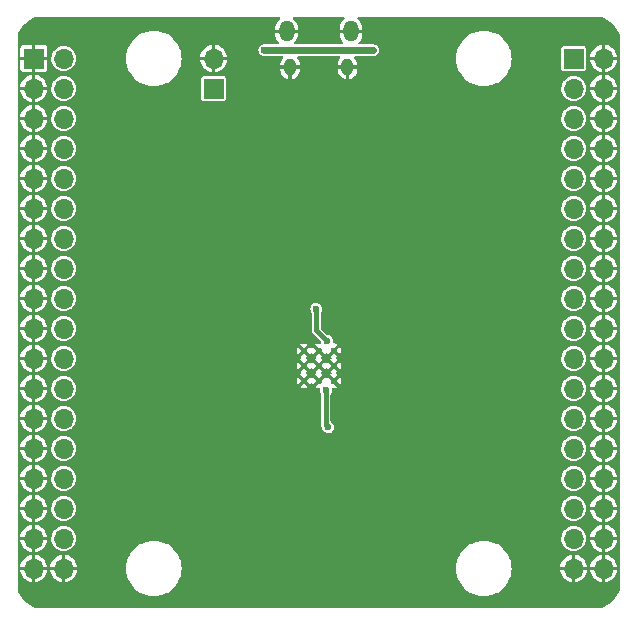
<source format=gbl>
%TF.GenerationSoftware,KiCad,Pcbnew,6.0.11-2627ca5db0~126~ubuntu22.04.1*%
%TF.CreationDate,2024-01-20T13:06:15+00:00*%
%TF.ProjectId,RP2040_minimal,52503230-3430-45f6-9d69-6e696d616c2e,REV1*%
%TF.SameCoordinates,Original*%
%TF.FileFunction,Copper,L2,Bot*%
%TF.FilePolarity,Positive*%
%FSLAX46Y46*%
G04 Gerber Fmt 4.6, Leading zero omitted, Abs format (unit mm)*
G04 Created by KiCad (PCBNEW 6.0.11-2627ca5db0~126~ubuntu22.04.1) date 2024-01-20 13:06:15*
%MOMM*%
%LPD*%
G01*
G04 APERTURE LIST*
%TA.AperFunction,ComponentPad*%
%ADD10C,0.600000*%
%TD*%
%TA.AperFunction,ComponentPad*%
%ADD11O,1.050000X1.450000*%
%TD*%
%TA.AperFunction,ComponentPad*%
%ADD12O,1.300000X1.800000*%
%TD*%
%TA.AperFunction,ComponentPad*%
%ADD13O,1.700000X1.700000*%
%TD*%
%TA.AperFunction,ComponentPad*%
%ADD14R,1.700000X1.700000*%
%TD*%
%TA.AperFunction,ViaPad*%
%ADD15C,0.600000*%
%TD*%
%TA.AperFunction,Conductor*%
%ADD16C,0.200000*%
%TD*%
%TA.AperFunction,Conductor*%
%ADD17C,0.600000*%
%TD*%
%TA.AperFunction,Conductor*%
%ADD18C,0.400000*%
%TD*%
G04 APERTURE END LIST*
D10*
X101275000Y-101275000D03*
X100000000Y-101275000D03*
X98725000Y-101275000D03*
X101275000Y-100000000D03*
X100000000Y-100000000D03*
X98725000Y-100000000D03*
X101275000Y-98725000D03*
X100000000Y-98725000D03*
X98725000Y-98725000D03*
D11*
X97575000Y-74730000D03*
X102425000Y-74730000D03*
D12*
X102725000Y-71700000D03*
X97275000Y-71700000D03*
D13*
X124130000Y-117180000D03*
X121590000Y-117180000D03*
X124130000Y-114640000D03*
X121590000Y-114640000D03*
X124130000Y-112100000D03*
X121590000Y-112100000D03*
X124130000Y-109560000D03*
X121590000Y-109560000D03*
X124130000Y-107020000D03*
X121590000Y-107020000D03*
X124130000Y-104480000D03*
X121590000Y-104480000D03*
X124130000Y-101940000D03*
X121590000Y-101940000D03*
X124130000Y-99400000D03*
X121590000Y-99400000D03*
X124130000Y-96860000D03*
X121590000Y-96860000D03*
X124130000Y-94320000D03*
X121590000Y-94320000D03*
X124130000Y-91780000D03*
X121590000Y-91780000D03*
X124130000Y-89240000D03*
X121590000Y-89240000D03*
X124130000Y-86700000D03*
X121590000Y-86700000D03*
X124130000Y-84160000D03*
X121590000Y-84160000D03*
X124130000Y-81620000D03*
X121590000Y-81620000D03*
X124130000Y-79080000D03*
X121590000Y-79080000D03*
X124130000Y-76540000D03*
X121590000Y-76540000D03*
X124130000Y-74000000D03*
D14*
X121590000Y-74000000D03*
D13*
X78410000Y-117180000D03*
X75870000Y-117180000D03*
X78410000Y-114640000D03*
X75870000Y-114640000D03*
X78410000Y-112100000D03*
X75870000Y-112100000D03*
X78410000Y-109560000D03*
X75870000Y-109560000D03*
X78410000Y-107020000D03*
X75870000Y-107020000D03*
X78410000Y-104480000D03*
X75870000Y-104480000D03*
X78410000Y-101940000D03*
X75870000Y-101940000D03*
X78410000Y-99400000D03*
X75870000Y-99400000D03*
X78410000Y-96860000D03*
X75870000Y-96860000D03*
X78410000Y-94320000D03*
X75870000Y-94320000D03*
X78410000Y-91780000D03*
X75870000Y-91780000D03*
X78410000Y-89240000D03*
X75870000Y-89240000D03*
X78410000Y-86700000D03*
X75870000Y-86700000D03*
X78410000Y-84160000D03*
X75870000Y-84160000D03*
X78410000Y-81620000D03*
X75870000Y-81620000D03*
X78410000Y-79080000D03*
X75870000Y-79080000D03*
X78410000Y-76540000D03*
X75870000Y-76540000D03*
X78410000Y-74000000D03*
D14*
X75870000Y-74000000D03*
D13*
X91110000Y-74000000D03*
D14*
X91110000Y-76540000D03*
D15*
X108000000Y-94600000D03*
X110000000Y-78000000D03*
X94700000Y-82800000D03*
X111500000Y-89000000D03*
X92000000Y-97000000D03*
X92000000Y-101200000D03*
X108000000Y-95600000D03*
X96800000Y-111400000D03*
X105490000Y-115100000D03*
X90800000Y-89200000D03*
X98700000Y-76000000D03*
X99000000Y-91200008D03*
X100000000Y-91200000D03*
X103000000Y-92200000D03*
X104000000Y-92200000D03*
X108000000Y-101305000D03*
X100380994Y-107781990D03*
X101500000Y-107782004D03*
X99555500Y-106956500D03*
X97890000Y-112900000D03*
X97079000Y-106829500D03*
X95174000Y-109000000D03*
X100762000Y-108988500D03*
X98790000Y-111400000D03*
X90090000Y-114700000D03*
X90090000Y-111400000D03*
X105490000Y-111400000D03*
X86190000Y-79400000D03*
X104600000Y-73300000D03*
X95400000Y-73300000D03*
X99800000Y-95199994D03*
X100800000Y-105200000D03*
X100599970Y-102100000D03*
X100700000Y-97900000D03*
D16*
X103299999Y-92499999D02*
X103000000Y-92200000D01*
X103800000Y-93000000D02*
X103299999Y-92499999D01*
X104000000Y-93000000D02*
X103800000Y-93000000D01*
D17*
X104600000Y-73300000D02*
X95400000Y-73300000D01*
D18*
X100590000Y-102109970D02*
X100599970Y-102100000D01*
X100800000Y-105200000D02*
X100590000Y-104990000D01*
X100590000Y-104990000D02*
X100590000Y-102109970D01*
X100690000Y-97900000D02*
X100700000Y-97900000D01*
X99800000Y-95199994D02*
X99800000Y-97010000D01*
X99800000Y-97010000D02*
X100690000Y-97900000D01*
%TA.AperFunction,Conductor*%
G36*
X96715014Y-70518907D02*
G01*
X96750978Y-70568407D01*
X96750978Y-70629593D01*
X96715014Y-70679093D01*
X96708991Y-70683140D01*
X96696634Y-70690801D01*
X96688729Y-70696889D01*
X96555789Y-70822604D01*
X96549269Y-70830157D01*
X96444323Y-70980037D01*
X96439458Y-70988741D01*
X96366788Y-71156671D01*
X96363775Y-71166171D01*
X96326110Y-71346461D01*
X96325133Y-71353990D01*
X96325069Y-71355214D01*
X96325000Y-71357824D01*
X96325000Y-71534320D01*
X96329122Y-71547005D01*
X96333243Y-71550000D01*
X98209320Y-71550000D01*
X98222005Y-71545878D01*
X98225000Y-71541757D01*
X98225000Y-71404275D01*
X98224747Y-71399278D01*
X98210902Y-71262978D01*
X98208897Y-71253209D01*
X98154180Y-71078609D01*
X98150251Y-71069442D01*
X98061542Y-70909405D01*
X98055856Y-70901224D01*
X97936783Y-70762299D01*
X97929550Y-70755412D01*
X97828752Y-70677225D01*
X97794361Y-70626620D01*
X97796283Y-70565465D01*
X97833784Y-70517119D01*
X97889430Y-70500000D01*
X102106823Y-70500000D01*
X102165014Y-70518907D01*
X102200978Y-70568407D01*
X102200978Y-70629593D01*
X102165014Y-70679093D01*
X102158991Y-70683140D01*
X102146634Y-70690801D01*
X102138729Y-70696889D01*
X102005789Y-70822604D01*
X101999269Y-70830157D01*
X101894323Y-70980037D01*
X101889458Y-70988741D01*
X101816788Y-71156671D01*
X101813775Y-71166171D01*
X101776110Y-71346461D01*
X101775133Y-71353990D01*
X101775069Y-71355214D01*
X101775000Y-71357824D01*
X101775000Y-71534320D01*
X101779122Y-71547005D01*
X101783243Y-71550000D01*
X103659320Y-71550000D01*
X103672005Y-71545878D01*
X103675000Y-71541757D01*
X103675000Y-71404275D01*
X103674747Y-71399278D01*
X103660902Y-71262978D01*
X103658897Y-71253209D01*
X103604180Y-71078609D01*
X103600251Y-71069442D01*
X103511542Y-70909405D01*
X103505856Y-70901224D01*
X103386783Y-70762299D01*
X103379550Y-70755412D01*
X103278752Y-70677225D01*
X103244361Y-70626620D01*
X103246283Y-70565465D01*
X103283784Y-70517119D01*
X103339430Y-70500000D01*
X123987808Y-70500000D01*
X124025693Y-70507536D01*
X124166134Y-70565708D01*
X124176131Y-70570522D01*
X124404776Y-70696889D01*
X124431354Y-70711578D01*
X124440750Y-70717481D01*
X124678581Y-70886232D01*
X124687255Y-70893149D01*
X124904689Y-71087460D01*
X124912540Y-71095311D01*
X125106851Y-71312745D01*
X125113768Y-71321419D01*
X125282516Y-71559246D01*
X125288421Y-71568644D01*
X125428844Y-71822721D01*
X125429475Y-71823863D01*
X125434292Y-71833866D01*
X125492464Y-71974307D01*
X125500000Y-72012192D01*
X125500000Y-118987808D01*
X125492464Y-119025693D01*
X125434292Y-119166134D01*
X125429478Y-119176131D01*
X125288422Y-119431354D01*
X125282519Y-119440750D01*
X125113768Y-119678581D01*
X125106851Y-119687255D01*
X124912540Y-119904689D01*
X124904689Y-119912540D01*
X124687255Y-120106851D01*
X124678581Y-120113768D01*
X124540847Y-120211496D01*
X124440754Y-120282516D01*
X124431356Y-120288421D01*
X124176131Y-120429478D01*
X124166134Y-120434292D01*
X124025693Y-120492464D01*
X123987808Y-120500000D01*
X76012192Y-120500000D01*
X75974307Y-120492464D01*
X75833866Y-120434292D01*
X75823869Y-120429478D01*
X75568644Y-120288421D01*
X75559246Y-120282516D01*
X75459153Y-120211496D01*
X75321419Y-120113768D01*
X75312745Y-120106851D01*
X75095311Y-119912540D01*
X75087460Y-119904689D01*
X74893149Y-119687255D01*
X74886232Y-119678581D01*
X74717481Y-119440750D01*
X74711578Y-119431354D01*
X74570522Y-119176131D01*
X74565708Y-119166134D01*
X74507536Y-119025693D01*
X74500000Y-118987808D01*
X74500000Y-117339405D01*
X74727898Y-117339405D01*
X74728995Y-117356145D01*
X74730408Y-117365064D01*
X74780200Y-117561121D01*
X74783220Y-117569649D01*
X74867904Y-117753341D01*
X74872422Y-117761167D01*
X74989171Y-117926363D01*
X74995035Y-117933229D01*
X75139931Y-118074381D01*
X75146954Y-118080068D01*
X75315138Y-118192446D01*
X75323093Y-118196764D01*
X75508929Y-118276606D01*
X75517540Y-118279404D01*
X75709830Y-118322914D01*
X75717167Y-118320840D01*
X75719787Y-118317514D01*
X75720000Y-118316317D01*
X75720000Y-118304679D01*
X76020000Y-118304679D01*
X76024122Y-118317364D01*
X76025292Y-118318215D01*
X76031272Y-118318725D01*
X76135115Y-118303668D01*
X76143914Y-118301556D01*
X76335450Y-118236538D01*
X76343714Y-118232858D01*
X76520194Y-118134026D01*
X76527652Y-118128900D01*
X76683157Y-117999568D01*
X76689568Y-117993157D01*
X76818900Y-117837652D01*
X76824026Y-117830194D01*
X76922858Y-117653714D01*
X76926538Y-117645450D01*
X76991556Y-117453914D01*
X76993668Y-117445115D01*
X77008109Y-117345518D01*
X77007059Y-117339405D01*
X77267898Y-117339405D01*
X77268995Y-117356145D01*
X77270408Y-117365064D01*
X77320200Y-117561121D01*
X77323220Y-117569649D01*
X77407904Y-117753341D01*
X77412422Y-117761167D01*
X77529171Y-117926363D01*
X77535035Y-117933229D01*
X77679931Y-118074381D01*
X77686954Y-118080068D01*
X77855138Y-118192446D01*
X77863093Y-118196764D01*
X78048929Y-118276606D01*
X78057540Y-118279404D01*
X78249830Y-118322914D01*
X78257167Y-118320840D01*
X78259787Y-118317514D01*
X78260000Y-118316317D01*
X78260000Y-118304679D01*
X78560000Y-118304679D01*
X78564122Y-118317364D01*
X78565292Y-118318215D01*
X78571272Y-118318725D01*
X78675115Y-118303668D01*
X78683914Y-118301556D01*
X78875450Y-118236538D01*
X78883714Y-118232858D01*
X79060194Y-118134026D01*
X79067652Y-118128900D01*
X79223157Y-117999568D01*
X79229568Y-117993157D01*
X79358900Y-117837652D01*
X79364026Y-117830194D01*
X79462858Y-117653714D01*
X79466538Y-117645450D01*
X79531556Y-117453914D01*
X79533668Y-117445115D01*
X79548109Y-117345518D01*
X79545850Y-117332372D01*
X79544815Y-117331363D01*
X79538968Y-117330000D01*
X78575680Y-117330000D01*
X78562995Y-117334122D01*
X78560000Y-117338243D01*
X78560000Y-118304679D01*
X78260000Y-118304679D01*
X78260000Y-117345680D01*
X78255878Y-117332995D01*
X78251757Y-117330000D01*
X77282962Y-117330000D01*
X77270277Y-117334122D01*
X77268202Y-117336978D01*
X77267898Y-117339405D01*
X77007059Y-117339405D01*
X77005850Y-117332372D01*
X77004815Y-117331363D01*
X76998968Y-117330000D01*
X76035680Y-117330000D01*
X76022995Y-117334122D01*
X76020000Y-117338243D01*
X76020000Y-118304679D01*
X75720000Y-118304679D01*
X75720000Y-117345680D01*
X75715878Y-117332995D01*
X75711757Y-117330000D01*
X74742962Y-117330000D01*
X74730277Y-117334122D01*
X74728202Y-117336978D01*
X74727898Y-117339405D01*
X74500000Y-117339405D01*
X74500000Y-117180000D01*
X83674457Y-117180000D01*
X83674669Y-117183234D01*
X83691834Y-117445115D01*
X83694609Y-117487460D01*
X83754720Y-117789659D01*
X83853762Y-118081427D01*
X83855196Y-118084334D01*
X83983974Y-118345470D01*
X83990040Y-118357771D01*
X84161222Y-118613964D01*
X84364380Y-118845620D01*
X84596036Y-119048778D01*
X84852229Y-119219960D01*
X84855135Y-119221393D01*
X84855140Y-119221396D01*
X84994640Y-119290189D01*
X85128573Y-119356238D01*
X85420341Y-119455280D01*
X85722540Y-119515391D01*
X85725762Y-119515602D01*
X85725768Y-119515603D01*
X85951441Y-119530394D01*
X85951443Y-119530394D01*
X85953059Y-119530500D01*
X86106941Y-119530500D01*
X86108557Y-119530394D01*
X86108559Y-119530394D01*
X86334232Y-119515603D01*
X86334238Y-119515602D01*
X86337460Y-119515391D01*
X86639659Y-119455280D01*
X86931427Y-119356238D01*
X87065360Y-119290189D01*
X87204860Y-119221396D01*
X87204865Y-119221393D01*
X87207771Y-119219960D01*
X87463964Y-119048778D01*
X87695620Y-118845620D01*
X87898778Y-118613964D01*
X88069960Y-118357772D01*
X88206238Y-118081427D01*
X88305280Y-117789659D01*
X88365391Y-117487460D01*
X88368167Y-117445115D01*
X88385331Y-117183234D01*
X88385543Y-117180000D01*
X111614457Y-117180000D01*
X111614669Y-117183234D01*
X111631834Y-117445115D01*
X111634609Y-117487460D01*
X111694720Y-117789659D01*
X111793762Y-118081427D01*
X111795196Y-118084334D01*
X111923974Y-118345470D01*
X111930040Y-118357771D01*
X112101222Y-118613964D01*
X112304380Y-118845620D01*
X112536036Y-119048778D01*
X112792229Y-119219960D01*
X112795135Y-119221393D01*
X112795140Y-119221396D01*
X112934640Y-119290189D01*
X113068573Y-119356238D01*
X113360341Y-119455280D01*
X113662540Y-119515391D01*
X113665762Y-119515602D01*
X113665768Y-119515603D01*
X113891441Y-119530394D01*
X113891443Y-119530394D01*
X113893059Y-119530500D01*
X114046941Y-119530500D01*
X114048557Y-119530394D01*
X114048559Y-119530394D01*
X114274232Y-119515603D01*
X114274238Y-119515602D01*
X114277460Y-119515391D01*
X114579659Y-119455280D01*
X114871427Y-119356238D01*
X115005360Y-119290189D01*
X115144860Y-119221396D01*
X115144865Y-119221393D01*
X115147771Y-119219960D01*
X115403964Y-119048778D01*
X115635620Y-118845620D01*
X115838778Y-118613964D01*
X116009960Y-118357772D01*
X116146238Y-118081427D01*
X116245280Y-117789659D01*
X116305391Y-117487460D01*
X116308167Y-117445115D01*
X116315095Y-117339405D01*
X120447898Y-117339405D01*
X120448995Y-117356145D01*
X120450408Y-117365064D01*
X120500200Y-117561121D01*
X120503220Y-117569649D01*
X120587904Y-117753341D01*
X120592422Y-117761167D01*
X120709171Y-117926363D01*
X120715035Y-117933229D01*
X120859931Y-118074381D01*
X120866954Y-118080068D01*
X121035138Y-118192446D01*
X121043093Y-118196764D01*
X121228929Y-118276606D01*
X121237540Y-118279404D01*
X121429830Y-118322914D01*
X121437167Y-118320840D01*
X121439787Y-118317514D01*
X121440000Y-118316317D01*
X121440000Y-118304679D01*
X121740000Y-118304679D01*
X121744122Y-118317364D01*
X121745292Y-118318215D01*
X121751272Y-118318725D01*
X121855115Y-118303668D01*
X121863914Y-118301556D01*
X122055450Y-118236538D01*
X122063714Y-118232858D01*
X122240194Y-118134026D01*
X122247652Y-118128900D01*
X122403157Y-117999568D01*
X122409568Y-117993157D01*
X122538900Y-117837652D01*
X122544026Y-117830194D01*
X122642858Y-117653714D01*
X122646538Y-117645450D01*
X122711556Y-117453914D01*
X122713668Y-117445115D01*
X122728109Y-117345518D01*
X122727059Y-117339405D01*
X122987898Y-117339405D01*
X122988995Y-117356145D01*
X122990408Y-117365064D01*
X123040200Y-117561121D01*
X123043220Y-117569649D01*
X123127904Y-117753341D01*
X123132422Y-117761167D01*
X123249171Y-117926363D01*
X123255035Y-117933229D01*
X123399931Y-118074381D01*
X123406954Y-118080068D01*
X123575138Y-118192446D01*
X123583093Y-118196764D01*
X123768929Y-118276606D01*
X123777540Y-118279404D01*
X123969830Y-118322914D01*
X123977167Y-118320840D01*
X123979787Y-118317514D01*
X123980000Y-118316317D01*
X123980000Y-118304679D01*
X124280000Y-118304679D01*
X124284122Y-118317364D01*
X124285292Y-118318215D01*
X124291272Y-118318725D01*
X124395115Y-118303668D01*
X124403914Y-118301556D01*
X124595450Y-118236538D01*
X124603714Y-118232858D01*
X124780194Y-118134026D01*
X124787652Y-118128900D01*
X124943157Y-117999568D01*
X124949568Y-117993157D01*
X125078900Y-117837652D01*
X125084026Y-117830194D01*
X125182858Y-117653714D01*
X125186538Y-117645450D01*
X125251556Y-117453914D01*
X125253668Y-117445115D01*
X125268109Y-117345518D01*
X125265850Y-117332372D01*
X125264815Y-117331363D01*
X125258968Y-117330000D01*
X124295680Y-117330000D01*
X124282995Y-117334122D01*
X124280000Y-117338243D01*
X124280000Y-118304679D01*
X123980000Y-118304679D01*
X123980000Y-117345680D01*
X123975878Y-117332995D01*
X123971757Y-117330000D01*
X123002962Y-117330000D01*
X122990277Y-117334122D01*
X122988202Y-117336978D01*
X122987898Y-117339405D01*
X122727059Y-117339405D01*
X122725850Y-117332372D01*
X122724815Y-117331363D01*
X122718968Y-117330000D01*
X121755680Y-117330000D01*
X121742995Y-117334122D01*
X121740000Y-117338243D01*
X121740000Y-118304679D01*
X121440000Y-118304679D01*
X121440000Y-117345680D01*
X121435878Y-117332995D01*
X121431757Y-117330000D01*
X120462962Y-117330000D01*
X120450277Y-117334122D01*
X120448202Y-117336978D01*
X120447898Y-117339405D01*
X116315095Y-117339405D01*
X116325331Y-117183234D01*
X116325543Y-117180000D01*
X116323937Y-117155493D01*
X116314691Y-117014428D01*
X120451487Y-117014428D01*
X120454090Y-117027511D01*
X120455663Y-117028965D01*
X120460378Y-117030000D01*
X121424320Y-117030000D01*
X121437005Y-117025878D01*
X121440000Y-117021757D01*
X121440000Y-117014320D01*
X121740000Y-117014320D01*
X121744122Y-117027005D01*
X121748243Y-117030000D01*
X122715464Y-117030000D01*
X122728149Y-117025878D01*
X122729818Y-117023582D01*
X122730222Y-117019966D01*
X122729713Y-117014428D01*
X122991487Y-117014428D01*
X122994090Y-117027511D01*
X122995663Y-117028965D01*
X123000378Y-117030000D01*
X123964320Y-117030000D01*
X123977005Y-117025878D01*
X123980000Y-117021757D01*
X123980000Y-117014320D01*
X124280000Y-117014320D01*
X124284122Y-117027005D01*
X124288243Y-117030000D01*
X125255464Y-117030000D01*
X125268149Y-117025878D01*
X125269818Y-117023582D01*
X125270222Y-117019966D01*
X125266003Y-116974048D01*
X125264356Y-116965164D01*
X125209449Y-116770481D01*
X125206208Y-116762037D01*
X125116745Y-116580624D01*
X125112020Y-116572914D01*
X124990994Y-116410840D01*
X124984945Y-116404122D01*
X124836405Y-116266814D01*
X124829240Y-116261315D01*
X124658163Y-116153374D01*
X124650110Y-116149271D01*
X124462229Y-116074314D01*
X124453571Y-116071749D01*
X124295379Y-116040283D01*
X124282132Y-116041851D01*
X124282100Y-116041881D01*
X124280000Y-116049928D01*
X124280000Y-117014320D01*
X123980000Y-117014320D01*
X123980000Y-116054517D01*
X123975878Y-116041832D01*
X123975274Y-116041393D01*
X123968127Y-116040877D01*
X123835559Y-116063657D01*
X123826823Y-116065998D01*
X123637050Y-116136009D01*
X123628887Y-116139902D01*
X123455047Y-116243326D01*
X123447745Y-116248631D01*
X123295657Y-116382010D01*
X123289434Y-116388568D01*
X123164209Y-116547415D01*
X123159284Y-116554998D01*
X123065097Y-116734018D01*
X123061643Y-116742358D01*
X123001658Y-116935538D01*
X122999777Y-116944389D01*
X122991487Y-117014428D01*
X122729713Y-117014428D01*
X122726003Y-116974048D01*
X122724356Y-116965164D01*
X122669449Y-116770481D01*
X122666208Y-116762037D01*
X122576745Y-116580624D01*
X122572020Y-116572914D01*
X122450994Y-116410840D01*
X122444945Y-116404122D01*
X122296405Y-116266814D01*
X122289240Y-116261315D01*
X122118163Y-116153374D01*
X122110110Y-116149271D01*
X121922229Y-116074314D01*
X121913571Y-116071749D01*
X121755379Y-116040283D01*
X121742132Y-116041851D01*
X121742100Y-116041881D01*
X121740000Y-116049928D01*
X121740000Y-117014320D01*
X121440000Y-117014320D01*
X121440000Y-116054517D01*
X121435878Y-116041832D01*
X121435274Y-116041393D01*
X121428127Y-116040877D01*
X121295559Y-116063657D01*
X121286823Y-116065998D01*
X121097050Y-116136009D01*
X121088887Y-116139902D01*
X120915047Y-116243326D01*
X120907745Y-116248631D01*
X120755657Y-116382010D01*
X120749434Y-116388568D01*
X120624209Y-116547415D01*
X120619284Y-116554998D01*
X120525097Y-116734018D01*
X120521643Y-116742358D01*
X120461658Y-116935538D01*
X120459777Y-116944389D01*
X120451487Y-117014428D01*
X116314691Y-117014428D01*
X116305603Y-116875768D01*
X116305602Y-116875762D01*
X116305391Y-116872540D01*
X116245280Y-116570341D01*
X116146238Y-116278573D01*
X116075933Y-116136009D01*
X116011396Y-116005140D01*
X116011393Y-116005135D01*
X116009960Y-116002229D01*
X115838778Y-115746036D01*
X115635620Y-115514380D01*
X115403964Y-115311222D01*
X115147771Y-115140040D01*
X115144865Y-115138607D01*
X115144860Y-115138604D01*
X114995108Y-115064755D01*
X114871427Y-115003762D01*
X114579659Y-114904720D01*
X114277460Y-114844609D01*
X114274238Y-114844398D01*
X114274232Y-114844397D01*
X114048559Y-114829606D01*
X114048557Y-114829606D01*
X114046941Y-114829500D01*
X113893059Y-114829500D01*
X113891443Y-114829606D01*
X113891441Y-114829606D01*
X113665768Y-114844397D01*
X113665762Y-114844398D01*
X113662540Y-114844609D01*
X113360341Y-114904720D01*
X113068573Y-115003762D01*
X112944892Y-115064755D01*
X112795140Y-115138604D01*
X112795135Y-115138607D01*
X112792229Y-115140040D01*
X112536036Y-115311222D01*
X112304380Y-115514380D01*
X112101222Y-115746036D01*
X112099417Y-115748738D01*
X112099415Y-115748740D01*
X112079380Y-115778725D01*
X111930040Y-116002228D01*
X111793762Y-116278573D01*
X111694720Y-116570341D01*
X111634609Y-116872540D01*
X111634398Y-116875762D01*
X111634397Y-116875768D01*
X111616063Y-117155493D01*
X111614457Y-117180000D01*
X88385543Y-117180000D01*
X88383937Y-117155493D01*
X88365603Y-116875768D01*
X88365602Y-116875762D01*
X88365391Y-116872540D01*
X88305280Y-116570341D01*
X88206238Y-116278573D01*
X88135933Y-116136009D01*
X88071396Y-116005140D01*
X88071393Y-116005135D01*
X88069960Y-116002229D01*
X87898778Y-115746036D01*
X87695620Y-115514380D01*
X87463964Y-115311222D01*
X87207771Y-115140040D01*
X87204865Y-115138607D01*
X87204860Y-115138604D01*
X87055108Y-115064755D01*
X86931427Y-115003762D01*
X86639659Y-114904720D01*
X86337460Y-114844609D01*
X86334238Y-114844398D01*
X86334232Y-114844397D01*
X86108559Y-114829606D01*
X86108557Y-114829606D01*
X86106941Y-114829500D01*
X85953059Y-114829500D01*
X85951443Y-114829606D01*
X85951441Y-114829606D01*
X85725768Y-114844397D01*
X85725762Y-114844398D01*
X85722540Y-114844609D01*
X85420341Y-114904720D01*
X85128573Y-115003762D01*
X85004892Y-115064755D01*
X84855140Y-115138604D01*
X84855135Y-115138607D01*
X84852229Y-115140040D01*
X84596036Y-115311222D01*
X84364380Y-115514380D01*
X84161222Y-115746036D01*
X84159417Y-115748738D01*
X84159415Y-115748740D01*
X84139380Y-115778725D01*
X83990040Y-116002228D01*
X83853762Y-116278573D01*
X83754720Y-116570341D01*
X83694609Y-116872540D01*
X83694398Y-116875762D01*
X83694397Y-116875768D01*
X83676063Y-117155493D01*
X83674457Y-117180000D01*
X74500000Y-117180000D01*
X74500000Y-117014428D01*
X74731487Y-117014428D01*
X74734090Y-117027511D01*
X74735663Y-117028965D01*
X74740378Y-117030000D01*
X75704320Y-117030000D01*
X75717005Y-117025878D01*
X75720000Y-117021757D01*
X75720000Y-117014320D01*
X76020000Y-117014320D01*
X76024122Y-117027005D01*
X76028243Y-117030000D01*
X76995464Y-117030000D01*
X77008149Y-117025878D01*
X77009818Y-117023582D01*
X77010222Y-117019966D01*
X77009713Y-117014428D01*
X77271487Y-117014428D01*
X77274090Y-117027511D01*
X77275663Y-117028965D01*
X77280378Y-117030000D01*
X78244320Y-117030000D01*
X78257005Y-117025878D01*
X78260000Y-117021757D01*
X78260000Y-117014320D01*
X78560000Y-117014320D01*
X78564122Y-117027005D01*
X78568243Y-117030000D01*
X79535464Y-117030000D01*
X79548149Y-117025878D01*
X79549818Y-117023582D01*
X79550222Y-117019966D01*
X79546003Y-116974048D01*
X79544356Y-116965164D01*
X79489449Y-116770481D01*
X79486208Y-116762037D01*
X79396745Y-116580624D01*
X79392020Y-116572914D01*
X79270994Y-116410840D01*
X79264945Y-116404122D01*
X79116405Y-116266814D01*
X79109240Y-116261315D01*
X78938163Y-116153374D01*
X78930110Y-116149271D01*
X78742229Y-116074314D01*
X78733571Y-116071749D01*
X78575379Y-116040283D01*
X78562132Y-116041851D01*
X78562100Y-116041881D01*
X78560000Y-116049928D01*
X78560000Y-117014320D01*
X78260000Y-117014320D01*
X78260000Y-116054517D01*
X78255878Y-116041832D01*
X78255274Y-116041393D01*
X78248127Y-116040877D01*
X78115559Y-116063657D01*
X78106823Y-116065998D01*
X77917050Y-116136009D01*
X77908887Y-116139902D01*
X77735047Y-116243326D01*
X77727745Y-116248631D01*
X77575657Y-116382010D01*
X77569434Y-116388568D01*
X77444209Y-116547415D01*
X77439284Y-116554998D01*
X77345097Y-116734018D01*
X77341643Y-116742358D01*
X77281658Y-116935538D01*
X77279777Y-116944389D01*
X77271487Y-117014428D01*
X77009713Y-117014428D01*
X77006003Y-116974048D01*
X77004356Y-116965164D01*
X76949449Y-116770481D01*
X76946208Y-116762037D01*
X76856745Y-116580624D01*
X76852020Y-116572914D01*
X76730994Y-116410840D01*
X76724945Y-116404122D01*
X76576405Y-116266814D01*
X76569240Y-116261315D01*
X76398163Y-116153374D01*
X76390110Y-116149271D01*
X76202229Y-116074314D01*
X76193571Y-116071749D01*
X76035379Y-116040283D01*
X76022132Y-116041851D01*
X76022100Y-116041881D01*
X76020000Y-116049928D01*
X76020000Y-117014320D01*
X75720000Y-117014320D01*
X75720000Y-116054517D01*
X75715878Y-116041832D01*
X75715274Y-116041393D01*
X75708127Y-116040877D01*
X75575559Y-116063657D01*
X75566823Y-116065998D01*
X75377050Y-116136009D01*
X75368887Y-116139902D01*
X75195047Y-116243326D01*
X75187745Y-116248631D01*
X75035657Y-116382010D01*
X75029434Y-116388568D01*
X74904209Y-116547415D01*
X74899284Y-116554998D01*
X74805097Y-116734018D01*
X74801643Y-116742358D01*
X74741658Y-116935538D01*
X74739777Y-116944389D01*
X74731487Y-117014428D01*
X74500000Y-117014428D01*
X74500000Y-114799405D01*
X74727898Y-114799405D01*
X74728995Y-114816145D01*
X74730408Y-114825064D01*
X74780200Y-115021121D01*
X74783220Y-115029649D01*
X74867904Y-115213341D01*
X74872422Y-115221167D01*
X74989171Y-115386363D01*
X74995035Y-115393229D01*
X75139931Y-115534381D01*
X75146954Y-115540068D01*
X75315138Y-115652446D01*
X75323093Y-115656764D01*
X75508929Y-115736606D01*
X75517540Y-115739404D01*
X75709830Y-115782914D01*
X75717167Y-115780840D01*
X75719787Y-115777514D01*
X75720000Y-115776317D01*
X75720000Y-115764679D01*
X76020000Y-115764679D01*
X76024122Y-115777364D01*
X76025292Y-115778215D01*
X76031272Y-115778725D01*
X76135115Y-115763668D01*
X76143914Y-115761556D01*
X76335450Y-115696538D01*
X76343714Y-115692858D01*
X76520194Y-115594026D01*
X76527652Y-115588900D01*
X76683157Y-115459568D01*
X76689568Y-115453157D01*
X76818900Y-115297652D01*
X76824026Y-115290194D01*
X76922858Y-115113714D01*
X76926538Y-115105450D01*
X76991556Y-114913914D01*
X76993668Y-114905115D01*
X77008109Y-114805518D01*
X77005850Y-114792372D01*
X77004815Y-114791363D01*
X76998968Y-114790000D01*
X76035680Y-114790000D01*
X76022995Y-114794122D01*
X76020000Y-114798243D01*
X76020000Y-115764679D01*
X75720000Y-115764679D01*
X75720000Y-114805680D01*
X75715878Y-114792995D01*
X75711757Y-114790000D01*
X74742962Y-114790000D01*
X74730277Y-114794122D01*
X74728202Y-114796978D01*
X74727898Y-114799405D01*
X74500000Y-114799405D01*
X74500000Y-114625262D01*
X77354520Y-114625262D01*
X77354925Y-114630082D01*
X77369657Y-114805518D01*
X77371759Y-114830553D01*
X77373092Y-114835201D01*
X77373092Y-114835202D01*
X77393325Y-114905761D01*
X77428544Y-115028586D01*
X77522712Y-115211818D01*
X77650677Y-115373270D01*
X77654357Y-115376402D01*
X77654359Y-115376404D01*
X77744544Y-115453157D01*
X77807564Y-115506791D01*
X77811787Y-115509151D01*
X77811791Y-115509154D01*
X77851342Y-115531258D01*
X77987398Y-115607297D01*
X77991996Y-115608791D01*
X78178724Y-115669463D01*
X78178726Y-115669464D01*
X78183329Y-115670959D01*
X78387894Y-115695351D01*
X78392716Y-115694980D01*
X78392719Y-115694980D01*
X78460541Y-115689761D01*
X78593300Y-115679546D01*
X78791725Y-115624145D01*
X78796038Y-115621966D01*
X78796044Y-115621964D01*
X78971289Y-115533441D01*
X78971291Y-115533440D01*
X78975610Y-115531258D01*
X79067370Y-115459568D01*
X79134135Y-115407406D01*
X79134139Y-115407402D01*
X79137951Y-115404424D01*
X79147615Y-115393229D01*
X79236551Y-115290194D01*
X79272564Y-115248472D01*
X79274957Y-115244260D01*
X79371934Y-115073550D01*
X79371935Y-115073547D01*
X79374323Y-115069344D01*
X79387882Y-115028586D01*
X79437824Y-114878454D01*
X79437824Y-114878452D01*
X79439351Y-114873863D01*
X79443074Y-114844397D01*
X79464823Y-114672228D01*
X79465171Y-114669474D01*
X79465583Y-114640000D01*
X79464138Y-114625262D01*
X120534520Y-114625262D01*
X120534925Y-114630082D01*
X120549657Y-114805518D01*
X120551759Y-114830553D01*
X120553092Y-114835201D01*
X120553092Y-114835202D01*
X120573325Y-114905761D01*
X120608544Y-115028586D01*
X120702712Y-115211818D01*
X120830677Y-115373270D01*
X120834357Y-115376402D01*
X120834359Y-115376404D01*
X120924544Y-115453157D01*
X120987564Y-115506791D01*
X120991787Y-115509151D01*
X120991791Y-115509154D01*
X121031342Y-115531258D01*
X121167398Y-115607297D01*
X121171996Y-115608791D01*
X121358724Y-115669463D01*
X121358726Y-115669464D01*
X121363329Y-115670959D01*
X121567894Y-115695351D01*
X121572716Y-115694980D01*
X121572719Y-115694980D01*
X121640541Y-115689761D01*
X121773300Y-115679546D01*
X121971725Y-115624145D01*
X121976038Y-115621966D01*
X121976044Y-115621964D01*
X122151289Y-115533441D01*
X122151291Y-115533440D01*
X122155610Y-115531258D01*
X122247370Y-115459568D01*
X122314135Y-115407406D01*
X122314139Y-115407402D01*
X122317951Y-115404424D01*
X122327615Y-115393229D01*
X122416551Y-115290194D01*
X122452564Y-115248472D01*
X122454957Y-115244260D01*
X122551934Y-115073550D01*
X122551935Y-115073547D01*
X122554323Y-115069344D01*
X122567882Y-115028586D01*
X122617824Y-114878454D01*
X122617824Y-114878452D01*
X122619351Y-114873863D01*
X122623074Y-114844397D01*
X122628758Y-114799405D01*
X122987898Y-114799405D01*
X122988995Y-114816145D01*
X122990408Y-114825064D01*
X123040200Y-115021121D01*
X123043220Y-115029649D01*
X123127904Y-115213341D01*
X123132422Y-115221167D01*
X123249171Y-115386363D01*
X123255035Y-115393229D01*
X123399931Y-115534381D01*
X123406954Y-115540068D01*
X123575138Y-115652446D01*
X123583093Y-115656764D01*
X123768929Y-115736606D01*
X123777540Y-115739404D01*
X123969830Y-115782914D01*
X123977167Y-115780840D01*
X123979787Y-115777514D01*
X123980000Y-115776317D01*
X123980000Y-115764679D01*
X124280000Y-115764679D01*
X124284122Y-115777364D01*
X124285292Y-115778215D01*
X124291272Y-115778725D01*
X124395115Y-115763668D01*
X124403914Y-115761556D01*
X124595450Y-115696538D01*
X124603714Y-115692858D01*
X124780194Y-115594026D01*
X124787652Y-115588900D01*
X124943157Y-115459568D01*
X124949568Y-115453157D01*
X125078900Y-115297652D01*
X125084026Y-115290194D01*
X125182858Y-115113714D01*
X125186538Y-115105450D01*
X125251556Y-114913914D01*
X125253668Y-114905115D01*
X125268109Y-114805518D01*
X125265850Y-114792372D01*
X125264815Y-114791363D01*
X125258968Y-114790000D01*
X124295680Y-114790000D01*
X124282995Y-114794122D01*
X124280000Y-114798243D01*
X124280000Y-115764679D01*
X123980000Y-115764679D01*
X123980000Y-114805680D01*
X123975878Y-114792995D01*
X123971757Y-114790000D01*
X123002962Y-114790000D01*
X122990277Y-114794122D01*
X122988202Y-114796978D01*
X122987898Y-114799405D01*
X122628758Y-114799405D01*
X122644823Y-114672228D01*
X122645171Y-114669474D01*
X122645583Y-114640000D01*
X122630876Y-114490000D01*
X122629349Y-114474428D01*
X122991487Y-114474428D01*
X122994090Y-114487511D01*
X122995663Y-114488965D01*
X123000378Y-114490000D01*
X123964320Y-114490000D01*
X123977005Y-114485878D01*
X123980000Y-114481757D01*
X123980000Y-114474320D01*
X124280000Y-114474320D01*
X124284122Y-114487005D01*
X124288243Y-114490000D01*
X125255464Y-114490000D01*
X125268149Y-114485878D01*
X125269818Y-114483582D01*
X125270222Y-114479966D01*
X125266003Y-114434048D01*
X125264356Y-114425164D01*
X125209449Y-114230481D01*
X125206208Y-114222037D01*
X125116745Y-114040624D01*
X125112020Y-114032914D01*
X124990994Y-113870840D01*
X124984945Y-113864122D01*
X124836405Y-113726814D01*
X124829240Y-113721315D01*
X124658163Y-113613374D01*
X124650110Y-113609271D01*
X124462229Y-113534314D01*
X124453571Y-113531749D01*
X124295379Y-113500283D01*
X124282132Y-113501851D01*
X124282100Y-113501881D01*
X124280000Y-113509928D01*
X124280000Y-114474320D01*
X123980000Y-114474320D01*
X123980000Y-113514517D01*
X123975878Y-113501832D01*
X123975274Y-113501393D01*
X123968127Y-113500877D01*
X123835559Y-113523657D01*
X123826823Y-113525998D01*
X123637050Y-113596009D01*
X123628887Y-113599902D01*
X123455047Y-113703326D01*
X123447745Y-113708631D01*
X123295657Y-113842010D01*
X123289434Y-113848568D01*
X123164209Y-114007415D01*
X123159284Y-114014998D01*
X123065097Y-114194018D01*
X123061643Y-114202358D01*
X123001658Y-114395538D01*
X122999777Y-114404389D01*
X122991487Y-114474428D01*
X122629349Y-114474428D01*
X122625952Y-114439780D01*
X122625951Y-114439776D01*
X122625480Y-114434970D01*
X122622520Y-114425164D01*
X122567333Y-114242380D01*
X122565935Y-114237749D01*
X122469218Y-114055849D01*
X122339011Y-113896200D01*
X122308356Y-113870840D01*
X122184002Y-113767965D01*
X122184000Y-113767964D01*
X122180275Y-113764882D01*
X121999055Y-113666897D01*
X121935855Y-113647333D01*
X121806875Y-113607407D01*
X121806871Y-113607406D01*
X121802254Y-113605977D01*
X121797446Y-113605472D01*
X121797443Y-113605471D01*
X121602185Y-113584949D01*
X121602183Y-113584949D01*
X121597369Y-113584443D01*
X121537354Y-113589905D01*
X121397022Y-113602675D01*
X121397017Y-113602676D01*
X121392203Y-113603114D01*
X121194572Y-113661280D01*
X121190288Y-113663519D01*
X121190287Y-113663520D01*
X121179428Y-113669197D01*
X121012002Y-113756726D01*
X121008231Y-113759758D01*
X120855220Y-113882781D01*
X120855217Y-113882783D01*
X120851447Y-113885815D01*
X120848333Y-113889526D01*
X120848332Y-113889527D01*
X120839585Y-113899952D01*
X120719024Y-114043630D01*
X120716689Y-114047878D01*
X120716688Y-114047879D01*
X120709955Y-114060126D01*
X120619776Y-114224162D01*
X120618313Y-114228775D01*
X120618311Y-114228779D01*
X120616821Y-114233476D01*
X120557484Y-114420532D01*
X120556944Y-114425344D01*
X120556944Y-114425345D01*
X120550617Y-114481757D01*
X120534520Y-114625262D01*
X79464138Y-114625262D01*
X79450876Y-114490000D01*
X79445952Y-114439780D01*
X79445951Y-114439776D01*
X79445480Y-114434970D01*
X79442520Y-114425164D01*
X79387333Y-114242380D01*
X79385935Y-114237749D01*
X79289218Y-114055849D01*
X79159011Y-113896200D01*
X79128356Y-113870840D01*
X79004002Y-113767965D01*
X79004000Y-113767964D01*
X79000275Y-113764882D01*
X78819055Y-113666897D01*
X78755855Y-113647333D01*
X78626875Y-113607407D01*
X78626871Y-113607406D01*
X78622254Y-113605977D01*
X78617446Y-113605472D01*
X78617443Y-113605471D01*
X78422185Y-113584949D01*
X78422183Y-113584949D01*
X78417369Y-113584443D01*
X78357354Y-113589905D01*
X78217022Y-113602675D01*
X78217017Y-113602676D01*
X78212203Y-113603114D01*
X78014572Y-113661280D01*
X78010288Y-113663519D01*
X78010287Y-113663520D01*
X77999428Y-113669197D01*
X77832002Y-113756726D01*
X77828231Y-113759758D01*
X77675220Y-113882781D01*
X77675217Y-113882783D01*
X77671447Y-113885815D01*
X77668333Y-113889526D01*
X77668332Y-113889527D01*
X77659585Y-113899952D01*
X77539024Y-114043630D01*
X77536689Y-114047878D01*
X77536688Y-114047879D01*
X77529955Y-114060126D01*
X77439776Y-114224162D01*
X77438313Y-114228775D01*
X77438311Y-114228779D01*
X77436821Y-114233476D01*
X77377484Y-114420532D01*
X77376944Y-114425344D01*
X77376944Y-114425345D01*
X77370617Y-114481757D01*
X77354520Y-114625262D01*
X74500000Y-114625262D01*
X74500000Y-114474428D01*
X74731487Y-114474428D01*
X74734090Y-114487511D01*
X74735663Y-114488965D01*
X74740378Y-114490000D01*
X75704320Y-114490000D01*
X75717005Y-114485878D01*
X75720000Y-114481757D01*
X75720000Y-114474320D01*
X76020000Y-114474320D01*
X76024122Y-114487005D01*
X76028243Y-114490000D01*
X76995464Y-114490000D01*
X77008149Y-114485878D01*
X77009818Y-114483582D01*
X77010222Y-114479966D01*
X77006003Y-114434048D01*
X77004356Y-114425164D01*
X76949449Y-114230481D01*
X76946208Y-114222037D01*
X76856745Y-114040624D01*
X76852020Y-114032914D01*
X76730994Y-113870840D01*
X76724945Y-113864122D01*
X76576405Y-113726814D01*
X76569240Y-113721315D01*
X76398163Y-113613374D01*
X76390110Y-113609271D01*
X76202229Y-113534314D01*
X76193571Y-113531749D01*
X76035379Y-113500283D01*
X76022132Y-113501851D01*
X76022100Y-113501881D01*
X76020000Y-113509928D01*
X76020000Y-114474320D01*
X75720000Y-114474320D01*
X75720000Y-113514517D01*
X75715878Y-113501832D01*
X75715274Y-113501393D01*
X75708127Y-113500877D01*
X75575559Y-113523657D01*
X75566823Y-113525998D01*
X75377050Y-113596009D01*
X75368887Y-113599902D01*
X75195047Y-113703326D01*
X75187745Y-113708631D01*
X75035657Y-113842010D01*
X75029434Y-113848568D01*
X74904209Y-114007415D01*
X74899284Y-114014998D01*
X74805097Y-114194018D01*
X74801643Y-114202358D01*
X74741658Y-114395538D01*
X74739777Y-114404389D01*
X74731487Y-114474428D01*
X74500000Y-114474428D01*
X74500000Y-112259405D01*
X74727898Y-112259405D01*
X74728995Y-112276145D01*
X74730408Y-112285064D01*
X74780200Y-112481121D01*
X74783220Y-112489649D01*
X74867904Y-112673341D01*
X74872422Y-112681167D01*
X74989171Y-112846363D01*
X74995035Y-112853229D01*
X75139931Y-112994381D01*
X75146954Y-113000068D01*
X75315138Y-113112446D01*
X75323093Y-113116764D01*
X75508929Y-113196606D01*
X75517540Y-113199404D01*
X75709830Y-113242914D01*
X75717167Y-113240840D01*
X75719787Y-113237514D01*
X75720000Y-113236317D01*
X75720000Y-113224679D01*
X76020000Y-113224679D01*
X76024122Y-113237364D01*
X76025292Y-113238215D01*
X76031272Y-113238725D01*
X76135115Y-113223668D01*
X76143914Y-113221556D01*
X76335450Y-113156538D01*
X76343714Y-113152858D01*
X76520194Y-113054026D01*
X76527652Y-113048900D01*
X76683157Y-112919568D01*
X76689568Y-112913157D01*
X76818900Y-112757652D01*
X76824026Y-112750194D01*
X76922858Y-112573714D01*
X76926538Y-112565450D01*
X76991556Y-112373914D01*
X76993668Y-112365115D01*
X77008109Y-112265518D01*
X77005850Y-112252372D01*
X77004815Y-112251363D01*
X76998968Y-112250000D01*
X76035680Y-112250000D01*
X76022995Y-112254122D01*
X76020000Y-112258243D01*
X76020000Y-113224679D01*
X75720000Y-113224679D01*
X75720000Y-112265680D01*
X75715878Y-112252995D01*
X75711757Y-112250000D01*
X74742962Y-112250000D01*
X74730277Y-112254122D01*
X74728202Y-112256978D01*
X74727898Y-112259405D01*
X74500000Y-112259405D01*
X74500000Y-112085262D01*
X77354520Y-112085262D01*
X77354925Y-112090082D01*
X77369657Y-112265518D01*
X77371759Y-112290553D01*
X77428544Y-112488586D01*
X77522712Y-112671818D01*
X77650677Y-112833270D01*
X77654357Y-112836402D01*
X77654359Y-112836404D01*
X77744544Y-112913157D01*
X77807564Y-112966791D01*
X77811787Y-112969151D01*
X77811791Y-112969154D01*
X77851342Y-112991258D01*
X77987398Y-113067297D01*
X77991996Y-113068791D01*
X78178724Y-113129463D01*
X78178726Y-113129464D01*
X78183329Y-113130959D01*
X78387894Y-113155351D01*
X78392716Y-113154980D01*
X78392719Y-113154980D01*
X78460541Y-113149761D01*
X78593300Y-113139546D01*
X78791725Y-113084145D01*
X78796038Y-113081966D01*
X78796044Y-113081964D01*
X78971289Y-112993441D01*
X78971291Y-112993440D01*
X78975610Y-112991258D01*
X79067370Y-112919568D01*
X79134135Y-112867406D01*
X79134139Y-112867402D01*
X79137951Y-112864424D01*
X79147615Y-112853229D01*
X79236551Y-112750194D01*
X79272564Y-112708472D01*
X79274957Y-112704260D01*
X79371934Y-112533550D01*
X79371935Y-112533547D01*
X79374323Y-112529344D01*
X79387882Y-112488586D01*
X79437824Y-112338454D01*
X79437824Y-112338452D01*
X79439351Y-112333863D01*
X79446643Y-112276145D01*
X79464823Y-112132228D01*
X79465171Y-112129474D01*
X79465583Y-112100000D01*
X79464138Y-112085262D01*
X120534520Y-112085262D01*
X120534925Y-112090082D01*
X120549657Y-112265518D01*
X120551759Y-112290553D01*
X120608544Y-112488586D01*
X120702712Y-112671818D01*
X120830677Y-112833270D01*
X120834357Y-112836402D01*
X120834359Y-112836404D01*
X120924544Y-112913157D01*
X120987564Y-112966791D01*
X120991787Y-112969151D01*
X120991791Y-112969154D01*
X121031342Y-112991258D01*
X121167398Y-113067297D01*
X121171996Y-113068791D01*
X121358724Y-113129463D01*
X121358726Y-113129464D01*
X121363329Y-113130959D01*
X121567894Y-113155351D01*
X121572716Y-113154980D01*
X121572719Y-113154980D01*
X121640541Y-113149761D01*
X121773300Y-113139546D01*
X121971725Y-113084145D01*
X121976038Y-113081966D01*
X121976044Y-113081964D01*
X122151289Y-112993441D01*
X122151291Y-112993440D01*
X122155610Y-112991258D01*
X122247370Y-112919568D01*
X122314135Y-112867406D01*
X122314139Y-112867402D01*
X122317951Y-112864424D01*
X122327615Y-112853229D01*
X122416551Y-112750194D01*
X122452564Y-112708472D01*
X122454957Y-112704260D01*
X122551934Y-112533550D01*
X122551935Y-112533547D01*
X122554323Y-112529344D01*
X122567882Y-112488586D01*
X122617824Y-112338454D01*
X122617824Y-112338452D01*
X122619351Y-112333863D01*
X122626643Y-112276145D01*
X122628758Y-112259405D01*
X122987898Y-112259405D01*
X122988995Y-112276145D01*
X122990408Y-112285064D01*
X123040200Y-112481121D01*
X123043220Y-112489649D01*
X123127904Y-112673341D01*
X123132422Y-112681167D01*
X123249171Y-112846363D01*
X123255035Y-112853229D01*
X123399931Y-112994381D01*
X123406954Y-113000068D01*
X123575138Y-113112446D01*
X123583093Y-113116764D01*
X123768929Y-113196606D01*
X123777540Y-113199404D01*
X123969830Y-113242914D01*
X123977167Y-113240840D01*
X123979787Y-113237514D01*
X123980000Y-113236317D01*
X123980000Y-113224679D01*
X124280000Y-113224679D01*
X124284122Y-113237364D01*
X124285292Y-113238215D01*
X124291272Y-113238725D01*
X124395115Y-113223668D01*
X124403914Y-113221556D01*
X124595450Y-113156538D01*
X124603714Y-113152858D01*
X124780194Y-113054026D01*
X124787652Y-113048900D01*
X124943157Y-112919568D01*
X124949568Y-112913157D01*
X125078900Y-112757652D01*
X125084026Y-112750194D01*
X125182858Y-112573714D01*
X125186538Y-112565450D01*
X125251556Y-112373914D01*
X125253668Y-112365115D01*
X125268109Y-112265518D01*
X125265850Y-112252372D01*
X125264815Y-112251363D01*
X125258968Y-112250000D01*
X124295680Y-112250000D01*
X124282995Y-112254122D01*
X124280000Y-112258243D01*
X124280000Y-113224679D01*
X123980000Y-113224679D01*
X123980000Y-112265680D01*
X123975878Y-112252995D01*
X123971757Y-112250000D01*
X123002962Y-112250000D01*
X122990277Y-112254122D01*
X122988202Y-112256978D01*
X122987898Y-112259405D01*
X122628758Y-112259405D01*
X122644823Y-112132228D01*
X122645171Y-112129474D01*
X122645583Y-112100000D01*
X122630876Y-111950000D01*
X122629349Y-111934428D01*
X122991487Y-111934428D01*
X122994090Y-111947511D01*
X122995663Y-111948965D01*
X123000378Y-111950000D01*
X123964320Y-111950000D01*
X123977005Y-111945878D01*
X123980000Y-111941757D01*
X123980000Y-111934320D01*
X124280000Y-111934320D01*
X124284122Y-111947005D01*
X124288243Y-111950000D01*
X125255464Y-111950000D01*
X125268149Y-111945878D01*
X125269818Y-111943582D01*
X125270222Y-111939966D01*
X125266003Y-111894048D01*
X125264356Y-111885164D01*
X125209449Y-111690481D01*
X125206208Y-111682037D01*
X125116745Y-111500624D01*
X125112020Y-111492914D01*
X124990994Y-111330840D01*
X124984945Y-111324122D01*
X124836405Y-111186814D01*
X124829240Y-111181315D01*
X124658163Y-111073374D01*
X124650110Y-111069271D01*
X124462229Y-110994314D01*
X124453571Y-110991749D01*
X124295379Y-110960283D01*
X124282132Y-110961851D01*
X124282100Y-110961881D01*
X124280000Y-110969928D01*
X124280000Y-111934320D01*
X123980000Y-111934320D01*
X123980000Y-110974517D01*
X123975878Y-110961832D01*
X123975274Y-110961393D01*
X123968127Y-110960877D01*
X123835559Y-110983657D01*
X123826823Y-110985998D01*
X123637050Y-111056009D01*
X123628887Y-111059902D01*
X123455047Y-111163326D01*
X123447745Y-111168631D01*
X123295657Y-111302010D01*
X123289434Y-111308568D01*
X123164209Y-111467415D01*
X123159284Y-111474998D01*
X123065097Y-111654018D01*
X123061643Y-111662358D01*
X123001658Y-111855538D01*
X122999777Y-111864389D01*
X122991487Y-111934428D01*
X122629349Y-111934428D01*
X122625952Y-111899780D01*
X122625951Y-111899776D01*
X122625480Y-111894970D01*
X122622520Y-111885164D01*
X122567333Y-111702380D01*
X122565935Y-111697749D01*
X122469218Y-111515849D01*
X122339011Y-111356200D01*
X122308356Y-111330840D01*
X122184002Y-111227965D01*
X122184000Y-111227964D01*
X122180275Y-111224882D01*
X121999055Y-111126897D01*
X121935855Y-111107333D01*
X121806875Y-111067407D01*
X121806871Y-111067406D01*
X121802254Y-111065977D01*
X121797446Y-111065472D01*
X121797443Y-111065471D01*
X121602185Y-111044949D01*
X121602183Y-111044949D01*
X121597369Y-111044443D01*
X121537354Y-111049905D01*
X121397022Y-111062675D01*
X121397017Y-111062676D01*
X121392203Y-111063114D01*
X121194572Y-111121280D01*
X121190288Y-111123519D01*
X121190287Y-111123520D01*
X121179428Y-111129197D01*
X121012002Y-111216726D01*
X121008231Y-111219758D01*
X120855220Y-111342781D01*
X120855217Y-111342783D01*
X120851447Y-111345815D01*
X120848333Y-111349526D01*
X120848332Y-111349527D01*
X120839585Y-111359952D01*
X120719024Y-111503630D01*
X120716689Y-111507878D01*
X120716688Y-111507879D01*
X120709955Y-111520126D01*
X120619776Y-111684162D01*
X120618313Y-111688775D01*
X120618311Y-111688779D01*
X120616821Y-111693476D01*
X120557484Y-111880532D01*
X120556944Y-111885344D01*
X120556944Y-111885345D01*
X120550617Y-111941757D01*
X120534520Y-112085262D01*
X79464138Y-112085262D01*
X79450876Y-111950000D01*
X79445952Y-111899780D01*
X79445951Y-111899776D01*
X79445480Y-111894970D01*
X79442520Y-111885164D01*
X79387333Y-111702380D01*
X79385935Y-111697749D01*
X79289218Y-111515849D01*
X79159011Y-111356200D01*
X79128356Y-111330840D01*
X79004002Y-111227965D01*
X79004000Y-111227964D01*
X79000275Y-111224882D01*
X78819055Y-111126897D01*
X78755855Y-111107333D01*
X78626875Y-111067407D01*
X78626871Y-111067406D01*
X78622254Y-111065977D01*
X78617446Y-111065472D01*
X78617443Y-111065471D01*
X78422185Y-111044949D01*
X78422183Y-111044949D01*
X78417369Y-111044443D01*
X78357354Y-111049905D01*
X78217022Y-111062675D01*
X78217017Y-111062676D01*
X78212203Y-111063114D01*
X78014572Y-111121280D01*
X78010288Y-111123519D01*
X78010287Y-111123520D01*
X77999428Y-111129197D01*
X77832002Y-111216726D01*
X77828231Y-111219758D01*
X77675220Y-111342781D01*
X77675217Y-111342783D01*
X77671447Y-111345815D01*
X77668333Y-111349526D01*
X77668332Y-111349527D01*
X77659585Y-111359952D01*
X77539024Y-111503630D01*
X77536689Y-111507878D01*
X77536688Y-111507879D01*
X77529955Y-111520126D01*
X77439776Y-111684162D01*
X77438313Y-111688775D01*
X77438311Y-111688779D01*
X77436821Y-111693476D01*
X77377484Y-111880532D01*
X77376944Y-111885344D01*
X77376944Y-111885345D01*
X77370617Y-111941757D01*
X77354520Y-112085262D01*
X74500000Y-112085262D01*
X74500000Y-111934428D01*
X74731487Y-111934428D01*
X74734090Y-111947511D01*
X74735663Y-111948965D01*
X74740378Y-111950000D01*
X75704320Y-111950000D01*
X75717005Y-111945878D01*
X75720000Y-111941757D01*
X75720000Y-111934320D01*
X76020000Y-111934320D01*
X76024122Y-111947005D01*
X76028243Y-111950000D01*
X76995464Y-111950000D01*
X77008149Y-111945878D01*
X77009818Y-111943582D01*
X77010222Y-111939966D01*
X77006003Y-111894048D01*
X77004356Y-111885164D01*
X76949449Y-111690481D01*
X76946208Y-111682037D01*
X76856745Y-111500624D01*
X76852020Y-111492914D01*
X76730994Y-111330840D01*
X76724945Y-111324122D01*
X76576405Y-111186814D01*
X76569240Y-111181315D01*
X76398163Y-111073374D01*
X76390110Y-111069271D01*
X76202229Y-110994314D01*
X76193571Y-110991749D01*
X76035379Y-110960283D01*
X76022132Y-110961851D01*
X76022100Y-110961881D01*
X76020000Y-110969928D01*
X76020000Y-111934320D01*
X75720000Y-111934320D01*
X75720000Y-110974517D01*
X75715878Y-110961832D01*
X75715274Y-110961393D01*
X75708127Y-110960877D01*
X75575559Y-110983657D01*
X75566823Y-110985998D01*
X75377050Y-111056009D01*
X75368887Y-111059902D01*
X75195047Y-111163326D01*
X75187745Y-111168631D01*
X75035657Y-111302010D01*
X75029434Y-111308568D01*
X74904209Y-111467415D01*
X74899284Y-111474998D01*
X74805097Y-111654018D01*
X74801643Y-111662358D01*
X74741658Y-111855538D01*
X74739777Y-111864389D01*
X74731487Y-111934428D01*
X74500000Y-111934428D01*
X74500000Y-109719405D01*
X74727898Y-109719405D01*
X74728995Y-109736145D01*
X74730408Y-109745064D01*
X74780200Y-109941121D01*
X74783220Y-109949649D01*
X74867904Y-110133341D01*
X74872422Y-110141167D01*
X74989171Y-110306363D01*
X74995035Y-110313229D01*
X75139931Y-110454381D01*
X75146954Y-110460068D01*
X75315138Y-110572446D01*
X75323093Y-110576764D01*
X75508929Y-110656606D01*
X75517540Y-110659404D01*
X75709830Y-110702914D01*
X75717167Y-110700840D01*
X75719787Y-110697514D01*
X75720000Y-110696317D01*
X75720000Y-110684679D01*
X76020000Y-110684679D01*
X76024122Y-110697364D01*
X76025292Y-110698215D01*
X76031272Y-110698725D01*
X76135115Y-110683668D01*
X76143914Y-110681556D01*
X76335450Y-110616538D01*
X76343714Y-110612858D01*
X76520194Y-110514026D01*
X76527652Y-110508900D01*
X76683157Y-110379568D01*
X76689568Y-110373157D01*
X76818900Y-110217652D01*
X76824026Y-110210194D01*
X76922858Y-110033714D01*
X76926538Y-110025450D01*
X76991556Y-109833914D01*
X76993668Y-109825115D01*
X77008109Y-109725518D01*
X77005850Y-109712372D01*
X77004815Y-109711363D01*
X76998968Y-109710000D01*
X76035680Y-109710000D01*
X76022995Y-109714122D01*
X76020000Y-109718243D01*
X76020000Y-110684679D01*
X75720000Y-110684679D01*
X75720000Y-109725680D01*
X75715878Y-109712995D01*
X75711757Y-109710000D01*
X74742962Y-109710000D01*
X74730277Y-109714122D01*
X74728202Y-109716978D01*
X74727898Y-109719405D01*
X74500000Y-109719405D01*
X74500000Y-109545262D01*
X77354520Y-109545262D01*
X77354925Y-109550082D01*
X77369657Y-109725518D01*
X77371759Y-109750553D01*
X77428544Y-109948586D01*
X77522712Y-110131818D01*
X77650677Y-110293270D01*
X77654357Y-110296402D01*
X77654359Y-110296404D01*
X77744544Y-110373157D01*
X77807564Y-110426791D01*
X77811787Y-110429151D01*
X77811791Y-110429154D01*
X77851342Y-110451258D01*
X77987398Y-110527297D01*
X77991996Y-110528791D01*
X78178724Y-110589463D01*
X78178726Y-110589464D01*
X78183329Y-110590959D01*
X78387894Y-110615351D01*
X78392716Y-110614980D01*
X78392719Y-110614980D01*
X78460541Y-110609761D01*
X78593300Y-110599546D01*
X78791725Y-110544145D01*
X78796038Y-110541966D01*
X78796044Y-110541964D01*
X78971289Y-110453441D01*
X78971291Y-110453440D01*
X78975610Y-110451258D01*
X79067370Y-110379568D01*
X79134135Y-110327406D01*
X79134139Y-110327402D01*
X79137951Y-110324424D01*
X79147615Y-110313229D01*
X79236551Y-110210194D01*
X79272564Y-110168472D01*
X79274957Y-110164260D01*
X79371934Y-109993550D01*
X79371935Y-109993547D01*
X79374323Y-109989344D01*
X79387882Y-109948586D01*
X79437824Y-109798454D01*
X79437824Y-109798452D01*
X79439351Y-109793863D01*
X79446643Y-109736145D01*
X79464823Y-109592228D01*
X79465171Y-109589474D01*
X79465583Y-109560000D01*
X79464138Y-109545262D01*
X120534520Y-109545262D01*
X120534925Y-109550082D01*
X120549657Y-109725518D01*
X120551759Y-109750553D01*
X120608544Y-109948586D01*
X120702712Y-110131818D01*
X120830677Y-110293270D01*
X120834357Y-110296402D01*
X120834359Y-110296404D01*
X120924544Y-110373157D01*
X120987564Y-110426791D01*
X120991787Y-110429151D01*
X120991791Y-110429154D01*
X121031342Y-110451258D01*
X121167398Y-110527297D01*
X121171996Y-110528791D01*
X121358724Y-110589463D01*
X121358726Y-110589464D01*
X121363329Y-110590959D01*
X121567894Y-110615351D01*
X121572716Y-110614980D01*
X121572719Y-110614980D01*
X121640541Y-110609761D01*
X121773300Y-110599546D01*
X121971725Y-110544145D01*
X121976038Y-110541966D01*
X121976044Y-110541964D01*
X122151289Y-110453441D01*
X122151291Y-110453440D01*
X122155610Y-110451258D01*
X122247370Y-110379568D01*
X122314135Y-110327406D01*
X122314139Y-110327402D01*
X122317951Y-110324424D01*
X122327615Y-110313229D01*
X122416551Y-110210194D01*
X122452564Y-110168472D01*
X122454957Y-110164260D01*
X122551934Y-109993550D01*
X122551935Y-109993547D01*
X122554323Y-109989344D01*
X122567882Y-109948586D01*
X122617824Y-109798454D01*
X122617824Y-109798452D01*
X122619351Y-109793863D01*
X122626643Y-109736145D01*
X122628758Y-109719405D01*
X122987898Y-109719405D01*
X122988995Y-109736145D01*
X122990408Y-109745064D01*
X123040200Y-109941121D01*
X123043220Y-109949649D01*
X123127904Y-110133341D01*
X123132422Y-110141167D01*
X123249171Y-110306363D01*
X123255035Y-110313229D01*
X123399931Y-110454381D01*
X123406954Y-110460068D01*
X123575138Y-110572446D01*
X123583093Y-110576764D01*
X123768929Y-110656606D01*
X123777540Y-110659404D01*
X123969830Y-110702914D01*
X123977167Y-110700840D01*
X123979787Y-110697514D01*
X123980000Y-110696317D01*
X123980000Y-110684679D01*
X124280000Y-110684679D01*
X124284122Y-110697364D01*
X124285292Y-110698215D01*
X124291272Y-110698725D01*
X124395115Y-110683668D01*
X124403914Y-110681556D01*
X124595450Y-110616538D01*
X124603714Y-110612858D01*
X124780194Y-110514026D01*
X124787652Y-110508900D01*
X124943157Y-110379568D01*
X124949568Y-110373157D01*
X125078900Y-110217652D01*
X125084026Y-110210194D01*
X125182858Y-110033714D01*
X125186538Y-110025450D01*
X125251556Y-109833914D01*
X125253668Y-109825115D01*
X125268109Y-109725518D01*
X125265850Y-109712372D01*
X125264815Y-109711363D01*
X125258968Y-109710000D01*
X124295680Y-109710000D01*
X124282995Y-109714122D01*
X124280000Y-109718243D01*
X124280000Y-110684679D01*
X123980000Y-110684679D01*
X123980000Y-109725680D01*
X123975878Y-109712995D01*
X123971757Y-109710000D01*
X123002962Y-109710000D01*
X122990277Y-109714122D01*
X122988202Y-109716978D01*
X122987898Y-109719405D01*
X122628758Y-109719405D01*
X122644823Y-109592228D01*
X122645171Y-109589474D01*
X122645583Y-109560000D01*
X122630876Y-109410000D01*
X122629349Y-109394428D01*
X122991487Y-109394428D01*
X122994090Y-109407511D01*
X122995663Y-109408965D01*
X123000378Y-109410000D01*
X123964320Y-109410000D01*
X123977005Y-109405878D01*
X123980000Y-109401757D01*
X123980000Y-109394320D01*
X124280000Y-109394320D01*
X124284122Y-109407005D01*
X124288243Y-109410000D01*
X125255464Y-109410000D01*
X125268149Y-109405878D01*
X125269818Y-109403582D01*
X125270222Y-109399966D01*
X125266003Y-109354048D01*
X125264356Y-109345164D01*
X125209449Y-109150481D01*
X125206208Y-109142037D01*
X125116745Y-108960624D01*
X125112020Y-108952914D01*
X124990994Y-108790840D01*
X124984945Y-108784122D01*
X124836405Y-108646814D01*
X124829240Y-108641315D01*
X124658163Y-108533374D01*
X124650110Y-108529271D01*
X124462229Y-108454314D01*
X124453571Y-108451749D01*
X124295379Y-108420283D01*
X124282132Y-108421851D01*
X124282100Y-108421881D01*
X124280000Y-108429928D01*
X124280000Y-109394320D01*
X123980000Y-109394320D01*
X123980000Y-108434517D01*
X123975878Y-108421832D01*
X123975274Y-108421393D01*
X123968127Y-108420877D01*
X123835559Y-108443657D01*
X123826823Y-108445998D01*
X123637050Y-108516009D01*
X123628887Y-108519902D01*
X123455047Y-108623326D01*
X123447745Y-108628631D01*
X123295657Y-108762010D01*
X123289434Y-108768568D01*
X123164209Y-108927415D01*
X123159284Y-108934998D01*
X123065097Y-109114018D01*
X123061643Y-109122358D01*
X123001658Y-109315538D01*
X122999777Y-109324389D01*
X122991487Y-109394428D01*
X122629349Y-109394428D01*
X122625952Y-109359780D01*
X122625951Y-109359776D01*
X122625480Y-109354970D01*
X122622520Y-109345164D01*
X122567333Y-109162380D01*
X122565935Y-109157749D01*
X122469218Y-108975849D01*
X122339011Y-108816200D01*
X122308356Y-108790840D01*
X122184002Y-108687965D01*
X122184000Y-108687964D01*
X122180275Y-108684882D01*
X121999055Y-108586897D01*
X121935855Y-108567333D01*
X121806875Y-108527407D01*
X121806871Y-108527406D01*
X121802254Y-108525977D01*
X121797446Y-108525472D01*
X121797443Y-108525471D01*
X121602185Y-108504949D01*
X121602183Y-108504949D01*
X121597369Y-108504443D01*
X121537354Y-108509905D01*
X121397022Y-108522675D01*
X121397017Y-108522676D01*
X121392203Y-108523114D01*
X121194572Y-108581280D01*
X121190288Y-108583519D01*
X121190287Y-108583520D01*
X121179428Y-108589197D01*
X121012002Y-108676726D01*
X121008231Y-108679758D01*
X120855220Y-108802781D01*
X120855217Y-108802783D01*
X120851447Y-108805815D01*
X120848333Y-108809526D01*
X120848332Y-108809527D01*
X120839585Y-108819952D01*
X120719024Y-108963630D01*
X120716689Y-108967878D01*
X120716688Y-108967879D01*
X120709955Y-108980126D01*
X120619776Y-109144162D01*
X120618313Y-109148775D01*
X120618311Y-109148779D01*
X120616821Y-109153476D01*
X120557484Y-109340532D01*
X120556944Y-109345344D01*
X120556944Y-109345345D01*
X120550617Y-109401757D01*
X120534520Y-109545262D01*
X79464138Y-109545262D01*
X79450876Y-109410000D01*
X79445952Y-109359780D01*
X79445951Y-109359776D01*
X79445480Y-109354970D01*
X79442520Y-109345164D01*
X79387333Y-109162380D01*
X79385935Y-109157749D01*
X79289218Y-108975849D01*
X79159011Y-108816200D01*
X79128356Y-108790840D01*
X79004002Y-108687965D01*
X79004000Y-108687964D01*
X79000275Y-108684882D01*
X78819055Y-108586897D01*
X78755855Y-108567333D01*
X78626875Y-108527407D01*
X78626871Y-108527406D01*
X78622254Y-108525977D01*
X78617446Y-108525472D01*
X78617443Y-108525471D01*
X78422185Y-108504949D01*
X78422183Y-108504949D01*
X78417369Y-108504443D01*
X78357354Y-108509905D01*
X78217022Y-108522675D01*
X78217017Y-108522676D01*
X78212203Y-108523114D01*
X78014572Y-108581280D01*
X78010288Y-108583519D01*
X78010287Y-108583520D01*
X77999428Y-108589197D01*
X77832002Y-108676726D01*
X77828231Y-108679758D01*
X77675220Y-108802781D01*
X77675217Y-108802783D01*
X77671447Y-108805815D01*
X77668333Y-108809526D01*
X77668332Y-108809527D01*
X77659585Y-108819952D01*
X77539024Y-108963630D01*
X77536689Y-108967878D01*
X77536688Y-108967879D01*
X77529955Y-108980126D01*
X77439776Y-109144162D01*
X77438313Y-109148775D01*
X77438311Y-109148779D01*
X77436821Y-109153476D01*
X77377484Y-109340532D01*
X77376944Y-109345344D01*
X77376944Y-109345345D01*
X77370617Y-109401757D01*
X77354520Y-109545262D01*
X74500000Y-109545262D01*
X74500000Y-109394428D01*
X74731487Y-109394428D01*
X74734090Y-109407511D01*
X74735663Y-109408965D01*
X74740378Y-109410000D01*
X75704320Y-109410000D01*
X75717005Y-109405878D01*
X75720000Y-109401757D01*
X75720000Y-109394320D01*
X76020000Y-109394320D01*
X76024122Y-109407005D01*
X76028243Y-109410000D01*
X76995464Y-109410000D01*
X77008149Y-109405878D01*
X77009818Y-109403582D01*
X77010222Y-109399966D01*
X77006003Y-109354048D01*
X77004356Y-109345164D01*
X76949449Y-109150481D01*
X76946208Y-109142037D01*
X76856745Y-108960624D01*
X76852020Y-108952914D01*
X76730994Y-108790840D01*
X76724945Y-108784122D01*
X76576405Y-108646814D01*
X76569240Y-108641315D01*
X76398163Y-108533374D01*
X76390110Y-108529271D01*
X76202229Y-108454314D01*
X76193571Y-108451749D01*
X76035379Y-108420283D01*
X76022132Y-108421851D01*
X76022100Y-108421881D01*
X76020000Y-108429928D01*
X76020000Y-109394320D01*
X75720000Y-109394320D01*
X75720000Y-108434517D01*
X75715878Y-108421832D01*
X75715274Y-108421393D01*
X75708127Y-108420877D01*
X75575559Y-108443657D01*
X75566823Y-108445998D01*
X75377050Y-108516009D01*
X75368887Y-108519902D01*
X75195047Y-108623326D01*
X75187745Y-108628631D01*
X75035657Y-108762010D01*
X75029434Y-108768568D01*
X74904209Y-108927415D01*
X74899284Y-108934998D01*
X74805097Y-109114018D01*
X74801643Y-109122358D01*
X74741658Y-109315538D01*
X74739777Y-109324389D01*
X74731487Y-109394428D01*
X74500000Y-109394428D01*
X74500000Y-107179405D01*
X74727898Y-107179405D01*
X74728995Y-107196145D01*
X74730408Y-107205064D01*
X74780200Y-107401121D01*
X74783220Y-107409649D01*
X74867904Y-107593341D01*
X74872422Y-107601167D01*
X74989171Y-107766363D01*
X74995035Y-107773229D01*
X75139931Y-107914381D01*
X75146954Y-107920068D01*
X75315138Y-108032446D01*
X75323093Y-108036764D01*
X75508929Y-108116606D01*
X75517540Y-108119404D01*
X75709830Y-108162914D01*
X75717167Y-108160840D01*
X75719787Y-108157514D01*
X75720000Y-108156317D01*
X75720000Y-108144679D01*
X76020000Y-108144679D01*
X76024122Y-108157364D01*
X76025292Y-108158215D01*
X76031272Y-108158725D01*
X76135115Y-108143668D01*
X76143914Y-108141556D01*
X76335450Y-108076538D01*
X76343714Y-108072858D01*
X76520194Y-107974026D01*
X76527652Y-107968900D01*
X76683157Y-107839568D01*
X76689568Y-107833157D01*
X76818900Y-107677652D01*
X76824026Y-107670194D01*
X76922858Y-107493714D01*
X76926538Y-107485450D01*
X76991556Y-107293914D01*
X76993668Y-107285115D01*
X77008109Y-107185518D01*
X77005850Y-107172372D01*
X77004815Y-107171363D01*
X76998968Y-107170000D01*
X76035680Y-107170000D01*
X76022995Y-107174122D01*
X76020000Y-107178243D01*
X76020000Y-108144679D01*
X75720000Y-108144679D01*
X75720000Y-107185680D01*
X75715878Y-107172995D01*
X75711757Y-107170000D01*
X74742962Y-107170000D01*
X74730277Y-107174122D01*
X74728202Y-107176978D01*
X74727898Y-107179405D01*
X74500000Y-107179405D01*
X74500000Y-107005262D01*
X77354520Y-107005262D01*
X77354925Y-107010082D01*
X77369657Y-107185518D01*
X77371759Y-107210553D01*
X77428544Y-107408586D01*
X77522712Y-107591818D01*
X77650677Y-107753270D01*
X77654357Y-107756402D01*
X77654359Y-107756404D01*
X77744544Y-107833157D01*
X77807564Y-107886791D01*
X77811787Y-107889151D01*
X77811791Y-107889154D01*
X77851342Y-107911258D01*
X77987398Y-107987297D01*
X77991996Y-107988791D01*
X78178724Y-108049463D01*
X78178726Y-108049464D01*
X78183329Y-108050959D01*
X78387894Y-108075351D01*
X78392716Y-108074980D01*
X78392719Y-108074980D01*
X78460541Y-108069761D01*
X78593300Y-108059546D01*
X78791725Y-108004145D01*
X78796038Y-108001966D01*
X78796044Y-108001964D01*
X78971289Y-107913441D01*
X78971291Y-107913440D01*
X78975610Y-107911258D01*
X79067370Y-107839568D01*
X79134135Y-107787406D01*
X79134139Y-107787402D01*
X79137951Y-107784424D01*
X79147615Y-107773229D01*
X79236551Y-107670194D01*
X79272564Y-107628472D01*
X79274957Y-107624260D01*
X79371934Y-107453550D01*
X79371935Y-107453547D01*
X79374323Y-107449344D01*
X79387882Y-107408586D01*
X79437824Y-107258454D01*
X79437824Y-107258452D01*
X79439351Y-107253863D01*
X79446643Y-107196145D01*
X79464823Y-107052228D01*
X79465171Y-107049474D01*
X79465583Y-107020000D01*
X79464138Y-107005262D01*
X120534520Y-107005262D01*
X120534925Y-107010082D01*
X120549657Y-107185518D01*
X120551759Y-107210553D01*
X120608544Y-107408586D01*
X120702712Y-107591818D01*
X120830677Y-107753270D01*
X120834357Y-107756402D01*
X120834359Y-107756404D01*
X120924544Y-107833157D01*
X120987564Y-107886791D01*
X120991787Y-107889151D01*
X120991791Y-107889154D01*
X121031342Y-107911258D01*
X121167398Y-107987297D01*
X121171996Y-107988791D01*
X121358724Y-108049463D01*
X121358726Y-108049464D01*
X121363329Y-108050959D01*
X121567894Y-108075351D01*
X121572716Y-108074980D01*
X121572719Y-108074980D01*
X121640541Y-108069761D01*
X121773300Y-108059546D01*
X121971725Y-108004145D01*
X121976038Y-108001966D01*
X121976044Y-108001964D01*
X122151289Y-107913441D01*
X122151291Y-107913440D01*
X122155610Y-107911258D01*
X122247370Y-107839568D01*
X122314135Y-107787406D01*
X122314139Y-107787402D01*
X122317951Y-107784424D01*
X122327615Y-107773229D01*
X122416551Y-107670194D01*
X122452564Y-107628472D01*
X122454957Y-107624260D01*
X122551934Y-107453550D01*
X122551935Y-107453547D01*
X122554323Y-107449344D01*
X122567882Y-107408586D01*
X122617824Y-107258454D01*
X122617824Y-107258452D01*
X122619351Y-107253863D01*
X122626643Y-107196145D01*
X122628758Y-107179405D01*
X122987898Y-107179405D01*
X122988995Y-107196145D01*
X122990408Y-107205064D01*
X123040200Y-107401121D01*
X123043220Y-107409649D01*
X123127904Y-107593341D01*
X123132422Y-107601167D01*
X123249171Y-107766363D01*
X123255035Y-107773229D01*
X123399931Y-107914381D01*
X123406954Y-107920068D01*
X123575138Y-108032446D01*
X123583093Y-108036764D01*
X123768929Y-108116606D01*
X123777540Y-108119404D01*
X123969830Y-108162914D01*
X123977167Y-108160840D01*
X123979787Y-108157514D01*
X123980000Y-108156317D01*
X123980000Y-108144679D01*
X124280000Y-108144679D01*
X124284122Y-108157364D01*
X124285292Y-108158215D01*
X124291272Y-108158725D01*
X124395115Y-108143668D01*
X124403914Y-108141556D01*
X124595450Y-108076538D01*
X124603714Y-108072858D01*
X124780194Y-107974026D01*
X124787652Y-107968900D01*
X124943157Y-107839568D01*
X124949568Y-107833157D01*
X125078900Y-107677652D01*
X125084026Y-107670194D01*
X125182858Y-107493714D01*
X125186538Y-107485450D01*
X125251556Y-107293914D01*
X125253668Y-107285115D01*
X125268109Y-107185518D01*
X125265850Y-107172372D01*
X125264815Y-107171363D01*
X125258968Y-107170000D01*
X124295680Y-107170000D01*
X124282995Y-107174122D01*
X124280000Y-107178243D01*
X124280000Y-108144679D01*
X123980000Y-108144679D01*
X123980000Y-107185680D01*
X123975878Y-107172995D01*
X123971757Y-107170000D01*
X123002962Y-107170000D01*
X122990277Y-107174122D01*
X122988202Y-107176978D01*
X122987898Y-107179405D01*
X122628758Y-107179405D01*
X122644823Y-107052228D01*
X122645171Y-107049474D01*
X122645583Y-107020000D01*
X122630876Y-106870000D01*
X122629349Y-106854428D01*
X122991487Y-106854428D01*
X122994090Y-106867511D01*
X122995663Y-106868965D01*
X123000378Y-106870000D01*
X123964320Y-106870000D01*
X123977005Y-106865878D01*
X123980000Y-106861757D01*
X123980000Y-106854320D01*
X124280000Y-106854320D01*
X124284122Y-106867005D01*
X124288243Y-106870000D01*
X125255464Y-106870000D01*
X125268149Y-106865878D01*
X125269818Y-106863582D01*
X125270222Y-106859966D01*
X125266003Y-106814048D01*
X125264356Y-106805164D01*
X125209449Y-106610481D01*
X125206208Y-106602037D01*
X125116745Y-106420624D01*
X125112020Y-106412914D01*
X124990994Y-106250840D01*
X124984945Y-106244122D01*
X124836405Y-106106814D01*
X124829240Y-106101315D01*
X124658163Y-105993374D01*
X124650110Y-105989271D01*
X124462229Y-105914314D01*
X124453571Y-105911749D01*
X124295379Y-105880283D01*
X124282132Y-105881851D01*
X124282100Y-105881881D01*
X124280000Y-105889928D01*
X124280000Y-106854320D01*
X123980000Y-106854320D01*
X123980000Y-105894517D01*
X123975878Y-105881832D01*
X123975274Y-105881393D01*
X123968127Y-105880877D01*
X123835559Y-105903657D01*
X123826823Y-105905998D01*
X123637050Y-105976009D01*
X123628887Y-105979902D01*
X123455047Y-106083326D01*
X123447745Y-106088631D01*
X123295657Y-106222010D01*
X123289434Y-106228568D01*
X123164209Y-106387415D01*
X123159284Y-106394998D01*
X123065097Y-106574018D01*
X123061643Y-106582358D01*
X123001658Y-106775538D01*
X122999777Y-106784389D01*
X122991487Y-106854428D01*
X122629349Y-106854428D01*
X122625952Y-106819780D01*
X122625951Y-106819776D01*
X122625480Y-106814970D01*
X122622520Y-106805164D01*
X122567333Y-106622380D01*
X122565935Y-106617749D01*
X122469218Y-106435849D01*
X122339011Y-106276200D01*
X122308356Y-106250840D01*
X122184002Y-106147965D01*
X122184000Y-106147964D01*
X122180275Y-106144882D01*
X121999055Y-106046897D01*
X121935855Y-106027333D01*
X121806875Y-105987407D01*
X121806871Y-105987406D01*
X121802254Y-105985977D01*
X121797446Y-105985472D01*
X121797443Y-105985471D01*
X121602185Y-105964949D01*
X121602183Y-105964949D01*
X121597369Y-105964443D01*
X121537354Y-105969905D01*
X121397022Y-105982675D01*
X121397017Y-105982676D01*
X121392203Y-105983114D01*
X121194572Y-106041280D01*
X121190288Y-106043519D01*
X121190287Y-106043520D01*
X121179428Y-106049197D01*
X121012002Y-106136726D01*
X121008231Y-106139758D01*
X120855220Y-106262781D01*
X120855217Y-106262783D01*
X120851447Y-106265815D01*
X120848333Y-106269526D01*
X120848332Y-106269527D01*
X120839585Y-106279952D01*
X120719024Y-106423630D01*
X120716689Y-106427878D01*
X120716688Y-106427879D01*
X120709955Y-106440126D01*
X120619776Y-106604162D01*
X120618313Y-106608775D01*
X120618311Y-106608779D01*
X120616821Y-106613476D01*
X120557484Y-106800532D01*
X120556944Y-106805344D01*
X120556944Y-106805345D01*
X120550617Y-106861757D01*
X120534520Y-107005262D01*
X79464138Y-107005262D01*
X79450876Y-106870000D01*
X79445952Y-106819780D01*
X79445951Y-106819776D01*
X79445480Y-106814970D01*
X79442520Y-106805164D01*
X79387333Y-106622380D01*
X79385935Y-106617749D01*
X79289218Y-106435849D01*
X79159011Y-106276200D01*
X79128356Y-106250840D01*
X79004002Y-106147965D01*
X79004000Y-106147964D01*
X79000275Y-106144882D01*
X78819055Y-106046897D01*
X78755855Y-106027333D01*
X78626875Y-105987407D01*
X78626871Y-105987406D01*
X78622254Y-105985977D01*
X78617446Y-105985472D01*
X78617443Y-105985471D01*
X78422185Y-105964949D01*
X78422183Y-105964949D01*
X78417369Y-105964443D01*
X78357354Y-105969905D01*
X78217022Y-105982675D01*
X78217017Y-105982676D01*
X78212203Y-105983114D01*
X78014572Y-106041280D01*
X78010288Y-106043519D01*
X78010287Y-106043520D01*
X77999428Y-106049197D01*
X77832002Y-106136726D01*
X77828231Y-106139758D01*
X77675220Y-106262781D01*
X77675217Y-106262783D01*
X77671447Y-106265815D01*
X77668333Y-106269526D01*
X77668332Y-106269527D01*
X77659585Y-106279952D01*
X77539024Y-106423630D01*
X77536689Y-106427878D01*
X77536688Y-106427879D01*
X77529955Y-106440126D01*
X77439776Y-106604162D01*
X77438313Y-106608775D01*
X77438311Y-106608779D01*
X77436821Y-106613476D01*
X77377484Y-106800532D01*
X77376944Y-106805344D01*
X77376944Y-106805345D01*
X77370617Y-106861757D01*
X77354520Y-107005262D01*
X74500000Y-107005262D01*
X74500000Y-106854428D01*
X74731487Y-106854428D01*
X74734090Y-106867511D01*
X74735663Y-106868965D01*
X74740378Y-106870000D01*
X75704320Y-106870000D01*
X75717005Y-106865878D01*
X75720000Y-106861757D01*
X75720000Y-106854320D01*
X76020000Y-106854320D01*
X76024122Y-106867005D01*
X76028243Y-106870000D01*
X76995464Y-106870000D01*
X77008149Y-106865878D01*
X77009818Y-106863582D01*
X77010222Y-106859966D01*
X77006003Y-106814048D01*
X77004356Y-106805164D01*
X76949449Y-106610481D01*
X76946208Y-106602037D01*
X76856745Y-106420624D01*
X76852020Y-106412914D01*
X76730994Y-106250840D01*
X76724945Y-106244122D01*
X76576405Y-106106814D01*
X76569240Y-106101315D01*
X76398163Y-105993374D01*
X76390110Y-105989271D01*
X76202229Y-105914314D01*
X76193571Y-105911749D01*
X76035379Y-105880283D01*
X76022132Y-105881851D01*
X76022100Y-105881881D01*
X76020000Y-105889928D01*
X76020000Y-106854320D01*
X75720000Y-106854320D01*
X75720000Y-105894517D01*
X75715878Y-105881832D01*
X75715274Y-105881393D01*
X75708127Y-105880877D01*
X75575559Y-105903657D01*
X75566823Y-105905998D01*
X75377050Y-105976009D01*
X75368887Y-105979902D01*
X75195047Y-106083326D01*
X75187745Y-106088631D01*
X75035657Y-106222010D01*
X75029434Y-106228568D01*
X74904209Y-106387415D01*
X74899284Y-106394998D01*
X74805097Y-106574018D01*
X74801643Y-106582358D01*
X74741658Y-106775538D01*
X74739777Y-106784389D01*
X74731487Y-106854428D01*
X74500000Y-106854428D01*
X74500000Y-104639405D01*
X74727898Y-104639405D01*
X74728995Y-104656145D01*
X74730408Y-104665064D01*
X74780200Y-104861121D01*
X74783220Y-104869649D01*
X74867904Y-105053341D01*
X74872422Y-105061167D01*
X74989171Y-105226363D01*
X74995035Y-105233229D01*
X75139931Y-105374381D01*
X75146954Y-105380068D01*
X75315138Y-105492446D01*
X75323093Y-105496764D01*
X75508929Y-105576606D01*
X75517540Y-105579404D01*
X75709830Y-105622914D01*
X75717167Y-105620840D01*
X75719787Y-105617514D01*
X75720000Y-105616317D01*
X75720000Y-105604679D01*
X76020000Y-105604679D01*
X76024122Y-105617364D01*
X76025292Y-105618215D01*
X76031272Y-105618725D01*
X76135115Y-105603668D01*
X76143914Y-105601556D01*
X76335450Y-105536538D01*
X76343714Y-105532858D01*
X76520194Y-105434026D01*
X76527652Y-105428900D01*
X76683157Y-105299568D01*
X76689568Y-105293157D01*
X76818900Y-105137652D01*
X76824026Y-105130194D01*
X76922858Y-104953714D01*
X76926538Y-104945450D01*
X76991556Y-104753914D01*
X76993668Y-104745115D01*
X77008109Y-104645518D01*
X77005850Y-104632372D01*
X77004815Y-104631363D01*
X76998968Y-104630000D01*
X76035680Y-104630000D01*
X76022995Y-104634122D01*
X76020000Y-104638243D01*
X76020000Y-105604679D01*
X75720000Y-105604679D01*
X75720000Y-104645680D01*
X75715878Y-104632995D01*
X75711757Y-104630000D01*
X74742962Y-104630000D01*
X74730277Y-104634122D01*
X74728202Y-104636978D01*
X74727898Y-104639405D01*
X74500000Y-104639405D01*
X74500000Y-104465262D01*
X77354520Y-104465262D01*
X77354925Y-104470082D01*
X77369657Y-104645518D01*
X77371759Y-104670553D01*
X77373092Y-104675201D01*
X77373092Y-104675202D01*
X77413216Y-104815130D01*
X77428544Y-104868586D01*
X77522712Y-105051818D01*
X77650677Y-105213270D01*
X77654357Y-105216402D01*
X77654359Y-105216404D01*
X77767017Y-105312283D01*
X77807564Y-105346791D01*
X77811787Y-105349151D01*
X77811791Y-105349154D01*
X77851342Y-105371258D01*
X77987398Y-105447297D01*
X77991996Y-105448791D01*
X78178724Y-105509463D01*
X78178726Y-105509464D01*
X78183329Y-105510959D01*
X78387894Y-105535351D01*
X78392716Y-105534980D01*
X78392719Y-105534980D01*
X78460541Y-105529761D01*
X78593300Y-105519546D01*
X78791725Y-105464145D01*
X78796038Y-105461966D01*
X78796044Y-105461964D01*
X78971289Y-105373441D01*
X78971291Y-105373440D01*
X78975610Y-105371258D01*
X79012506Y-105342432D01*
X79134135Y-105247406D01*
X79134139Y-105247402D01*
X79137951Y-105244424D01*
X79147615Y-105233229D01*
X79249403Y-105115304D01*
X79272564Y-105088472D01*
X79279436Y-105076375D01*
X79371934Y-104913550D01*
X79371935Y-104913547D01*
X79374323Y-104909344D01*
X79387882Y-104868586D01*
X79437824Y-104718454D01*
X79437824Y-104718452D01*
X79439351Y-104713863D01*
X79439999Y-104708739D01*
X79464823Y-104512228D01*
X79465171Y-104509474D01*
X79465583Y-104480000D01*
X79450876Y-104330000D01*
X79445952Y-104279780D01*
X79445951Y-104279776D01*
X79445480Y-104274970D01*
X79442520Y-104265164D01*
X79387333Y-104082380D01*
X79385935Y-104077749D01*
X79289218Y-103895849D01*
X79159011Y-103736200D01*
X79128356Y-103710840D01*
X79004002Y-103607965D01*
X79004000Y-103607964D01*
X79000275Y-103604882D01*
X78819055Y-103506897D01*
X78755855Y-103487333D01*
X78626875Y-103447407D01*
X78626871Y-103447406D01*
X78622254Y-103445977D01*
X78617446Y-103445472D01*
X78617443Y-103445471D01*
X78422185Y-103424949D01*
X78422183Y-103424949D01*
X78417369Y-103424443D01*
X78357354Y-103429905D01*
X78217022Y-103442675D01*
X78217017Y-103442676D01*
X78212203Y-103443114D01*
X78014572Y-103501280D01*
X78010288Y-103503519D01*
X78010287Y-103503520D01*
X77999428Y-103509197D01*
X77832002Y-103596726D01*
X77828231Y-103599758D01*
X77675220Y-103722781D01*
X77675217Y-103722783D01*
X77671447Y-103725815D01*
X77668333Y-103729526D01*
X77668332Y-103729527D01*
X77659585Y-103739952D01*
X77539024Y-103883630D01*
X77536689Y-103887878D01*
X77536688Y-103887879D01*
X77529955Y-103900126D01*
X77439776Y-104064162D01*
X77438313Y-104068775D01*
X77438311Y-104068779D01*
X77436821Y-104073476D01*
X77377484Y-104260532D01*
X77376944Y-104265344D01*
X77376944Y-104265345D01*
X77370617Y-104321757D01*
X77354520Y-104465262D01*
X74500000Y-104465262D01*
X74500000Y-104314428D01*
X74731487Y-104314428D01*
X74734090Y-104327511D01*
X74735663Y-104328965D01*
X74740378Y-104330000D01*
X75704320Y-104330000D01*
X75717005Y-104325878D01*
X75720000Y-104321757D01*
X75720000Y-104314320D01*
X76020000Y-104314320D01*
X76024122Y-104327005D01*
X76028243Y-104330000D01*
X76995464Y-104330000D01*
X77008149Y-104325878D01*
X77009818Y-104323582D01*
X77010222Y-104319966D01*
X77006003Y-104274048D01*
X77004356Y-104265164D01*
X76949449Y-104070481D01*
X76946208Y-104062037D01*
X76856745Y-103880624D01*
X76852020Y-103872914D01*
X76730994Y-103710840D01*
X76724945Y-103704122D01*
X76576405Y-103566814D01*
X76569240Y-103561315D01*
X76398163Y-103453374D01*
X76390110Y-103449271D01*
X76202229Y-103374314D01*
X76193571Y-103371749D01*
X76035379Y-103340283D01*
X76022132Y-103341851D01*
X76022100Y-103341881D01*
X76020000Y-103349928D01*
X76020000Y-104314320D01*
X75720000Y-104314320D01*
X75720000Y-103354517D01*
X75715878Y-103341832D01*
X75715274Y-103341393D01*
X75708127Y-103340877D01*
X75575559Y-103363657D01*
X75566823Y-103365998D01*
X75377050Y-103436009D01*
X75368887Y-103439902D01*
X75195047Y-103543326D01*
X75187745Y-103548631D01*
X75035657Y-103682010D01*
X75029434Y-103688568D01*
X74904209Y-103847415D01*
X74899284Y-103854998D01*
X74805097Y-104034018D01*
X74801643Y-104042358D01*
X74741658Y-104235538D01*
X74739777Y-104244389D01*
X74731487Y-104314428D01*
X74500000Y-104314428D01*
X74500000Y-102099405D01*
X74727898Y-102099405D01*
X74728995Y-102116145D01*
X74730408Y-102125064D01*
X74780200Y-102321121D01*
X74783220Y-102329649D01*
X74867904Y-102513341D01*
X74872422Y-102521167D01*
X74989171Y-102686363D01*
X74995035Y-102693229D01*
X75139931Y-102834381D01*
X75146954Y-102840068D01*
X75315138Y-102952446D01*
X75323093Y-102956764D01*
X75508929Y-103036606D01*
X75517540Y-103039404D01*
X75709830Y-103082914D01*
X75717167Y-103080840D01*
X75719787Y-103077514D01*
X75720000Y-103076317D01*
X75720000Y-103064679D01*
X76020000Y-103064679D01*
X76024122Y-103077364D01*
X76025292Y-103078215D01*
X76031272Y-103078725D01*
X76135115Y-103063668D01*
X76143914Y-103061556D01*
X76335450Y-102996538D01*
X76343714Y-102992858D01*
X76520194Y-102894026D01*
X76527652Y-102888900D01*
X76683157Y-102759568D01*
X76689568Y-102753157D01*
X76818900Y-102597652D01*
X76824026Y-102590194D01*
X76922858Y-102413714D01*
X76926538Y-102405450D01*
X76991556Y-102213914D01*
X76993668Y-102205115D01*
X77008109Y-102105518D01*
X77005850Y-102092372D01*
X77004815Y-102091363D01*
X76998968Y-102090000D01*
X76035680Y-102090000D01*
X76022995Y-102094122D01*
X76020000Y-102098243D01*
X76020000Y-103064679D01*
X75720000Y-103064679D01*
X75720000Y-102105680D01*
X75715878Y-102092995D01*
X75711757Y-102090000D01*
X74742962Y-102090000D01*
X74730277Y-102094122D01*
X74728202Y-102096978D01*
X74727898Y-102099405D01*
X74500000Y-102099405D01*
X74500000Y-101925262D01*
X77354520Y-101925262D01*
X77360255Y-101993561D01*
X77370231Y-102112354D01*
X77371759Y-102130553D01*
X77428544Y-102328586D01*
X77430759Y-102332896D01*
X77462361Y-102394388D01*
X77522712Y-102511818D01*
X77650677Y-102673270D01*
X77654357Y-102676402D01*
X77654359Y-102676404D01*
X77744544Y-102753157D01*
X77807564Y-102806791D01*
X77811787Y-102809151D01*
X77811791Y-102809154D01*
X77851342Y-102831258D01*
X77987398Y-102907297D01*
X77991996Y-102908791D01*
X78178724Y-102969463D01*
X78178726Y-102969464D01*
X78183329Y-102970959D01*
X78387894Y-102995351D01*
X78392716Y-102994980D01*
X78392719Y-102994980D01*
X78460541Y-102989761D01*
X78593300Y-102979546D01*
X78791725Y-102924145D01*
X78796038Y-102921966D01*
X78796044Y-102921964D01*
X78971289Y-102833441D01*
X78971291Y-102833440D01*
X78975610Y-102831258D01*
X79067370Y-102759568D01*
X79134135Y-102707406D01*
X79134139Y-102707402D01*
X79137951Y-102704424D01*
X79147615Y-102693229D01*
X79236551Y-102590194D01*
X79272564Y-102548472D01*
X79274957Y-102544260D01*
X79371934Y-102373550D01*
X79371935Y-102373547D01*
X79374323Y-102369344D01*
X79387882Y-102328586D01*
X79437824Y-102178454D01*
X79437824Y-102178452D01*
X79439351Y-102173863D01*
X79446643Y-102116145D01*
X79462128Y-101993561D01*
X79465171Y-101969474D01*
X79465583Y-101940000D01*
X79459656Y-101879550D01*
X79451447Y-101795824D01*
X98422137Y-101795824D01*
X98422418Y-101797598D01*
X98423259Y-101798610D01*
X98428409Y-101801584D01*
X98562375Y-101857073D01*
X98574800Y-101860403D01*
X98718566Y-101879330D01*
X98731434Y-101879330D01*
X98875200Y-101860403D01*
X98887625Y-101857073D01*
X99021591Y-101801584D01*
X99023115Y-101800703D01*
X99026468Y-101795824D01*
X99697137Y-101795824D01*
X99697418Y-101797598D01*
X99698259Y-101798610D01*
X99703409Y-101801584D01*
X99837375Y-101857073D01*
X99849800Y-101860403D01*
X99993566Y-101879330D01*
X100012151Y-101879330D01*
X100070342Y-101898237D01*
X100106306Y-101947737D01*
X100109972Y-101993559D01*
X100094361Y-102093823D01*
X100095276Y-102100820D01*
X100095276Y-102100821D01*
X100096784Y-102112354D01*
X100112950Y-102235979D01*
X100115791Y-102242435D01*
X100115791Y-102242436D01*
X100155595Y-102332896D01*
X100170690Y-102367203D01*
X100174671Y-102371939D01*
X100189500Y-102423825D01*
X100189500Y-105053433D01*
X100196955Y-105076375D01*
X100200581Y-105091481D01*
X100204354Y-105115304D01*
X100215305Y-105136797D01*
X100221248Y-105151143D01*
X100228704Y-105174090D01*
X100233285Y-105180395D01*
X100242883Y-105193605D01*
X100250998Y-105206846D01*
X100261950Y-105228342D01*
X100280668Y-105247060D01*
X100308828Y-105304228D01*
X100312980Y-105335979D01*
X100315818Y-105342430D01*
X100315819Y-105342432D01*
X100367879Y-105460747D01*
X100370720Y-105467203D01*
X100383792Y-105482754D01*
X100458431Y-105571549D01*
X100458434Y-105571551D01*
X100462970Y-105576948D01*
X100468841Y-105580856D01*
X100468842Y-105580857D01*
X100481143Y-105589045D01*
X100582313Y-105656390D01*
X100682920Y-105687821D01*
X100712425Y-105697039D01*
X100712426Y-105697039D01*
X100719157Y-105699142D01*
X100790828Y-105700456D01*
X100855445Y-105701641D01*
X100855447Y-105701641D01*
X100862499Y-105701770D01*
X100869302Y-105699915D01*
X100869304Y-105699915D01*
X100944503Y-105679413D01*
X101000817Y-105664060D01*
X101122991Y-105589045D01*
X101130403Y-105580857D01*
X101214468Y-105487982D01*
X101219200Y-105482754D01*
X101281710Y-105353733D01*
X101283612Y-105342432D01*
X101304862Y-105216124D01*
X101304862Y-105216120D01*
X101305496Y-105212354D01*
X101305647Y-105200000D01*
X101285323Y-105058082D01*
X101225984Y-104927572D01*
X101132400Y-104818963D01*
X101035651Y-104756253D01*
X100997107Y-104708739D01*
X100990500Y-104673180D01*
X100990500Y-104465262D01*
X120534520Y-104465262D01*
X120534925Y-104470082D01*
X120549657Y-104645518D01*
X120551759Y-104670553D01*
X120553092Y-104675201D01*
X120553092Y-104675202D01*
X120593216Y-104815130D01*
X120608544Y-104868586D01*
X120702712Y-105051818D01*
X120830677Y-105213270D01*
X120834357Y-105216402D01*
X120834359Y-105216404D01*
X120947017Y-105312283D01*
X120987564Y-105346791D01*
X120991787Y-105349151D01*
X120991791Y-105349154D01*
X121031342Y-105371258D01*
X121167398Y-105447297D01*
X121171996Y-105448791D01*
X121358724Y-105509463D01*
X121358726Y-105509464D01*
X121363329Y-105510959D01*
X121567894Y-105535351D01*
X121572716Y-105534980D01*
X121572719Y-105534980D01*
X121640541Y-105529761D01*
X121773300Y-105519546D01*
X121971725Y-105464145D01*
X121976038Y-105461966D01*
X121976044Y-105461964D01*
X122151289Y-105373441D01*
X122151291Y-105373440D01*
X122155610Y-105371258D01*
X122192506Y-105342432D01*
X122314135Y-105247406D01*
X122314139Y-105247402D01*
X122317951Y-105244424D01*
X122327615Y-105233229D01*
X122429403Y-105115304D01*
X122452564Y-105088472D01*
X122459436Y-105076375D01*
X122551934Y-104913550D01*
X122551935Y-104913547D01*
X122554323Y-104909344D01*
X122567882Y-104868586D01*
X122617824Y-104718454D01*
X122617824Y-104718452D01*
X122619351Y-104713863D01*
X122619999Y-104708739D01*
X122628758Y-104639405D01*
X122987898Y-104639405D01*
X122988995Y-104656145D01*
X122990408Y-104665064D01*
X123040200Y-104861121D01*
X123043220Y-104869649D01*
X123127904Y-105053341D01*
X123132422Y-105061167D01*
X123249171Y-105226363D01*
X123255035Y-105233229D01*
X123399931Y-105374381D01*
X123406954Y-105380068D01*
X123575138Y-105492446D01*
X123583093Y-105496764D01*
X123768929Y-105576606D01*
X123777540Y-105579404D01*
X123969830Y-105622914D01*
X123977167Y-105620840D01*
X123979787Y-105617514D01*
X123980000Y-105616317D01*
X123980000Y-105604679D01*
X124280000Y-105604679D01*
X124284122Y-105617364D01*
X124285292Y-105618215D01*
X124291272Y-105618725D01*
X124395115Y-105603668D01*
X124403914Y-105601556D01*
X124595450Y-105536538D01*
X124603714Y-105532858D01*
X124780194Y-105434026D01*
X124787652Y-105428900D01*
X124943157Y-105299568D01*
X124949568Y-105293157D01*
X125078900Y-105137652D01*
X125084026Y-105130194D01*
X125182858Y-104953714D01*
X125186538Y-104945450D01*
X125251556Y-104753914D01*
X125253668Y-104745115D01*
X125268109Y-104645518D01*
X125265850Y-104632372D01*
X125264815Y-104631363D01*
X125258968Y-104630000D01*
X124295680Y-104630000D01*
X124282995Y-104634122D01*
X124280000Y-104638243D01*
X124280000Y-105604679D01*
X123980000Y-105604679D01*
X123980000Y-104645680D01*
X123975878Y-104632995D01*
X123971757Y-104630000D01*
X123002962Y-104630000D01*
X122990277Y-104634122D01*
X122988202Y-104636978D01*
X122987898Y-104639405D01*
X122628758Y-104639405D01*
X122644823Y-104512228D01*
X122645171Y-104509474D01*
X122645583Y-104480000D01*
X122630876Y-104330000D01*
X122629349Y-104314428D01*
X122991487Y-104314428D01*
X122994090Y-104327511D01*
X122995663Y-104328965D01*
X123000378Y-104330000D01*
X123964320Y-104330000D01*
X123977005Y-104325878D01*
X123980000Y-104321757D01*
X123980000Y-104314320D01*
X124280000Y-104314320D01*
X124284122Y-104327005D01*
X124288243Y-104330000D01*
X125255464Y-104330000D01*
X125268149Y-104325878D01*
X125269818Y-104323582D01*
X125270222Y-104319966D01*
X125266003Y-104274048D01*
X125264356Y-104265164D01*
X125209449Y-104070481D01*
X125206208Y-104062037D01*
X125116745Y-103880624D01*
X125112020Y-103872914D01*
X124990994Y-103710840D01*
X124984945Y-103704122D01*
X124836405Y-103566814D01*
X124829240Y-103561315D01*
X124658163Y-103453374D01*
X124650110Y-103449271D01*
X124462229Y-103374314D01*
X124453571Y-103371749D01*
X124295379Y-103340283D01*
X124282132Y-103341851D01*
X124282100Y-103341881D01*
X124280000Y-103349928D01*
X124280000Y-104314320D01*
X123980000Y-104314320D01*
X123980000Y-103354517D01*
X123975878Y-103341832D01*
X123975274Y-103341393D01*
X123968127Y-103340877D01*
X123835559Y-103363657D01*
X123826823Y-103365998D01*
X123637050Y-103436009D01*
X123628887Y-103439902D01*
X123455047Y-103543326D01*
X123447745Y-103548631D01*
X123295657Y-103682010D01*
X123289434Y-103688568D01*
X123164209Y-103847415D01*
X123159284Y-103854998D01*
X123065097Y-104034018D01*
X123061643Y-104042358D01*
X123001658Y-104235538D01*
X122999777Y-104244389D01*
X122991487Y-104314428D01*
X122629349Y-104314428D01*
X122625952Y-104279780D01*
X122625951Y-104279776D01*
X122625480Y-104274970D01*
X122622520Y-104265164D01*
X122567333Y-104082380D01*
X122565935Y-104077749D01*
X122469218Y-103895849D01*
X122339011Y-103736200D01*
X122308356Y-103710840D01*
X122184002Y-103607965D01*
X122184000Y-103607964D01*
X122180275Y-103604882D01*
X121999055Y-103506897D01*
X121935855Y-103487333D01*
X121806875Y-103447407D01*
X121806871Y-103447406D01*
X121802254Y-103445977D01*
X121797446Y-103445472D01*
X121797443Y-103445471D01*
X121602185Y-103424949D01*
X121602183Y-103424949D01*
X121597369Y-103424443D01*
X121537354Y-103429905D01*
X121397022Y-103442675D01*
X121397017Y-103442676D01*
X121392203Y-103443114D01*
X121194572Y-103501280D01*
X121190288Y-103503519D01*
X121190287Y-103503520D01*
X121179428Y-103509197D01*
X121012002Y-103596726D01*
X121008231Y-103599758D01*
X120855220Y-103722781D01*
X120855217Y-103722783D01*
X120851447Y-103725815D01*
X120848333Y-103729526D01*
X120848332Y-103729527D01*
X120839585Y-103739952D01*
X120719024Y-103883630D01*
X120716689Y-103887878D01*
X120716688Y-103887879D01*
X120709955Y-103900126D01*
X120619776Y-104064162D01*
X120618313Y-104068775D01*
X120618311Y-104068779D01*
X120616821Y-104073476D01*
X120557484Y-104260532D01*
X120556944Y-104265344D01*
X120556944Y-104265345D01*
X120550617Y-104321757D01*
X120534520Y-104465262D01*
X100990500Y-104465262D01*
X100990500Y-102452579D01*
X101009407Y-102394388D01*
X101013597Y-102389229D01*
X101014439Y-102387981D01*
X101019170Y-102382754D01*
X101081680Y-102253733D01*
X101085845Y-102228982D01*
X101104832Y-102116124D01*
X101104832Y-102116120D01*
X101105466Y-102112354D01*
X101105617Y-102100000D01*
X101088783Y-101982452D01*
X101098713Y-101925262D01*
X120534520Y-101925262D01*
X120540255Y-101993561D01*
X120550231Y-102112354D01*
X120551759Y-102130553D01*
X120608544Y-102328586D01*
X120610759Y-102332896D01*
X120642361Y-102394388D01*
X120702712Y-102511818D01*
X120830677Y-102673270D01*
X120834357Y-102676402D01*
X120834359Y-102676404D01*
X120924544Y-102753157D01*
X120987564Y-102806791D01*
X120991787Y-102809151D01*
X120991791Y-102809154D01*
X121031342Y-102831258D01*
X121167398Y-102907297D01*
X121171996Y-102908791D01*
X121358724Y-102969463D01*
X121358726Y-102969464D01*
X121363329Y-102970959D01*
X121567894Y-102995351D01*
X121572716Y-102994980D01*
X121572719Y-102994980D01*
X121640541Y-102989761D01*
X121773300Y-102979546D01*
X121971725Y-102924145D01*
X121976038Y-102921966D01*
X121976044Y-102921964D01*
X122151289Y-102833441D01*
X122151291Y-102833440D01*
X122155610Y-102831258D01*
X122247370Y-102759568D01*
X122314135Y-102707406D01*
X122314139Y-102707402D01*
X122317951Y-102704424D01*
X122327615Y-102693229D01*
X122416551Y-102590194D01*
X122452564Y-102548472D01*
X122454957Y-102544260D01*
X122551934Y-102373550D01*
X122551935Y-102373547D01*
X122554323Y-102369344D01*
X122567882Y-102328586D01*
X122617824Y-102178454D01*
X122617824Y-102178452D01*
X122619351Y-102173863D01*
X122626643Y-102116145D01*
X122628758Y-102099405D01*
X122987898Y-102099405D01*
X122988995Y-102116145D01*
X122990408Y-102125064D01*
X123040200Y-102321121D01*
X123043220Y-102329649D01*
X123127904Y-102513341D01*
X123132422Y-102521167D01*
X123249171Y-102686363D01*
X123255035Y-102693229D01*
X123399931Y-102834381D01*
X123406954Y-102840068D01*
X123575138Y-102952446D01*
X123583093Y-102956764D01*
X123768929Y-103036606D01*
X123777540Y-103039404D01*
X123969830Y-103082914D01*
X123977167Y-103080840D01*
X123979787Y-103077514D01*
X123980000Y-103076317D01*
X123980000Y-103064679D01*
X124280000Y-103064679D01*
X124284122Y-103077364D01*
X124285292Y-103078215D01*
X124291272Y-103078725D01*
X124395115Y-103063668D01*
X124403914Y-103061556D01*
X124595450Y-102996538D01*
X124603714Y-102992858D01*
X124780194Y-102894026D01*
X124787652Y-102888900D01*
X124943157Y-102759568D01*
X124949568Y-102753157D01*
X125078900Y-102597652D01*
X125084026Y-102590194D01*
X125182858Y-102413714D01*
X125186538Y-102405450D01*
X125251556Y-102213914D01*
X125253668Y-102205115D01*
X125268109Y-102105518D01*
X125265850Y-102092372D01*
X125264815Y-102091363D01*
X125258968Y-102090000D01*
X124295680Y-102090000D01*
X124282995Y-102094122D01*
X124280000Y-102098243D01*
X124280000Y-103064679D01*
X123980000Y-103064679D01*
X123980000Y-102105680D01*
X123975878Y-102092995D01*
X123971757Y-102090000D01*
X123002962Y-102090000D01*
X122990277Y-102094122D01*
X122988202Y-102096978D01*
X122987898Y-102099405D01*
X122628758Y-102099405D01*
X122642128Y-101993561D01*
X122645171Y-101969474D01*
X122645583Y-101940000D01*
X122639656Y-101879550D01*
X122629349Y-101774428D01*
X122991487Y-101774428D01*
X122994090Y-101787511D01*
X122995663Y-101788965D01*
X123000378Y-101790000D01*
X123964320Y-101790000D01*
X123977005Y-101785878D01*
X123980000Y-101781757D01*
X123980000Y-101774320D01*
X124280000Y-101774320D01*
X124284122Y-101787005D01*
X124288243Y-101790000D01*
X125255464Y-101790000D01*
X125268149Y-101785878D01*
X125269818Y-101783582D01*
X125270222Y-101779966D01*
X125266003Y-101734048D01*
X125264356Y-101725164D01*
X125209449Y-101530481D01*
X125206208Y-101522037D01*
X125116745Y-101340624D01*
X125112020Y-101332914D01*
X124990994Y-101170840D01*
X124984945Y-101164122D01*
X124836405Y-101026814D01*
X124829240Y-101021315D01*
X124658163Y-100913374D01*
X124650110Y-100909271D01*
X124462229Y-100834314D01*
X124453571Y-100831749D01*
X124295379Y-100800283D01*
X124282132Y-100801851D01*
X124282100Y-100801881D01*
X124280000Y-100809928D01*
X124280000Y-101774320D01*
X123980000Y-101774320D01*
X123980000Y-100814517D01*
X123975878Y-100801832D01*
X123975274Y-100801393D01*
X123968127Y-100800877D01*
X123835559Y-100823657D01*
X123826823Y-100825998D01*
X123637050Y-100896009D01*
X123628887Y-100899902D01*
X123455047Y-101003326D01*
X123447745Y-101008631D01*
X123295657Y-101142010D01*
X123289434Y-101148568D01*
X123164209Y-101307415D01*
X123159284Y-101314998D01*
X123065097Y-101494018D01*
X123061643Y-101502358D01*
X123001658Y-101695538D01*
X122999777Y-101704389D01*
X122991487Y-101774428D01*
X122629349Y-101774428D01*
X122625952Y-101739780D01*
X122625951Y-101739776D01*
X122625480Y-101734970D01*
X122622520Y-101725164D01*
X122567333Y-101542380D01*
X122565935Y-101537749D01*
X122469218Y-101355849D01*
X122339011Y-101196200D01*
X122308356Y-101170840D01*
X122184002Y-101067965D01*
X122184000Y-101067964D01*
X122180275Y-101064882D01*
X122008561Y-100972037D01*
X122003309Y-100969197D01*
X122003308Y-100969197D01*
X121999055Y-100966897D01*
X121935855Y-100947333D01*
X121806875Y-100907407D01*
X121806871Y-100907406D01*
X121802254Y-100905977D01*
X121797446Y-100905472D01*
X121797443Y-100905471D01*
X121602185Y-100884949D01*
X121602183Y-100884949D01*
X121597369Y-100884443D01*
X121537354Y-100889905D01*
X121397022Y-100902675D01*
X121397017Y-100902676D01*
X121392203Y-100903114D01*
X121194572Y-100961280D01*
X121190288Y-100963519D01*
X121190287Y-100963520D01*
X121168472Y-100974925D01*
X121012002Y-101056726D01*
X121008231Y-101059758D01*
X120855220Y-101182781D01*
X120855217Y-101182783D01*
X120851447Y-101185815D01*
X120848333Y-101189526D01*
X120848332Y-101189527D01*
X120839585Y-101199952D01*
X120719024Y-101343630D01*
X120716689Y-101347878D01*
X120716688Y-101347879D01*
X120709955Y-101360126D01*
X120619776Y-101524162D01*
X120618313Y-101528775D01*
X120618311Y-101528779D01*
X120602830Y-101577583D01*
X120557484Y-101720532D01*
X120556944Y-101725344D01*
X120556944Y-101725345D01*
X120542169Y-101857073D01*
X120534520Y-101925262D01*
X101098713Y-101925262D01*
X101099250Y-101922168D01*
X101143152Y-101879550D01*
X101199705Y-101870264D01*
X101268567Y-101879330D01*
X101281434Y-101879330D01*
X101425200Y-101860403D01*
X101437625Y-101857073D01*
X101571591Y-101801584D01*
X101573115Y-101800703D01*
X101578010Y-101793581D01*
X101577962Y-101791782D01*
X101575077Y-101787209D01*
X101063665Y-101275797D01*
X101492164Y-101275797D01*
X101492960Y-101280828D01*
X101783941Y-101571809D01*
X101795824Y-101577863D01*
X101797596Y-101577583D01*
X101798610Y-101576739D01*
X101801584Y-101571588D01*
X101857073Y-101437625D01*
X101860403Y-101425200D01*
X101879330Y-101281434D01*
X101879330Y-101268566D01*
X101860403Y-101124800D01*
X101857073Y-101112375D01*
X101801584Y-100978412D01*
X101800704Y-100976888D01*
X101793579Y-100971990D01*
X101791784Y-100972037D01*
X101787207Y-100974925D01*
X101498218Y-101263914D01*
X101492164Y-101275797D01*
X101063665Y-101275797D01*
X100766059Y-100978191D01*
X100754176Y-100972137D01*
X100752404Y-100972417D01*
X100751390Y-100973261D01*
X100748416Y-100978412D01*
X100728964Y-101025373D01*
X100689228Y-101071899D01*
X100629733Y-101086183D01*
X100573205Y-101062768D01*
X100546036Y-101025373D01*
X100526584Y-100978412D01*
X100525704Y-100976888D01*
X100518579Y-100971990D01*
X100516784Y-100972037D01*
X100512207Y-100974925D01*
X99703191Y-101783941D01*
X99697137Y-101795824D01*
X99026468Y-101795824D01*
X99028010Y-101793581D01*
X99027962Y-101791782D01*
X99025077Y-101787209D01*
X98736086Y-101498218D01*
X98724203Y-101492164D01*
X98719172Y-101492960D01*
X98428191Y-101783941D01*
X98422137Y-101795824D01*
X79451447Y-101795824D01*
X79445952Y-101739780D01*
X79445951Y-101739776D01*
X79445480Y-101734970D01*
X79442520Y-101725164D01*
X79387333Y-101542380D01*
X79385935Y-101537749D01*
X79289218Y-101355849D01*
X79228526Y-101281434D01*
X98120670Y-101281434D01*
X98139597Y-101425200D01*
X98142927Y-101437625D01*
X98198416Y-101571588D01*
X98199296Y-101573112D01*
X98206421Y-101578010D01*
X98208216Y-101577963D01*
X98212793Y-101575075D01*
X98501782Y-101286086D01*
X98507024Y-101275797D01*
X98942164Y-101275797D01*
X98942960Y-101280828D01*
X99233941Y-101571809D01*
X99245824Y-101577863D01*
X99247596Y-101577583D01*
X99248610Y-101576739D01*
X99251584Y-101571588D01*
X99271036Y-101524627D01*
X99310772Y-101478101D01*
X99370267Y-101463817D01*
X99426795Y-101487232D01*
X99453964Y-101524627D01*
X99473416Y-101571588D01*
X99474296Y-101573112D01*
X99481421Y-101578010D01*
X99483216Y-101577963D01*
X99487793Y-101575075D01*
X99776782Y-101286086D01*
X99782836Y-101274203D01*
X99782040Y-101269172D01*
X99491059Y-100978191D01*
X99479176Y-100972137D01*
X99477404Y-100972417D01*
X99476390Y-100973261D01*
X99473416Y-100978412D01*
X99453964Y-101025373D01*
X99414228Y-101071899D01*
X99354733Y-101086183D01*
X99298205Y-101062768D01*
X99271036Y-101025373D01*
X99251584Y-100978412D01*
X99250704Y-100976888D01*
X99243579Y-100971990D01*
X99241784Y-100972037D01*
X99237207Y-100974925D01*
X98948218Y-101263914D01*
X98942164Y-101275797D01*
X98507024Y-101275797D01*
X98507836Y-101274203D01*
X98507040Y-101269172D01*
X98216059Y-100978191D01*
X98204176Y-100972137D01*
X98202404Y-100972417D01*
X98201390Y-100973261D01*
X98198416Y-100978412D01*
X98142927Y-101112375D01*
X98139597Y-101124800D01*
X98120670Y-101268566D01*
X98120670Y-101281434D01*
X79228526Y-101281434D01*
X79159011Y-101196200D01*
X79128356Y-101170840D01*
X79004002Y-101067965D01*
X79004000Y-101067964D01*
X79000275Y-101064882D01*
X78828561Y-100972037D01*
X78823309Y-100969197D01*
X78823308Y-100969197D01*
X78819055Y-100966897D01*
X78755855Y-100947333D01*
X78626875Y-100907407D01*
X78626871Y-100907406D01*
X78622254Y-100905977D01*
X78617446Y-100905472D01*
X78617443Y-100905471D01*
X78422185Y-100884949D01*
X78422183Y-100884949D01*
X78417369Y-100884443D01*
X78357354Y-100889905D01*
X78217022Y-100902675D01*
X78217017Y-100902676D01*
X78212203Y-100903114D01*
X78014572Y-100961280D01*
X78010288Y-100963519D01*
X78010287Y-100963520D01*
X77988472Y-100974925D01*
X77832002Y-101056726D01*
X77828231Y-101059758D01*
X77675220Y-101182781D01*
X77675217Y-101182783D01*
X77671447Y-101185815D01*
X77668333Y-101189526D01*
X77668332Y-101189527D01*
X77659585Y-101199952D01*
X77539024Y-101343630D01*
X77536689Y-101347878D01*
X77536688Y-101347879D01*
X77529955Y-101360126D01*
X77439776Y-101524162D01*
X77438313Y-101528775D01*
X77438311Y-101528779D01*
X77422830Y-101577583D01*
X77377484Y-101720532D01*
X77376944Y-101725344D01*
X77376944Y-101725345D01*
X77362169Y-101857073D01*
X77354520Y-101925262D01*
X74500000Y-101925262D01*
X74500000Y-101774428D01*
X74731487Y-101774428D01*
X74734090Y-101787511D01*
X74735663Y-101788965D01*
X74740378Y-101790000D01*
X75704320Y-101790000D01*
X75717005Y-101785878D01*
X75720000Y-101781757D01*
X75720000Y-101774320D01*
X76020000Y-101774320D01*
X76024122Y-101787005D01*
X76028243Y-101790000D01*
X76995464Y-101790000D01*
X77008149Y-101785878D01*
X77009818Y-101783582D01*
X77010222Y-101779966D01*
X77006003Y-101734048D01*
X77004356Y-101725164D01*
X76949449Y-101530481D01*
X76946208Y-101522037D01*
X76856745Y-101340624D01*
X76852020Y-101332914D01*
X76730994Y-101170840D01*
X76724945Y-101164122D01*
X76576405Y-101026814D01*
X76569240Y-101021315D01*
X76398163Y-100913374D01*
X76390110Y-100909271D01*
X76202229Y-100834314D01*
X76193571Y-100831749D01*
X76035379Y-100800283D01*
X76022132Y-100801851D01*
X76022100Y-100801881D01*
X76020000Y-100809928D01*
X76020000Y-101774320D01*
X75720000Y-101774320D01*
X75720000Y-100814517D01*
X75715878Y-100801832D01*
X75715274Y-100801393D01*
X75708127Y-100800877D01*
X75575559Y-100823657D01*
X75566823Y-100825998D01*
X75377050Y-100896009D01*
X75368887Y-100899902D01*
X75195047Y-101003326D01*
X75187745Y-101008631D01*
X75035657Y-101142010D01*
X75029434Y-101148568D01*
X74904209Y-101307415D01*
X74899284Y-101314998D01*
X74805097Y-101494018D01*
X74801643Y-101502358D01*
X74741658Y-101695538D01*
X74739777Y-101704389D01*
X74731487Y-101774428D01*
X74500000Y-101774428D01*
X74500000Y-100756421D01*
X98421990Y-100756421D01*
X98422037Y-100758216D01*
X98424925Y-100762793D01*
X98713914Y-101051782D01*
X98725797Y-101057836D01*
X98730828Y-101057040D01*
X99021809Y-100766059D01*
X99026719Y-100756421D01*
X99696990Y-100756421D01*
X99697037Y-100758216D01*
X99699925Y-100762793D01*
X99988914Y-101051782D01*
X100000797Y-101057836D01*
X100005828Y-101057040D01*
X100296809Y-100766059D01*
X100301719Y-100756421D01*
X100971990Y-100756421D01*
X100972037Y-100758216D01*
X100974925Y-100762793D01*
X101263914Y-101051782D01*
X101275797Y-101057836D01*
X101280828Y-101057040D01*
X101571809Y-100766059D01*
X101577863Y-100754176D01*
X101577582Y-100752402D01*
X101576741Y-100751390D01*
X101571591Y-100748416D01*
X101524628Y-100728964D01*
X101478102Y-100689228D01*
X101463818Y-100629733D01*
X101487233Y-100573205D01*
X101524628Y-100546036D01*
X101571591Y-100526584D01*
X101573115Y-100525703D01*
X101578010Y-100518581D01*
X101577962Y-100516782D01*
X101575077Y-100512209D01*
X101286086Y-100223218D01*
X101274203Y-100217164D01*
X101269172Y-100217960D01*
X100978191Y-100508941D01*
X100972137Y-100520824D01*
X100972418Y-100522598D01*
X100973259Y-100523610D01*
X100978409Y-100526583D01*
X101025373Y-100546036D01*
X101071899Y-100585772D01*
X101086183Y-100645267D01*
X101062769Y-100701795D01*
X101025373Y-100728964D01*
X100978412Y-100748416D01*
X100976888Y-100749296D01*
X100971990Y-100756421D01*
X100301719Y-100756421D01*
X100302863Y-100754176D01*
X100302582Y-100752402D01*
X100301741Y-100751390D01*
X100296591Y-100748416D01*
X100249628Y-100728964D01*
X100203102Y-100689228D01*
X100188818Y-100629733D01*
X100212233Y-100573205D01*
X100249628Y-100546036D01*
X100296591Y-100526584D01*
X100298115Y-100525703D01*
X100303010Y-100518581D01*
X100302962Y-100516782D01*
X100300077Y-100512209D01*
X100011086Y-100223218D01*
X99999203Y-100217164D01*
X99994172Y-100217960D01*
X99703191Y-100508941D01*
X99697137Y-100520824D01*
X99697418Y-100522598D01*
X99698259Y-100523610D01*
X99703409Y-100526583D01*
X99750373Y-100546036D01*
X99796899Y-100585772D01*
X99811183Y-100645267D01*
X99787769Y-100701795D01*
X99750373Y-100728964D01*
X99703412Y-100748416D01*
X99701888Y-100749296D01*
X99696990Y-100756421D01*
X99026719Y-100756421D01*
X99027863Y-100754176D01*
X99027582Y-100752402D01*
X99026741Y-100751390D01*
X99021591Y-100748416D01*
X98974628Y-100728964D01*
X98928102Y-100689228D01*
X98913818Y-100629733D01*
X98937233Y-100573205D01*
X98974628Y-100546036D01*
X99021591Y-100526584D01*
X99023115Y-100525703D01*
X99028010Y-100518581D01*
X99027962Y-100516782D01*
X99025077Y-100512209D01*
X98736086Y-100223218D01*
X98724203Y-100217164D01*
X98719172Y-100217960D01*
X98428191Y-100508941D01*
X98422137Y-100520824D01*
X98422418Y-100522598D01*
X98423259Y-100523610D01*
X98428409Y-100526583D01*
X98475373Y-100546036D01*
X98521899Y-100585772D01*
X98536183Y-100645267D01*
X98512769Y-100701795D01*
X98475373Y-100728964D01*
X98428412Y-100748416D01*
X98426888Y-100749296D01*
X98421990Y-100756421D01*
X74500000Y-100756421D01*
X74500000Y-99559405D01*
X74727898Y-99559405D01*
X74728995Y-99576145D01*
X74730408Y-99585064D01*
X74780200Y-99781121D01*
X74783220Y-99789649D01*
X74867904Y-99973341D01*
X74872422Y-99981167D01*
X74989171Y-100146363D01*
X74995035Y-100153229D01*
X75139931Y-100294381D01*
X75146954Y-100300068D01*
X75315138Y-100412446D01*
X75323093Y-100416764D01*
X75508929Y-100496606D01*
X75517540Y-100499404D01*
X75709830Y-100542914D01*
X75717167Y-100540840D01*
X75719787Y-100537514D01*
X75720000Y-100536317D01*
X75720000Y-100524679D01*
X76020000Y-100524679D01*
X76024122Y-100537364D01*
X76025292Y-100538215D01*
X76031272Y-100538725D01*
X76135115Y-100523668D01*
X76143914Y-100521556D01*
X76335450Y-100456538D01*
X76343714Y-100452858D01*
X76520194Y-100354026D01*
X76527652Y-100348900D01*
X76683157Y-100219568D01*
X76689568Y-100213157D01*
X76818900Y-100057652D01*
X76824026Y-100050194D01*
X76922858Y-99873714D01*
X76926538Y-99865450D01*
X76991556Y-99673914D01*
X76993668Y-99665115D01*
X77008109Y-99565518D01*
X77005850Y-99552372D01*
X77004815Y-99551363D01*
X76998968Y-99550000D01*
X76035680Y-99550000D01*
X76022995Y-99554122D01*
X76020000Y-99558243D01*
X76020000Y-100524679D01*
X75720000Y-100524679D01*
X75720000Y-99565680D01*
X75715878Y-99552995D01*
X75711757Y-99550000D01*
X74742962Y-99550000D01*
X74730277Y-99554122D01*
X74728202Y-99556978D01*
X74727898Y-99559405D01*
X74500000Y-99559405D01*
X74500000Y-99385262D01*
X77354520Y-99385262D01*
X77358000Y-99426699D01*
X77369657Y-99565518D01*
X77371759Y-99590553D01*
X77373092Y-99595201D01*
X77373092Y-99595202D01*
X77417587Y-99750373D01*
X77428544Y-99788586D01*
X77522712Y-99971818D01*
X77650677Y-100133270D01*
X77654357Y-100136402D01*
X77654359Y-100136404D01*
X77732728Y-100203101D01*
X77807564Y-100266791D01*
X77811787Y-100269151D01*
X77811791Y-100269154D01*
X77871606Y-100302583D01*
X77987398Y-100367297D01*
X77991996Y-100368791D01*
X78178724Y-100429463D01*
X78178726Y-100429464D01*
X78183329Y-100430959D01*
X78387894Y-100455351D01*
X78392716Y-100454980D01*
X78392719Y-100454980D01*
X78460541Y-100449761D01*
X78593300Y-100439546D01*
X78791725Y-100384145D01*
X78796038Y-100381966D01*
X78796044Y-100381964D01*
X78971289Y-100293441D01*
X78971291Y-100293440D01*
X78975610Y-100291258D01*
X79070447Y-100217164D01*
X79134135Y-100167406D01*
X79134139Y-100167402D01*
X79137951Y-100164424D01*
X79147615Y-100153229D01*
X79236551Y-100050194D01*
X79272564Y-100008472D01*
X79273722Y-100006434D01*
X98120670Y-100006434D01*
X98139597Y-100150200D01*
X98142927Y-100162625D01*
X98198416Y-100296588D01*
X98199296Y-100298112D01*
X98206421Y-100303010D01*
X98208216Y-100302963D01*
X98212793Y-100300075D01*
X98501782Y-100011086D01*
X98507024Y-100000797D01*
X98942164Y-100000797D01*
X98942960Y-100005828D01*
X99233941Y-100296809D01*
X99245824Y-100302863D01*
X99247596Y-100302583D01*
X99248610Y-100301739D01*
X99251584Y-100296588D01*
X99271036Y-100249627D01*
X99310772Y-100203101D01*
X99370267Y-100188817D01*
X99426795Y-100212232D01*
X99453964Y-100249627D01*
X99473416Y-100296588D01*
X99474296Y-100298112D01*
X99481421Y-100303010D01*
X99483216Y-100302963D01*
X99487793Y-100300075D01*
X99776782Y-100011086D01*
X99782024Y-100000797D01*
X100217164Y-100000797D01*
X100217960Y-100005828D01*
X100508941Y-100296809D01*
X100520824Y-100302863D01*
X100522596Y-100302583D01*
X100523610Y-100301739D01*
X100526584Y-100296588D01*
X100546036Y-100249627D01*
X100585772Y-100203101D01*
X100645267Y-100188817D01*
X100701795Y-100212232D01*
X100728964Y-100249627D01*
X100748416Y-100296588D01*
X100749296Y-100298112D01*
X100756421Y-100303010D01*
X100758216Y-100302963D01*
X100762793Y-100300075D01*
X101051782Y-100011086D01*
X101057024Y-100000797D01*
X101492164Y-100000797D01*
X101492960Y-100005828D01*
X101783941Y-100296809D01*
X101795824Y-100302863D01*
X101797596Y-100302583D01*
X101798610Y-100301739D01*
X101801584Y-100296588D01*
X101857073Y-100162625D01*
X101860403Y-100150200D01*
X101879330Y-100006434D01*
X101879330Y-99993566D01*
X101860403Y-99849800D01*
X101857073Y-99837375D01*
X101801584Y-99703412D01*
X101800704Y-99701888D01*
X101793579Y-99696990D01*
X101791784Y-99697037D01*
X101787207Y-99699925D01*
X101498218Y-99988914D01*
X101492164Y-100000797D01*
X101057024Y-100000797D01*
X101057836Y-99999203D01*
X101057040Y-99994172D01*
X100766059Y-99703191D01*
X100754176Y-99697137D01*
X100752404Y-99697417D01*
X100751390Y-99698261D01*
X100748416Y-99703412D01*
X100728964Y-99750373D01*
X100689228Y-99796899D01*
X100629733Y-99811183D01*
X100573205Y-99787768D01*
X100546036Y-99750373D01*
X100526584Y-99703412D01*
X100525704Y-99701888D01*
X100518579Y-99696990D01*
X100516784Y-99697037D01*
X100512207Y-99699925D01*
X100223218Y-99988914D01*
X100217164Y-100000797D01*
X99782024Y-100000797D01*
X99782836Y-99999203D01*
X99782040Y-99994172D01*
X99491059Y-99703191D01*
X99479176Y-99697137D01*
X99477404Y-99697417D01*
X99476390Y-99698261D01*
X99473416Y-99703412D01*
X99453964Y-99750373D01*
X99414228Y-99796899D01*
X99354733Y-99811183D01*
X99298205Y-99787768D01*
X99271036Y-99750373D01*
X99251584Y-99703412D01*
X99250704Y-99701888D01*
X99243579Y-99696990D01*
X99241784Y-99697037D01*
X99237207Y-99699925D01*
X98948218Y-99988914D01*
X98942164Y-100000797D01*
X98507024Y-100000797D01*
X98507836Y-99999203D01*
X98507040Y-99994172D01*
X98216059Y-99703191D01*
X98204176Y-99697137D01*
X98202404Y-99697417D01*
X98201390Y-99698261D01*
X98198416Y-99703412D01*
X98142927Y-99837375D01*
X98139597Y-99849800D01*
X98120670Y-99993566D01*
X98120670Y-100006434D01*
X79273722Y-100006434D01*
X79283675Y-99988914D01*
X79371934Y-99833550D01*
X79371935Y-99833547D01*
X79374323Y-99829344D01*
X79380365Y-99811183D01*
X79437824Y-99638454D01*
X79437824Y-99638452D01*
X79439351Y-99633863D01*
X79446643Y-99576145D01*
X79458609Y-99481421D01*
X98421990Y-99481421D01*
X98422037Y-99483216D01*
X98424925Y-99487793D01*
X98713914Y-99776782D01*
X98725797Y-99782836D01*
X98730828Y-99782040D01*
X99021809Y-99491059D01*
X99026719Y-99481421D01*
X99696990Y-99481421D01*
X99697037Y-99483216D01*
X99699925Y-99487793D01*
X99988914Y-99776782D01*
X100000797Y-99782836D01*
X100005828Y-99782040D01*
X100296809Y-99491059D01*
X100301719Y-99481421D01*
X100971990Y-99481421D01*
X100972037Y-99483216D01*
X100974925Y-99487793D01*
X101263914Y-99776782D01*
X101275797Y-99782836D01*
X101280828Y-99782040D01*
X101571809Y-99491059D01*
X101577863Y-99479176D01*
X101577582Y-99477402D01*
X101576741Y-99476390D01*
X101571591Y-99473416D01*
X101524628Y-99453964D01*
X101478102Y-99414228D01*
X101471148Y-99385262D01*
X120534520Y-99385262D01*
X120538000Y-99426699D01*
X120549657Y-99565518D01*
X120551759Y-99590553D01*
X120553092Y-99595201D01*
X120553092Y-99595202D01*
X120597587Y-99750373D01*
X120608544Y-99788586D01*
X120702712Y-99971818D01*
X120830677Y-100133270D01*
X120834357Y-100136402D01*
X120834359Y-100136404D01*
X120912728Y-100203101D01*
X120987564Y-100266791D01*
X120991787Y-100269151D01*
X120991791Y-100269154D01*
X121051606Y-100302583D01*
X121167398Y-100367297D01*
X121171996Y-100368791D01*
X121358724Y-100429463D01*
X121358726Y-100429464D01*
X121363329Y-100430959D01*
X121567894Y-100455351D01*
X121572716Y-100454980D01*
X121572719Y-100454980D01*
X121640541Y-100449761D01*
X121773300Y-100439546D01*
X121971725Y-100384145D01*
X121976038Y-100381966D01*
X121976044Y-100381964D01*
X122151289Y-100293441D01*
X122151291Y-100293440D01*
X122155610Y-100291258D01*
X122250447Y-100217164D01*
X122314135Y-100167406D01*
X122314139Y-100167402D01*
X122317951Y-100164424D01*
X122327615Y-100153229D01*
X122416551Y-100050194D01*
X122452564Y-100008472D01*
X122463675Y-99988914D01*
X122551934Y-99833550D01*
X122551935Y-99833547D01*
X122554323Y-99829344D01*
X122560365Y-99811183D01*
X122617824Y-99638454D01*
X122617824Y-99638452D01*
X122619351Y-99633863D01*
X122626643Y-99576145D01*
X122628758Y-99559405D01*
X122987898Y-99559405D01*
X122988995Y-99576145D01*
X122990408Y-99585064D01*
X123040200Y-99781121D01*
X123043220Y-99789649D01*
X123127904Y-99973341D01*
X123132422Y-99981167D01*
X123249171Y-100146363D01*
X123255035Y-100153229D01*
X123399931Y-100294381D01*
X123406954Y-100300068D01*
X123575138Y-100412446D01*
X123583093Y-100416764D01*
X123768929Y-100496606D01*
X123777540Y-100499404D01*
X123969830Y-100542914D01*
X123977167Y-100540840D01*
X123979787Y-100537514D01*
X123980000Y-100536317D01*
X123980000Y-100524679D01*
X124280000Y-100524679D01*
X124284122Y-100537364D01*
X124285292Y-100538215D01*
X124291272Y-100538725D01*
X124395115Y-100523668D01*
X124403914Y-100521556D01*
X124595450Y-100456538D01*
X124603714Y-100452858D01*
X124780194Y-100354026D01*
X124787652Y-100348900D01*
X124943157Y-100219568D01*
X124949568Y-100213157D01*
X125078900Y-100057652D01*
X125084026Y-100050194D01*
X125182858Y-99873714D01*
X125186538Y-99865450D01*
X125251556Y-99673914D01*
X125253668Y-99665115D01*
X125268109Y-99565518D01*
X125265850Y-99552372D01*
X125264815Y-99551363D01*
X125258968Y-99550000D01*
X124295680Y-99550000D01*
X124282995Y-99554122D01*
X124280000Y-99558243D01*
X124280000Y-100524679D01*
X123980000Y-100524679D01*
X123980000Y-99565680D01*
X123975878Y-99552995D01*
X123971757Y-99550000D01*
X123002962Y-99550000D01*
X122990277Y-99554122D01*
X122988202Y-99556978D01*
X122987898Y-99559405D01*
X122628758Y-99559405D01*
X122644823Y-99432228D01*
X122645171Y-99429474D01*
X122645583Y-99400000D01*
X122641145Y-99354733D01*
X122629349Y-99234428D01*
X122991487Y-99234428D01*
X122994090Y-99247511D01*
X122995663Y-99248965D01*
X123000378Y-99250000D01*
X123964320Y-99250000D01*
X123977005Y-99245878D01*
X123980000Y-99241757D01*
X123980000Y-99234320D01*
X124280000Y-99234320D01*
X124284122Y-99247005D01*
X124288243Y-99250000D01*
X125255464Y-99250000D01*
X125268149Y-99245878D01*
X125269818Y-99243582D01*
X125270222Y-99239966D01*
X125266003Y-99194048D01*
X125264356Y-99185164D01*
X125209449Y-98990481D01*
X125206208Y-98982037D01*
X125116745Y-98800624D01*
X125112020Y-98792914D01*
X124990994Y-98630840D01*
X124984945Y-98624122D01*
X124836405Y-98486814D01*
X124829240Y-98481315D01*
X124658163Y-98373374D01*
X124650110Y-98369271D01*
X124462229Y-98294314D01*
X124453571Y-98291749D01*
X124295379Y-98260283D01*
X124282132Y-98261851D01*
X124282100Y-98261881D01*
X124280000Y-98269928D01*
X124280000Y-99234320D01*
X123980000Y-99234320D01*
X123980000Y-98274517D01*
X123975878Y-98261832D01*
X123975274Y-98261393D01*
X123968127Y-98260877D01*
X123835559Y-98283657D01*
X123826823Y-98285998D01*
X123637050Y-98356009D01*
X123628887Y-98359902D01*
X123455047Y-98463326D01*
X123447745Y-98468631D01*
X123295657Y-98602010D01*
X123289434Y-98608568D01*
X123164209Y-98767415D01*
X123159284Y-98774998D01*
X123065097Y-98954018D01*
X123061643Y-98962358D01*
X123001658Y-99155538D01*
X122999777Y-99164389D01*
X122991487Y-99234428D01*
X122629349Y-99234428D01*
X122625952Y-99199780D01*
X122625951Y-99199776D01*
X122625480Y-99194970D01*
X122622520Y-99185164D01*
X122574185Y-99025075D01*
X122565935Y-98997749D01*
X122469218Y-98815849D01*
X122339011Y-98656200D01*
X122308356Y-98630840D01*
X122184002Y-98527965D01*
X122184000Y-98527964D01*
X122180275Y-98524882D01*
X121999055Y-98426897D01*
X121909393Y-98399142D01*
X121806875Y-98367407D01*
X121806871Y-98367406D01*
X121802254Y-98365977D01*
X121797446Y-98365472D01*
X121797443Y-98365471D01*
X121602185Y-98344949D01*
X121602183Y-98344949D01*
X121597369Y-98344443D01*
X121537354Y-98349905D01*
X121397022Y-98362675D01*
X121397017Y-98362676D01*
X121392203Y-98363114D01*
X121194572Y-98421280D01*
X121190288Y-98423519D01*
X121190287Y-98423520D01*
X121180930Y-98428412D01*
X121012002Y-98516726D01*
X121008231Y-98519758D01*
X120855220Y-98642781D01*
X120855217Y-98642783D01*
X120851447Y-98645815D01*
X120848333Y-98649526D01*
X120848332Y-98649527D01*
X120839585Y-98659952D01*
X120719024Y-98803630D01*
X120716689Y-98807878D01*
X120716688Y-98807879D01*
X120709955Y-98820126D01*
X120619776Y-98984162D01*
X120618313Y-98988775D01*
X120618311Y-98988779D01*
X120565413Y-99155538D01*
X120557484Y-99180532D01*
X120556944Y-99185344D01*
X120556944Y-99185345D01*
X120550617Y-99241757D01*
X120534520Y-99385262D01*
X101471148Y-99385262D01*
X101463818Y-99354733D01*
X101487233Y-99298205D01*
X101524628Y-99271036D01*
X101571591Y-99251584D01*
X101573115Y-99250703D01*
X101578010Y-99243581D01*
X101577962Y-99241782D01*
X101575077Y-99237209D01*
X101286086Y-98948218D01*
X101274203Y-98942164D01*
X101269172Y-98942960D01*
X100978191Y-99233941D01*
X100972137Y-99245824D01*
X100972418Y-99247598D01*
X100973259Y-99248610D01*
X100978409Y-99251583D01*
X101025373Y-99271036D01*
X101071899Y-99310772D01*
X101086183Y-99370267D01*
X101062769Y-99426795D01*
X101025373Y-99453964D01*
X100978412Y-99473416D01*
X100976888Y-99474296D01*
X100971990Y-99481421D01*
X100301719Y-99481421D01*
X100302863Y-99479176D01*
X100302582Y-99477402D01*
X100301741Y-99476390D01*
X100296591Y-99473416D01*
X100249628Y-99453964D01*
X100203102Y-99414228D01*
X100188818Y-99354733D01*
X100212233Y-99298205D01*
X100249628Y-99271036D01*
X100296591Y-99251584D01*
X100298115Y-99250703D01*
X100303010Y-99243581D01*
X100302962Y-99241782D01*
X100300077Y-99237209D01*
X100011086Y-98948218D01*
X99999203Y-98942164D01*
X99994172Y-98942960D01*
X99703191Y-99233941D01*
X99697137Y-99245824D01*
X99697418Y-99247598D01*
X99698259Y-99248610D01*
X99703409Y-99251583D01*
X99750373Y-99271036D01*
X99796899Y-99310772D01*
X99811183Y-99370267D01*
X99787769Y-99426795D01*
X99750373Y-99453964D01*
X99703412Y-99473416D01*
X99701888Y-99474296D01*
X99696990Y-99481421D01*
X99026719Y-99481421D01*
X99027863Y-99479176D01*
X99027582Y-99477402D01*
X99026741Y-99476390D01*
X99021591Y-99473416D01*
X98974628Y-99453964D01*
X98928102Y-99414228D01*
X98913818Y-99354733D01*
X98937233Y-99298205D01*
X98974628Y-99271036D01*
X99021591Y-99251584D01*
X99023115Y-99250703D01*
X99028010Y-99243581D01*
X99027962Y-99241782D01*
X99025077Y-99237209D01*
X98736086Y-98948218D01*
X98724203Y-98942164D01*
X98719172Y-98942960D01*
X98428191Y-99233941D01*
X98422137Y-99245824D01*
X98422418Y-99247598D01*
X98423259Y-99248610D01*
X98428409Y-99251583D01*
X98475373Y-99271036D01*
X98521899Y-99310772D01*
X98536183Y-99370267D01*
X98512769Y-99426795D01*
X98475373Y-99453964D01*
X98428412Y-99473416D01*
X98426888Y-99474296D01*
X98421990Y-99481421D01*
X79458609Y-99481421D01*
X79464823Y-99432228D01*
X79465171Y-99429474D01*
X79465583Y-99400000D01*
X79461145Y-99354733D01*
X79445952Y-99199780D01*
X79445951Y-99199776D01*
X79445480Y-99194970D01*
X79442520Y-99185164D01*
X79394185Y-99025075D01*
X79385935Y-98997749D01*
X79289218Y-98815849D01*
X79220371Y-98731434D01*
X98120670Y-98731434D01*
X98139597Y-98875200D01*
X98142927Y-98887625D01*
X98198416Y-99021588D01*
X98199296Y-99023112D01*
X98206421Y-99028010D01*
X98208216Y-99027963D01*
X98212793Y-99025075D01*
X98501782Y-98736086D01*
X98507024Y-98725797D01*
X98942164Y-98725797D01*
X98942960Y-98730828D01*
X99233941Y-99021809D01*
X99245824Y-99027863D01*
X99247596Y-99027583D01*
X99248610Y-99026739D01*
X99251584Y-99021588D01*
X99271036Y-98974627D01*
X99310772Y-98928101D01*
X99370267Y-98913817D01*
X99426795Y-98937232D01*
X99453964Y-98974627D01*
X99473416Y-99021588D01*
X99474296Y-99023112D01*
X99481421Y-99028010D01*
X99483216Y-99027963D01*
X99487793Y-99025075D01*
X99776782Y-98736086D01*
X99782836Y-98724203D01*
X99782040Y-98719172D01*
X99491059Y-98428191D01*
X99479176Y-98422137D01*
X99477404Y-98422417D01*
X99476390Y-98423261D01*
X99473416Y-98428412D01*
X99453964Y-98475373D01*
X99414228Y-98521899D01*
X99354733Y-98536183D01*
X99298205Y-98512768D01*
X99271036Y-98475373D01*
X99251584Y-98428412D01*
X99250704Y-98426888D01*
X99243579Y-98421990D01*
X99241784Y-98422037D01*
X99237207Y-98424925D01*
X98948218Y-98713914D01*
X98942164Y-98725797D01*
X98507024Y-98725797D01*
X98507836Y-98724203D01*
X98507040Y-98719172D01*
X98216059Y-98428191D01*
X98204176Y-98422137D01*
X98202404Y-98422417D01*
X98201390Y-98423261D01*
X98198416Y-98428412D01*
X98142927Y-98562375D01*
X98139597Y-98574800D01*
X98120670Y-98718566D01*
X98120670Y-98731434D01*
X79220371Y-98731434D01*
X79159011Y-98656200D01*
X79128356Y-98630840D01*
X79004002Y-98527965D01*
X79004000Y-98527964D01*
X79000275Y-98524882D01*
X78819055Y-98426897D01*
X78729393Y-98399142D01*
X78626875Y-98367407D01*
X78626871Y-98367406D01*
X78622254Y-98365977D01*
X78617446Y-98365472D01*
X78617443Y-98365471D01*
X78422185Y-98344949D01*
X78422183Y-98344949D01*
X78417369Y-98344443D01*
X78357354Y-98349905D01*
X78217022Y-98362675D01*
X78217017Y-98362676D01*
X78212203Y-98363114D01*
X78014572Y-98421280D01*
X78010288Y-98423519D01*
X78010287Y-98423520D01*
X78000930Y-98428412D01*
X77832002Y-98516726D01*
X77828231Y-98519758D01*
X77675220Y-98642781D01*
X77675217Y-98642783D01*
X77671447Y-98645815D01*
X77668333Y-98649526D01*
X77668332Y-98649527D01*
X77659585Y-98659952D01*
X77539024Y-98803630D01*
X77536689Y-98807878D01*
X77536688Y-98807879D01*
X77529955Y-98820126D01*
X77439776Y-98984162D01*
X77438313Y-98988775D01*
X77438311Y-98988779D01*
X77385413Y-99155538D01*
X77377484Y-99180532D01*
X77376944Y-99185344D01*
X77376944Y-99185345D01*
X77370617Y-99241757D01*
X77354520Y-99385262D01*
X74500000Y-99385262D01*
X74500000Y-99234428D01*
X74731487Y-99234428D01*
X74734090Y-99247511D01*
X74735663Y-99248965D01*
X74740378Y-99250000D01*
X75704320Y-99250000D01*
X75717005Y-99245878D01*
X75720000Y-99241757D01*
X75720000Y-99234320D01*
X76020000Y-99234320D01*
X76024122Y-99247005D01*
X76028243Y-99250000D01*
X76995464Y-99250000D01*
X77008149Y-99245878D01*
X77009818Y-99243582D01*
X77010222Y-99239966D01*
X77006003Y-99194048D01*
X77004356Y-99185164D01*
X76949449Y-98990481D01*
X76946208Y-98982037D01*
X76856745Y-98800624D01*
X76852020Y-98792914D01*
X76730994Y-98630840D01*
X76724945Y-98624122D01*
X76576405Y-98486814D01*
X76569240Y-98481315D01*
X76398163Y-98373374D01*
X76390110Y-98369271D01*
X76202229Y-98294314D01*
X76193571Y-98291749D01*
X76035379Y-98260283D01*
X76022132Y-98261851D01*
X76022100Y-98261881D01*
X76020000Y-98269928D01*
X76020000Y-99234320D01*
X75720000Y-99234320D01*
X75720000Y-98274517D01*
X75715878Y-98261832D01*
X75715274Y-98261393D01*
X75708127Y-98260877D01*
X75575559Y-98283657D01*
X75566823Y-98285998D01*
X75377050Y-98356009D01*
X75368887Y-98359902D01*
X75195047Y-98463326D01*
X75187745Y-98468631D01*
X75035657Y-98602010D01*
X75029434Y-98608568D01*
X74904209Y-98767415D01*
X74899284Y-98774998D01*
X74805097Y-98954018D01*
X74801643Y-98962358D01*
X74741658Y-99155538D01*
X74739777Y-99164389D01*
X74731487Y-99234428D01*
X74500000Y-99234428D01*
X74500000Y-98206421D01*
X98421990Y-98206421D01*
X98422037Y-98208216D01*
X98424925Y-98212793D01*
X98713914Y-98501782D01*
X98725797Y-98507836D01*
X98730828Y-98507040D01*
X99021809Y-98216059D01*
X99027863Y-98204176D01*
X99027582Y-98202402D01*
X99026741Y-98201390D01*
X99021591Y-98198416D01*
X98887625Y-98142927D01*
X98875200Y-98139597D01*
X98731434Y-98120670D01*
X98718566Y-98120670D01*
X98574800Y-98139597D01*
X98562375Y-98142927D01*
X98428412Y-98198416D01*
X98426888Y-98199296D01*
X98421990Y-98206421D01*
X74500000Y-98206421D01*
X74500000Y-97019405D01*
X74727898Y-97019405D01*
X74728995Y-97036145D01*
X74730408Y-97045064D01*
X74780200Y-97241121D01*
X74783220Y-97249649D01*
X74867904Y-97433341D01*
X74872422Y-97441167D01*
X74989171Y-97606363D01*
X74995035Y-97613229D01*
X75139931Y-97754381D01*
X75146954Y-97760068D01*
X75315138Y-97872446D01*
X75323093Y-97876764D01*
X75508929Y-97956606D01*
X75517540Y-97959404D01*
X75709830Y-98002914D01*
X75717167Y-98000840D01*
X75719787Y-97997514D01*
X75720000Y-97996317D01*
X75720000Y-97984679D01*
X76020000Y-97984679D01*
X76024122Y-97997364D01*
X76025292Y-97998215D01*
X76031272Y-97998725D01*
X76135115Y-97983668D01*
X76143914Y-97981556D01*
X76335450Y-97916538D01*
X76343714Y-97912858D01*
X76520194Y-97814026D01*
X76527652Y-97808900D01*
X76683157Y-97679568D01*
X76689568Y-97673157D01*
X76818900Y-97517652D01*
X76824026Y-97510194D01*
X76922858Y-97333714D01*
X76926538Y-97325450D01*
X76991556Y-97133914D01*
X76993668Y-97125115D01*
X77008109Y-97025518D01*
X77005850Y-97012372D01*
X77004815Y-97011363D01*
X76998968Y-97010000D01*
X76035680Y-97010000D01*
X76022995Y-97014122D01*
X76020000Y-97018243D01*
X76020000Y-97984679D01*
X75720000Y-97984679D01*
X75720000Y-97025680D01*
X75715878Y-97012995D01*
X75711757Y-97010000D01*
X74742962Y-97010000D01*
X74730277Y-97014122D01*
X74728202Y-97016978D01*
X74727898Y-97019405D01*
X74500000Y-97019405D01*
X74500000Y-96845262D01*
X77354520Y-96845262D01*
X77354925Y-96850082D01*
X77369657Y-97025518D01*
X77371759Y-97050553D01*
X77373092Y-97055201D01*
X77373092Y-97055202D01*
X77422313Y-97226855D01*
X77428544Y-97248586D01*
X77522712Y-97431818D01*
X77650677Y-97593270D01*
X77654357Y-97596402D01*
X77654359Y-97596404D01*
X77690982Y-97627572D01*
X77807564Y-97726791D01*
X77811787Y-97729151D01*
X77811791Y-97729154D01*
X77928702Y-97794493D01*
X77987398Y-97827297D01*
X77991996Y-97828791D01*
X78178724Y-97889463D01*
X78178726Y-97889464D01*
X78183329Y-97890959D01*
X78387894Y-97915351D01*
X78392716Y-97914980D01*
X78392719Y-97914980D01*
X78460541Y-97909761D01*
X78593300Y-97899546D01*
X78791725Y-97844145D01*
X78796038Y-97841966D01*
X78796044Y-97841964D01*
X78971289Y-97753441D01*
X78971291Y-97753440D01*
X78975610Y-97751258D01*
X79067370Y-97679568D01*
X79134135Y-97627406D01*
X79134139Y-97627402D01*
X79137951Y-97624424D01*
X79147615Y-97613229D01*
X79224369Y-97524307D01*
X79272564Y-97468472D01*
X79285999Y-97444823D01*
X79371934Y-97293550D01*
X79371935Y-97293547D01*
X79374323Y-97289344D01*
X79386132Y-97253847D01*
X79437824Y-97098454D01*
X79437824Y-97098452D01*
X79439351Y-97093863D01*
X79446643Y-97036145D01*
X79464823Y-96892228D01*
X79465171Y-96889474D01*
X79465583Y-96860000D01*
X79463667Y-96840454D01*
X79445952Y-96659780D01*
X79445951Y-96659776D01*
X79445480Y-96654970D01*
X79442520Y-96645164D01*
X79387333Y-96462380D01*
X79385935Y-96457749D01*
X79289218Y-96275849D01*
X79159011Y-96116200D01*
X79128356Y-96090840D01*
X79004002Y-95987965D01*
X79004000Y-95987964D01*
X79000275Y-95984882D01*
X78819055Y-95886897D01*
X78755855Y-95867333D01*
X78626875Y-95827407D01*
X78626871Y-95827406D01*
X78622254Y-95825977D01*
X78617446Y-95825472D01*
X78617443Y-95825471D01*
X78422185Y-95804949D01*
X78422183Y-95804949D01*
X78417369Y-95804443D01*
X78357354Y-95809905D01*
X78217022Y-95822675D01*
X78217017Y-95822676D01*
X78212203Y-95823114D01*
X78014572Y-95881280D01*
X78010288Y-95883519D01*
X78010287Y-95883520D01*
X77999428Y-95889197D01*
X77832002Y-95976726D01*
X77828231Y-95979758D01*
X77675220Y-96102781D01*
X77675217Y-96102783D01*
X77671447Y-96105815D01*
X77668333Y-96109526D01*
X77668332Y-96109527D01*
X77659585Y-96119952D01*
X77539024Y-96263630D01*
X77536689Y-96267878D01*
X77536688Y-96267879D01*
X77529955Y-96280126D01*
X77439776Y-96444162D01*
X77438313Y-96448775D01*
X77438311Y-96448779D01*
X77436821Y-96453476D01*
X77377484Y-96640532D01*
X77376944Y-96645344D01*
X77376944Y-96645345D01*
X77370617Y-96701757D01*
X77354520Y-96845262D01*
X74500000Y-96845262D01*
X74500000Y-96694428D01*
X74731487Y-96694428D01*
X74734090Y-96707511D01*
X74735663Y-96708965D01*
X74740378Y-96710000D01*
X75704320Y-96710000D01*
X75717005Y-96705878D01*
X75720000Y-96701757D01*
X75720000Y-96694320D01*
X76020000Y-96694320D01*
X76024122Y-96707005D01*
X76028243Y-96710000D01*
X76995464Y-96710000D01*
X77008149Y-96705878D01*
X77009818Y-96703582D01*
X77010222Y-96699966D01*
X77006003Y-96654048D01*
X77004356Y-96645164D01*
X76949449Y-96450481D01*
X76946208Y-96442037D01*
X76856745Y-96260624D01*
X76852020Y-96252914D01*
X76730994Y-96090840D01*
X76724945Y-96084122D01*
X76576405Y-95946814D01*
X76569240Y-95941315D01*
X76398163Y-95833374D01*
X76390110Y-95829271D01*
X76202229Y-95754314D01*
X76193571Y-95751749D01*
X76035379Y-95720283D01*
X76022132Y-95721851D01*
X76022100Y-95721881D01*
X76020000Y-95729928D01*
X76020000Y-96694320D01*
X75720000Y-96694320D01*
X75720000Y-95734517D01*
X75715878Y-95721832D01*
X75715274Y-95721393D01*
X75708127Y-95720877D01*
X75575559Y-95743657D01*
X75566823Y-95745998D01*
X75377050Y-95816009D01*
X75368887Y-95819902D01*
X75195047Y-95923326D01*
X75187745Y-95928631D01*
X75035657Y-96062010D01*
X75029434Y-96068568D01*
X74904209Y-96227415D01*
X74899284Y-96234998D01*
X74805097Y-96414018D01*
X74801643Y-96422358D01*
X74741658Y-96615538D01*
X74739777Y-96624389D01*
X74731487Y-96694428D01*
X74500000Y-96694428D01*
X74500000Y-94479405D01*
X74727898Y-94479405D01*
X74728995Y-94496145D01*
X74730408Y-94505064D01*
X74780200Y-94701121D01*
X74783220Y-94709649D01*
X74867904Y-94893341D01*
X74872422Y-94901167D01*
X74989171Y-95066363D01*
X74995035Y-95073229D01*
X75139931Y-95214381D01*
X75146954Y-95220068D01*
X75315138Y-95332446D01*
X75323093Y-95336764D01*
X75508929Y-95416606D01*
X75517540Y-95419404D01*
X75709830Y-95462914D01*
X75717167Y-95460840D01*
X75719787Y-95457514D01*
X75720000Y-95456317D01*
X75720000Y-95444679D01*
X76020000Y-95444679D01*
X76024122Y-95457364D01*
X76025292Y-95458215D01*
X76031272Y-95458725D01*
X76135115Y-95443668D01*
X76143914Y-95441556D01*
X76335450Y-95376538D01*
X76343714Y-95372858D01*
X76520194Y-95274026D01*
X76527652Y-95268900D01*
X76683157Y-95139568D01*
X76689568Y-95133157D01*
X76818900Y-94977652D01*
X76824026Y-94970194D01*
X76922858Y-94793714D01*
X76926538Y-94785450D01*
X76991556Y-94593914D01*
X76993668Y-94585115D01*
X77008109Y-94485518D01*
X77005850Y-94472372D01*
X77004815Y-94471363D01*
X76998968Y-94470000D01*
X76035680Y-94470000D01*
X76022995Y-94474122D01*
X76020000Y-94478243D01*
X76020000Y-95444679D01*
X75720000Y-95444679D01*
X75720000Y-94485680D01*
X75715878Y-94472995D01*
X75711757Y-94470000D01*
X74742962Y-94470000D01*
X74730277Y-94474122D01*
X74728202Y-94476978D01*
X74727898Y-94479405D01*
X74500000Y-94479405D01*
X74500000Y-94305262D01*
X77354520Y-94305262D01*
X77354925Y-94310082D01*
X77369657Y-94485518D01*
X77371759Y-94510553D01*
X77373092Y-94515201D01*
X77373092Y-94515202D01*
X77426054Y-94699901D01*
X77428544Y-94708586D01*
X77522712Y-94891818D01*
X77650677Y-95053270D01*
X77654357Y-95056402D01*
X77654359Y-95056404D01*
X77744544Y-95133157D01*
X77807564Y-95186791D01*
X77811787Y-95189151D01*
X77811791Y-95189154D01*
X77855248Y-95213441D01*
X77987398Y-95287297D01*
X77991996Y-95288791D01*
X78178724Y-95349463D01*
X78178726Y-95349464D01*
X78183329Y-95350959D01*
X78387894Y-95375351D01*
X78392716Y-95374980D01*
X78392719Y-95374980D01*
X78460541Y-95369761D01*
X78593300Y-95359546D01*
X78791725Y-95304145D01*
X78796038Y-95301966D01*
X78796044Y-95301964D01*
X78971289Y-95213441D01*
X78971291Y-95213440D01*
X78975610Y-95211258D01*
X78988977Y-95200815D01*
X78997934Y-95193817D01*
X99294391Y-95193817D01*
X99295306Y-95200814D01*
X99295306Y-95200815D01*
X99306306Y-95284936D01*
X99312980Y-95335973D01*
X99315821Y-95342429D01*
X99315821Y-95342430D01*
X99365933Y-95456317D01*
X99370720Y-95467197D01*
X99376281Y-95473813D01*
X99376283Y-95473815D01*
X99376778Y-95475038D01*
X99378985Y-95478583D01*
X99378369Y-95478966D01*
X99399253Y-95530525D01*
X99399500Y-95537517D01*
X99399500Y-97073433D01*
X99406955Y-97096375D01*
X99410581Y-97111481D01*
X99414354Y-97135304D01*
X99425305Y-97156797D01*
X99431248Y-97171143D01*
X99438704Y-97194090D01*
X99443285Y-97200395D01*
X99452883Y-97213605D01*
X99460998Y-97226846D01*
X99471950Y-97248342D01*
X99494513Y-97270905D01*
X99494516Y-97270909D01*
X100182173Y-97958566D01*
X100210334Y-98015740D01*
X100211154Y-98022014D01*
X100199948Y-98082164D01*
X100155526Y-98124240D01*
X100100067Y-98132997D01*
X100006434Y-98120670D01*
X99993566Y-98120670D01*
X99849800Y-98139597D01*
X99837375Y-98142927D01*
X99703412Y-98198416D01*
X99701888Y-98199296D01*
X99696990Y-98206421D01*
X99697037Y-98208216D01*
X99699925Y-98212793D01*
X100508941Y-99021809D01*
X100520824Y-99027863D01*
X100522596Y-99027583D01*
X100523610Y-99026739D01*
X100526584Y-99021588D01*
X100546036Y-98974627D01*
X100585772Y-98928101D01*
X100645267Y-98913817D01*
X100701795Y-98937232D01*
X100728964Y-98974627D01*
X100748416Y-99021588D01*
X100749296Y-99023112D01*
X100756421Y-99028010D01*
X100758216Y-99027963D01*
X100762793Y-99025075D01*
X101062071Y-98725797D01*
X101492164Y-98725797D01*
X101492960Y-98730828D01*
X101783941Y-99021809D01*
X101795824Y-99027863D01*
X101797596Y-99027583D01*
X101798610Y-99026739D01*
X101801584Y-99021588D01*
X101857073Y-98887625D01*
X101860403Y-98875200D01*
X101879330Y-98731434D01*
X101879330Y-98718566D01*
X101860403Y-98574800D01*
X101857073Y-98562375D01*
X101801584Y-98428412D01*
X101800704Y-98426888D01*
X101793579Y-98421990D01*
X101791784Y-98422037D01*
X101787207Y-98424925D01*
X101498218Y-98713914D01*
X101492164Y-98725797D01*
X101062071Y-98725797D01*
X101571809Y-98216059D01*
X101577863Y-98204176D01*
X101577582Y-98202402D01*
X101576741Y-98201390D01*
X101571591Y-98198416D01*
X101437625Y-98142927D01*
X101425200Y-98139597D01*
X101275000Y-98119823D01*
X101275406Y-98116742D01*
X101229305Y-98101763D01*
X101193341Y-98052263D01*
X101189868Y-98005245D01*
X101204862Y-97916124D01*
X101204862Y-97916120D01*
X101205496Y-97912354D01*
X101205647Y-97900000D01*
X101185323Y-97758082D01*
X101125984Y-97627572D01*
X101032400Y-97518963D01*
X100912095Y-97440985D01*
X100774739Y-97399907D01*
X100775564Y-97397148D01*
X100731166Y-97374773D01*
X100229496Y-96873103D01*
X100215311Y-96845262D01*
X120534520Y-96845262D01*
X120534925Y-96850082D01*
X120549657Y-97025518D01*
X120551759Y-97050553D01*
X120553092Y-97055201D01*
X120553092Y-97055202D01*
X120602313Y-97226855D01*
X120608544Y-97248586D01*
X120702712Y-97431818D01*
X120830677Y-97593270D01*
X120834357Y-97596402D01*
X120834359Y-97596404D01*
X120870982Y-97627572D01*
X120987564Y-97726791D01*
X120991787Y-97729151D01*
X120991791Y-97729154D01*
X121108702Y-97794493D01*
X121167398Y-97827297D01*
X121171996Y-97828791D01*
X121358724Y-97889463D01*
X121358726Y-97889464D01*
X121363329Y-97890959D01*
X121567894Y-97915351D01*
X121572716Y-97914980D01*
X121572719Y-97914980D01*
X121640541Y-97909761D01*
X121773300Y-97899546D01*
X121971725Y-97844145D01*
X121976038Y-97841966D01*
X121976044Y-97841964D01*
X122151289Y-97753441D01*
X122151291Y-97753440D01*
X122155610Y-97751258D01*
X122247370Y-97679568D01*
X122314135Y-97627406D01*
X122314139Y-97627402D01*
X122317951Y-97624424D01*
X122327615Y-97613229D01*
X122404369Y-97524307D01*
X122452564Y-97468472D01*
X122465999Y-97444823D01*
X122551934Y-97293550D01*
X122551935Y-97293547D01*
X122554323Y-97289344D01*
X122566132Y-97253847D01*
X122617824Y-97098454D01*
X122617824Y-97098452D01*
X122619351Y-97093863D01*
X122626643Y-97036145D01*
X122628758Y-97019405D01*
X122987898Y-97019405D01*
X122988995Y-97036145D01*
X122990408Y-97045064D01*
X123040200Y-97241121D01*
X123043220Y-97249649D01*
X123127904Y-97433341D01*
X123132422Y-97441167D01*
X123249171Y-97606363D01*
X123255035Y-97613229D01*
X123399931Y-97754381D01*
X123406954Y-97760068D01*
X123575138Y-97872446D01*
X123583093Y-97876764D01*
X123768929Y-97956606D01*
X123777540Y-97959404D01*
X123969830Y-98002914D01*
X123977167Y-98000840D01*
X123979787Y-97997514D01*
X123980000Y-97996317D01*
X123980000Y-97984679D01*
X124280000Y-97984679D01*
X124284122Y-97997364D01*
X124285292Y-97998215D01*
X124291272Y-97998725D01*
X124395115Y-97983668D01*
X124403914Y-97981556D01*
X124595450Y-97916538D01*
X124603714Y-97912858D01*
X124780194Y-97814026D01*
X124787652Y-97808900D01*
X124943157Y-97679568D01*
X124949568Y-97673157D01*
X125078900Y-97517652D01*
X125084026Y-97510194D01*
X125182858Y-97333714D01*
X125186538Y-97325450D01*
X125251556Y-97133914D01*
X125253668Y-97125115D01*
X125268109Y-97025518D01*
X125265850Y-97012372D01*
X125264815Y-97011363D01*
X125258968Y-97010000D01*
X124295680Y-97010000D01*
X124282995Y-97014122D01*
X124280000Y-97018243D01*
X124280000Y-97984679D01*
X123980000Y-97984679D01*
X123980000Y-97025680D01*
X123975878Y-97012995D01*
X123971757Y-97010000D01*
X123002962Y-97010000D01*
X122990277Y-97014122D01*
X122988202Y-97016978D01*
X122987898Y-97019405D01*
X122628758Y-97019405D01*
X122644823Y-96892228D01*
X122645171Y-96889474D01*
X122645583Y-96860000D01*
X122643667Y-96840454D01*
X122629349Y-96694428D01*
X122991487Y-96694428D01*
X122994090Y-96707511D01*
X122995663Y-96708965D01*
X123000378Y-96710000D01*
X123964320Y-96710000D01*
X123977005Y-96705878D01*
X123980000Y-96701757D01*
X123980000Y-96694320D01*
X124280000Y-96694320D01*
X124284122Y-96707005D01*
X124288243Y-96710000D01*
X125255464Y-96710000D01*
X125268149Y-96705878D01*
X125269818Y-96703582D01*
X125270222Y-96699966D01*
X125266003Y-96654048D01*
X125264356Y-96645164D01*
X125209449Y-96450481D01*
X125206208Y-96442037D01*
X125116745Y-96260624D01*
X125112020Y-96252914D01*
X124990994Y-96090840D01*
X124984945Y-96084122D01*
X124836405Y-95946814D01*
X124829240Y-95941315D01*
X124658163Y-95833374D01*
X124650110Y-95829271D01*
X124462229Y-95754314D01*
X124453571Y-95751749D01*
X124295379Y-95720283D01*
X124282132Y-95721851D01*
X124282100Y-95721881D01*
X124280000Y-95729928D01*
X124280000Y-96694320D01*
X123980000Y-96694320D01*
X123980000Y-95734517D01*
X123975878Y-95721832D01*
X123975274Y-95721393D01*
X123968127Y-95720877D01*
X123835559Y-95743657D01*
X123826823Y-95745998D01*
X123637050Y-95816009D01*
X123628887Y-95819902D01*
X123455047Y-95923326D01*
X123447745Y-95928631D01*
X123295657Y-96062010D01*
X123289434Y-96068568D01*
X123164209Y-96227415D01*
X123159284Y-96234998D01*
X123065097Y-96414018D01*
X123061643Y-96422358D01*
X123001658Y-96615538D01*
X122999777Y-96624389D01*
X122991487Y-96694428D01*
X122629349Y-96694428D01*
X122625952Y-96659780D01*
X122625951Y-96659776D01*
X122625480Y-96654970D01*
X122622520Y-96645164D01*
X122567333Y-96462380D01*
X122565935Y-96457749D01*
X122469218Y-96275849D01*
X122339011Y-96116200D01*
X122308356Y-96090840D01*
X122184002Y-95987965D01*
X122184000Y-95987964D01*
X122180275Y-95984882D01*
X121999055Y-95886897D01*
X121935855Y-95867333D01*
X121806875Y-95827407D01*
X121806871Y-95827406D01*
X121802254Y-95825977D01*
X121797446Y-95825472D01*
X121797443Y-95825471D01*
X121602185Y-95804949D01*
X121602183Y-95804949D01*
X121597369Y-95804443D01*
X121537354Y-95809905D01*
X121397022Y-95822675D01*
X121397017Y-95822676D01*
X121392203Y-95823114D01*
X121194572Y-95881280D01*
X121190288Y-95883519D01*
X121190287Y-95883520D01*
X121179428Y-95889197D01*
X121012002Y-95976726D01*
X121008231Y-95979758D01*
X120855220Y-96102781D01*
X120855217Y-96102783D01*
X120851447Y-96105815D01*
X120848333Y-96109526D01*
X120848332Y-96109527D01*
X120839585Y-96119952D01*
X120719024Y-96263630D01*
X120716689Y-96267878D01*
X120716688Y-96267879D01*
X120709955Y-96280126D01*
X120619776Y-96444162D01*
X120618313Y-96448775D01*
X120618311Y-96448779D01*
X120616821Y-96453476D01*
X120557484Y-96640532D01*
X120556944Y-96645344D01*
X120556944Y-96645345D01*
X120550617Y-96701757D01*
X120534520Y-96845262D01*
X100215311Y-96845262D01*
X100201719Y-96818586D01*
X100200500Y-96803099D01*
X100200500Y-95538952D01*
X100216910Y-95485278D01*
X100219200Y-95482748D01*
X100281710Y-95353727D01*
X100285291Y-95332446D01*
X100304862Y-95216118D01*
X100304862Y-95216114D01*
X100305496Y-95212348D01*
X100305647Y-95199994D01*
X100285323Y-95058076D01*
X100225984Y-94927566D01*
X100132400Y-94818957D01*
X100012095Y-94740979D01*
X99874739Y-94699901D01*
X99791497Y-94699392D01*
X99738427Y-94699068D01*
X99738426Y-94699068D01*
X99731376Y-94699025D01*
X99724599Y-94700962D01*
X99724598Y-94700962D01*
X99600309Y-94736484D01*
X99600307Y-94736485D01*
X99593529Y-94738422D01*
X99472280Y-94814924D01*
X99467613Y-94820208D01*
X99467611Y-94820210D01*
X99382044Y-94917097D01*
X99382042Y-94917099D01*
X99377377Y-94922382D01*
X99374381Y-94928764D01*
X99374380Y-94928765D01*
X99371927Y-94933990D01*
X99316447Y-95052157D01*
X99315362Y-95059126D01*
X99315361Y-95059129D01*
X99302837Y-95139568D01*
X99294391Y-95193817D01*
X78997934Y-95193817D01*
X79134135Y-95087406D01*
X79134139Y-95087402D01*
X79137951Y-95084424D01*
X79147615Y-95073229D01*
X79236551Y-94970194D01*
X79272564Y-94928472D01*
X79279026Y-94917097D01*
X79371934Y-94753550D01*
X79371935Y-94753547D01*
X79374323Y-94749344D01*
X79376705Y-94742185D01*
X79437824Y-94558454D01*
X79437824Y-94558452D01*
X79439351Y-94553863D01*
X79446643Y-94496145D01*
X79464823Y-94352228D01*
X79465171Y-94349474D01*
X79465583Y-94320000D01*
X79464138Y-94305262D01*
X120534520Y-94305262D01*
X120534925Y-94310082D01*
X120549657Y-94485518D01*
X120551759Y-94510553D01*
X120553092Y-94515201D01*
X120553092Y-94515202D01*
X120606054Y-94699901D01*
X120608544Y-94708586D01*
X120702712Y-94891818D01*
X120830677Y-95053270D01*
X120834357Y-95056402D01*
X120834359Y-95056404D01*
X120924544Y-95133157D01*
X120987564Y-95186791D01*
X120991787Y-95189151D01*
X120991791Y-95189154D01*
X121035248Y-95213441D01*
X121167398Y-95287297D01*
X121171996Y-95288791D01*
X121358724Y-95349463D01*
X121358726Y-95349464D01*
X121363329Y-95350959D01*
X121567894Y-95375351D01*
X121572716Y-95374980D01*
X121572719Y-95374980D01*
X121640541Y-95369761D01*
X121773300Y-95359546D01*
X121971725Y-95304145D01*
X121976038Y-95301966D01*
X121976044Y-95301964D01*
X122151289Y-95213441D01*
X122151291Y-95213440D01*
X122155610Y-95211258D01*
X122168977Y-95200815D01*
X122314135Y-95087406D01*
X122314139Y-95087402D01*
X122317951Y-95084424D01*
X122327615Y-95073229D01*
X122416551Y-94970194D01*
X122452564Y-94928472D01*
X122459026Y-94917097D01*
X122551934Y-94753550D01*
X122551935Y-94753547D01*
X122554323Y-94749344D01*
X122556705Y-94742185D01*
X122617824Y-94558454D01*
X122617824Y-94558452D01*
X122619351Y-94553863D01*
X122626643Y-94496145D01*
X122628758Y-94479405D01*
X122987898Y-94479405D01*
X122988995Y-94496145D01*
X122990408Y-94505064D01*
X123040200Y-94701121D01*
X123043220Y-94709649D01*
X123127904Y-94893341D01*
X123132422Y-94901167D01*
X123249171Y-95066363D01*
X123255035Y-95073229D01*
X123399931Y-95214381D01*
X123406954Y-95220068D01*
X123575138Y-95332446D01*
X123583093Y-95336764D01*
X123768929Y-95416606D01*
X123777540Y-95419404D01*
X123969830Y-95462914D01*
X123977167Y-95460840D01*
X123979787Y-95457514D01*
X123980000Y-95456317D01*
X123980000Y-95444679D01*
X124280000Y-95444679D01*
X124284122Y-95457364D01*
X124285292Y-95458215D01*
X124291272Y-95458725D01*
X124395115Y-95443668D01*
X124403914Y-95441556D01*
X124595450Y-95376538D01*
X124603714Y-95372858D01*
X124780194Y-95274026D01*
X124787652Y-95268900D01*
X124943157Y-95139568D01*
X124949568Y-95133157D01*
X125078900Y-94977652D01*
X125084026Y-94970194D01*
X125182858Y-94793714D01*
X125186538Y-94785450D01*
X125251556Y-94593914D01*
X125253668Y-94585115D01*
X125268109Y-94485518D01*
X125265850Y-94472372D01*
X125264815Y-94471363D01*
X125258968Y-94470000D01*
X124295680Y-94470000D01*
X124282995Y-94474122D01*
X124280000Y-94478243D01*
X124280000Y-95444679D01*
X123980000Y-95444679D01*
X123980000Y-94485680D01*
X123975878Y-94472995D01*
X123971757Y-94470000D01*
X123002962Y-94470000D01*
X122990277Y-94474122D01*
X122988202Y-94476978D01*
X122987898Y-94479405D01*
X122628758Y-94479405D01*
X122644823Y-94352228D01*
X122645171Y-94349474D01*
X122645583Y-94320000D01*
X122630876Y-94170000D01*
X122629349Y-94154428D01*
X122991487Y-94154428D01*
X122994090Y-94167511D01*
X122995663Y-94168965D01*
X123000378Y-94170000D01*
X123964320Y-94170000D01*
X123977005Y-94165878D01*
X123980000Y-94161757D01*
X123980000Y-94154320D01*
X124280000Y-94154320D01*
X124284122Y-94167005D01*
X124288243Y-94170000D01*
X125255464Y-94170000D01*
X125268149Y-94165878D01*
X125269818Y-94163582D01*
X125270222Y-94159966D01*
X125266003Y-94114048D01*
X125264356Y-94105164D01*
X125209449Y-93910481D01*
X125206208Y-93902037D01*
X125116745Y-93720624D01*
X125112020Y-93712914D01*
X124990994Y-93550840D01*
X124984945Y-93544122D01*
X124836405Y-93406814D01*
X124829240Y-93401315D01*
X124658163Y-93293374D01*
X124650110Y-93289271D01*
X124462229Y-93214314D01*
X124453571Y-93211749D01*
X124295379Y-93180283D01*
X124282132Y-93181851D01*
X124282100Y-93181881D01*
X124280000Y-93189928D01*
X124280000Y-94154320D01*
X123980000Y-94154320D01*
X123980000Y-93194517D01*
X123975878Y-93181832D01*
X123975274Y-93181393D01*
X123968127Y-93180877D01*
X123835559Y-93203657D01*
X123826823Y-93205998D01*
X123637050Y-93276009D01*
X123628887Y-93279902D01*
X123455047Y-93383326D01*
X123447745Y-93388631D01*
X123295657Y-93522010D01*
X123289434Y-93528568D01*
X123164209Y-93687415D01*
X123159284Y-93694998D01*
X123065097Y-93874018D01*
X123061643Y-93882358D01*
X123001658Y-94075538D01*
X122999777Y-94084389D01*
X122991487Y-94154428D01*
X122629349Y-94154428D01*
X122625952Y-94119780D01*
X122625951Y-94119776D01*
X122625480Y-94114970D01*
X122622520Y-94105164D01*
X122567333Y-93922380D01*
X122565935Y-93917749D01*
X122469218Y-93735849D01*
X122339011Y-93576200D01*
X122308356Y-93550840D01*
X122184002Y-93447965D01*
X122184000Y-93447964D01*
X122180275Y-93444882D01*
X121999055Y-93346897D01*
X121935855Y-93327333D01*
X121806875Y-93287407D01*
X121806871Y-93287406D01*
X121802254Y-93285977D01*
X121797446Y-93285472D01*
X121797443Y-93285471D01*
X121602185Y-93264949D01*
X121602183Y-93264949D01*
X121597369Y-93264443D01*
X121537354Y-93269905D01*
X121397022Y-93282675D01*
X121397017Y-93282676D01*
X121392203Y-93283114D01*
X121194572Y-93341280D01*
X121190288Y-93343519D01*
X121190287Y-93343520D01*
X121179428Y-93349197D01*
X121012002Y-93436726D01*
X121008231Y-93439758D01*
X120855220Y-93562781D01*
X120855217Y-93562783D01*
X120851447Y-93565815D01*
X120848333Y-93569526D01*
X120848332Y-93569527D01*
X120839585Y-93579952D01*
X120719024Y-93723630D01*
X120716689Y-93727878D01*
X120716688Y-93727879D01*
X120709955Y-93740126D01*
X120619776Y-93904162D01*
X120618313Y-93908775D01*
X120618311Y-93908779D01*
X120616821Y-93913476D01*
X120557484Y-94100532D01*
X120556944Y-94105344D01*
X120556944Y-94105345D01*
X120550617Y-94161757D01*
X120534520Y-94305262D01*
X79464138Y-94305262D01*
X79450876Y-94170000D01*
X79445952Y-94119780D01*
X79445951Y-94119776D01*
X79445480Y-94114970D01*
X79442520Y-94105164D01*
X79387333Y-93922380D01*
X79385935Y-93917749D01*
X79289218Y-93735849D01*
X79159011Y-93576200D01*
X79128356Y-93550840D01*
X79004002Y-93447965D01*
X79004000Y-93447964D01*
X79000275Y-93444882D01*
X78819055Y-93346897D01*
X78755855Y-93327333D01*
X78626875Y-93287407D01*
X78626871Y-93287406D01*
X78622254Y-93285977D01*
X78617446Y-93285472D01*
X78617443Y-93285471D01*
X78422185Y-93264949D01*
X78422183Y-93264949D01*
X78417369Y-93264443D01*
X78357354Y-93269905D01*
X78217022Y-93282675D01*
X78217017Y-93282676D01*
X78212203Y-93283114D01*
X78014572Y-93341280D01*
X78010288Y-93343519D01*
X78010287Y-93343520D01*
X77999428Y-93349197D01*
X77832002Y-93436726D01*
X77828231Y-93439758D01*
X77675220Y-93562781D01*
X77675217Y-93562783D01*
X77671447Y-93565815D01*
X77668333Y-93569526D01*
X77668332Y-93569527D01*
X77659585Y-93579952D01*
X77539024Y-93723630D01*
X77536689Y-93727878D01*
X77536688Y-93727879D01*
X77529955Y-93740126D01*
X77439776Y-93904162D01*
X77438313Y-93908775D01*
X77438311Y-93908779D01*
X77436821Y-93913476D01*
X77377484Y-94100532D01*
X77376944Y-94105344D01*
X77376944Y-94105345D01*
X77370617Y-94161757D01*
X77354520Y-94305262D01*
X74500000Y-94305262D01*
X74500000Y-94154428D01*
X74731487Y-94154428D01*
X74734090Y-94167511D01*
X74735663Y-94168965D01*
X74740378Y-94170000D01*
X75704320Y-94170000D01*
X75717005Y-94165878D01*
X75720000Y-94161757D01*
X75720000Y-94154320D01*
X76020000Y-94154320D01*
X76024122Y-94167005D01*
X76028243Y-94170000D01*
X76995464Y-94170000D01*
X77008149Y-94165878D01*
X77009818Y-94163582D01*
X77010222Y-94159966D01*
X77006003Y-94114048D01*
X77004356Y-94105164D01*
X76949449Y-93910481D01*
X76946208Y-93902037D01*
X76856745Y-93720624D01*
X76852020Y-93712914D01*
X76730994Y-93550840D01*
X76724945Y-93544122D01*
X76576405Y-93406814D01*
X76569240Y-93401315D01*
X76398163Y-93293374D01*
X76390110Y-93289271D01*
X76202229Y-93214314D01*
X76193571Y-93211749D01*
X76035379Y-93180283D01*
X76022132Y-93181851D01*
X76022100Y-93181881D01*
X76020000Y-93189928D01*
X76020000Y-94154320D01*
X75720000Y-94154320D01*
X75720000Y-93194517D01*
X75715878Y-93181832D01*
X75715274Y-93181393D01*
X75708127Y-93180877D01*
X75575559Y-93203657D01*
X75566823Y-93205998D01*
X75377050Y-93276009D01*
X75368887Y-93279902D01*
X75195047Y-93383326D01*
X75187745Y-93388631D01*
X75035657Y-93522010D01*
X75029434Y-93528568D01*
X74904209Y-93687415D01*
X74899284Y-93694998D01*
X74805097Y-93874018D01*
X74801643Y-93882358D01*
X74741658Y-94075538D01*
X74739777Y-94084389D01*
X74731487Y-94154428D01*
X74500000Y-94154428D01*
X74500000Y-91939405D01*
X74727898Y-91939405D01*
X74728995Y-91956145D01*
X74730408Y-91965064D01*
X74780200Y-92161121D01*
X74783220Y-92169649D01*
X74867904Y-92353341D01*
X74872422Y-92361167D01*
X74989171Y-92526363D01*
X74995035Y-92533229D01*
X75139931Y-92674381D01*
X75146954Y-92680068D01*
X75315138Y-92792446D01*
X75323093Y-92796764D01*
X75508929Y-92876606D01*
X75517540Y-92879404D01*
X75709830Y-92922914D01*
X75717167Y-92920840D01*
X75719787Y-92917514D01*
X75720000Y-92916317D01*
X75720000Y-92904679D01*
X76020000Y-92904679D01*
X76024122Y-92917364D01*
X76025292Y-92918215D01*
X76031272Y-92918725D01*
X76135115Y-92903668D01*
X76143914Y-92901556D01*
X76335450Y-92836538D01*
X76343714Y-92832858D01*
X76520194Y-92734026D01*
X76527652Y-92728900D01*
X76683157Y-92599568D01*
X76689568Y-92593157D01*
X76818900Y-92437652D01*
X76824026Y-92430194D01*
X76922858Y-92253714D01*
X76926538Y-92245450D01*
X76991556Y-92053914D01*
X76993668Y-92045115D01*
X77008109Y-91945518D01*
X77005850Y-91932372D01*
X77004815Y-91931363D01*
X76998968Y-91930000D01*
X76035680Y-91930000D01*
X76022995Y-91934122D01*
X76020000Y-91938243D01*
X76020000Y-92904679D01*
X75720000Y-92904679D01*
X75720000Y-91945680D01*
X75715878Y-91932995D01*
X75711757Y-91930000D01*
X74742962Y-91930000D01*
X74730277Y-91934122D01*
X74728202Y-91936978D01*
X74727898Y-91939405D01*
X74500000Y-91939405D01*
X74500000Y-91765262D01*
X77354520Y-91765262D01*
X77354925Y-91770082D01*
X77369657Y-91945518D01*
X77371759Y-91970553D01*
X77428544Y-92168586D01*
X77522712Y-92351818D01*
X77650677Y-92513270D01*
X77654357Y-92516402D01*
X77654359Y-92516404D01*
X77744544Y-92593157D01*
X77807564Y-92646791D01*
X77811787Y-92649151D01*
X77811791Y-92649154D01*
X77851342Y-92671258D01*
X77987398Y-92747297D01*
X77991996Y-92748791D01*
X78178724Y-92809463D01*
X78178726Y-92809464D01*
X78183329Y-92810959D01*
X78387894Y-92835351D01*
X78392716Y-92834980D01*
X78392719Y-92834980D01*
X78460541Y-92829761D01*
X78593300Y-92819546D01*
X78791725Y-92764145D01*
X78796038Y-92761966D01*
X78796044Y-92761964D01*
X78971289Y-92673441D01*
X78971291Y-92673440D01*
X78975610Y-92671258D01*
X79067370Y-92599568D01*
X79134135Y-92547406D01*
X79134139Y-92547402D01*
X79137951Y-92544424D01*
X79147615Y-92533229D01*
X79236551Y-92430194D01*
X79272564Y-92388472D01*
X79274957Y-92384260D01*
X79371934Y-92213550D01*
X79371935Y-92213547D01*
X79374323Y-92209344D01*
X79387882Y-92168586D01*
X79437824Y-92018454D01*
X79437824Y-92018452D01*
X79439351Y-92013863D01*
X79446643Y-91956145D01*
X79464823Y-91812228D01*
X79465171Y-91809474D01*
X79465583Y-91780000D01*
X79464138Y-91765262D01*
X120534520Y-91765262D01*
X120534925Y-91770082D01*
X120549657Y-91945518D01*
X120551759Y-91970553D01*
X120608544Y-92168586D01*
X120702712Y-92351818D01*
X120830677Y-92513270D01*
X120834357Y-92516402D01*
X120834359Y-92516404D01*
X120924544Y-92593157D01*
X120987564Y-92646791D01*
X120991787Y-92649151D01*
X120991791Y-92649154D01*
X121031342Y-92671258D01*
X121167398Y-92747297D01*
X121171996Y-92748791D01*
X121358724Y-92809463D01*
X121358726Y-92809464D01*
X121363329Y-92810959D01*
X121567894Y-92835351D01*
X121572716Y-92834980D01*
X121572719Y-92834980D01*
X121640541Y-92829761D01*
X121773300Y-92819546D01*
X121971725Y-92764145D01*
X121976038Y-92761966D01*
X121976044Y-92761964D01*
X122151289Y-92673441D01*
X122151291Y-92673440D01*
X122155610Y-92671258D01*
X122247370Y-92599568D01*
X122314135Y-92547406D01*
X122314139Y-92547402D01*
X122317951Y-92544424D01*
X122327615Y-92533229D01*
X122416551Y-92430194D01*
X122452564Y-92388472D01*
X122454957Y-92384260D01*
X122551934Y-92213550D01*
X122551935Y-92213547D01*
X122554323Y-92209344D01*
X122567882Y-92168586D01*
X122617824Y-92018454D01*
X122617824Y-92018452D01*
X122619351Y-92013863D01*
X122626643Y-91956145D01*
X122628758Y-91939405D01*
X122987898Y-91939405D01*
X122988995Y-91956145D01*
X122990408Y-91965064D01*
X123040200Y-92161121D01*
X123043220Y-92169649D01*
X123127904Y-92353341D01*
X123132422Y-92361167D01*
X123249171Y-92526363D01*
X123255035Y-92533229D01*
X123399931Y-92674381D01*
X123406954Y-92680068D01*
X123575138Y-92792446D01*
X123583093Y-92796764D01*
X123768929Y-92876606D01*
X123777540Y-92879404D01*
X123969830Y-92922914D01*
X123977167Y-92920840D01*
X123979787Y-92917514D01*
X123980000Y-92916317D01*
X123980000Y-92904679D01*
X124280000Y-92904679D01*
X124284122Y-92917364D01*
X124285292Y-92918215D01*
X124291272Y-92918725D01*
X124395115Y-92903668D01*
X124403914Y-92901556D01*
X124595450Y-92836538D01*
X124603714Y-92832858D01*
X124780194Y-92734026D01*
X124787652Y-92728900D01*
X124943157Y-92599568D01*
X124949568Y-92593157D01*
X125078900Y-92437652D01*
X125084026Y-92430194D01*
X125182858Y-92253714D01*
X125186538Y-92245450D01*
X125251556Y-92053914D01*
X125253668Y-92045115D01*
X125268109Y-91945518D01*
X125265850Y-91932372D01*
X125264815Y-91931363D01*
X125258968Y-91930000D01*
X124295680Y-91930000D01*
X124282995Y-91934122D01*
X124280000Y-91938243D01*
X124280000Y-92904679D01*
X123980000Y-92904679D01*
X123980000Y-91945680D01*
X123975878Y-91932995D01*
X123971757Y-91930000D01*
X123002962Y-91930000D01*
X122990277Y-91934122D01*
X122988202Y-91936978D01*
X122987898Y-91939405D01*
X122628758Y-91939405D01*
X122644823Y-91812228D01*
X122645171Y-91809474D01*
X122645583Y-91780000D01*
X122630876Y-91630000D01*
X122629349Y-91614428D01*
X122991487Y-91614428D01*
X122994090Y-91627511D01*
X122995663Y-91628965D01*
X123000378Y-91630000D01*
X123964320Y-91630000D01*
X123977005Y-91625878D01*
X123980000Y-91621757D01*
X123980000Y-91614320D01*
X124280000Y-91614320D01*
X124284122Y-91627005D01*
X124288243Y-91630000D01*
X125255464Y-91630000D01*
X125268149Y-91625878D01*
X125269818Y-91623582D01*
X125270222Y-91619966D01*
X125266003Y-91574048D01*
X125264356Y-91565164D01*
X125209449Y-91370481D01*
X125206208Y-91362037D01*
X125116745Y-91180624D01*
X125112020Y-91172914D01*
X124990994Y-91010840D01*
X124984945Y-91004122D01*
X124836405Y-90866814D01*
X124829240Y-90861315D01*
X124658163Y-90753374D01*
X124650110Y-90749271D01*
X124462229Y-90674314D01*
X124453571Y-90671749D01*
X124295379Y-90640283D01*
X124282132Y-90641851D01*
X124282100Y-90641881D01*
X124280000Y-90649928D01*
X124280000Y-91614320D01*
X123980000Y-91614320D01*
X123980000Y-90654517D01*
X123975878Y-90641832D01*
X123975274Y-90641393D01*
X123968127Y-90640877D01*
X123835559Y-90663657D01*
X123826823Y-90665998D01*
X123637050Y-90736009D01*
X123628887Y-90739902D01*
X123455047Y-90843326D01*
X123447745Y-90848631D01*
X123295657Y-90982010D01*
X123289434Y-90988568D01*
X123164209Y-91147415D01*
X123159284Y-91154998D01*
X123065097Y-91334018D01*
X123061643Y-91342358D01*
X123001658Y-91535538D01*
X122999777Y-91544389D01*
X122991487Y-91614428D01*
X122629349Y-91614428D01*
X122625952Y-91579780D01*
X122625951Y-91579776D01*
X122625480Y-91574970D01*
X122622520Y-91565164D01*
X122567333Y-91382380D01*
X122565935Y-91377749D01*
X122469218Y-91195849D01*
X122339011Y-91036200D01*
X122308356Y-91010840D01*
X122184002Y-90907965D01*
X122184000Y-90907964D01*
X122180275Y-90904882D01*
X121999055Y-90806897D01*
X121935855Y-90787333D01*
X121806875Y-90747407D01*
X121806871Y-90747406D01*
X121802254Y-90745977D01*
X121797446Y-90745472D01*
X121797443Y-90745471D01*
X121602185Y-90724949D01*
X121602183Y-90724949D01*
X121597369Y-90724443D01*
X121537354Y-90729905D01*
X121397022Y-90742675D01*
X121397017Y-90742676D01*
X121392203Y-90743114D01*
X121194572Y-90801280D01*
X121190288Y-90803519D01*
X121190287Y-90803520D01*
X121179428Y-90809197D01*
X121012002Y-90896726D01*
X121008231Y-90899758D01*
X120855220Y-91022781D01*
X120855217Y-91022783D01*
X120851447Y-91025815D01*
X120848333Y-91029526D01*
X120848332Y-91029527D01*
X120839585Y-91039952D01*
X120719024Y-91183630D01*
X120716689Y-91187878D01*
X120716688Y-91187879D01*
X120709955Y-91200126D01*
X120619776Y-91364162D01*
X120618313Y-91368775D01*
X120618311Y-91368779D01*
X120616821Y-91373476D01*
X120557484Y-91560532D01*
X120556944Y-91565344D01*
X120556944Y-91565345D01*
X120550617Y-91621757D01*
X120534520Y-91765262D01*
X79464138Y-91765262D01*
X79450876Y-91630000D01*
X79445952Y-91579780D01*
X79445951Y-91579776D01*
X79445480Y-91574970D01*
X79442520Y-91565164D01*
X79387333Y-91382380D01*
X79385935Y-91377749D01*
X79289218Y-91195849D01*
X79159011Y-91036200D01*
X79128356Y-91010840D01*
X79004002Y-90907965D01*
X79004000Y-90907964D01*
X79000275Y-90904882D01*
X78819055Y-90806897D01*
X78755855Y-90787333D01*
X78626875Y-90747407D01*
X78626871Y-90747406D01*
X78622254Y-90745977D01*
X78617446Y-90745472D01*
X78617443Y-90745471D01*
X78422185Y-90724949D01*
X78422183Y-90724949D01*
X78417369Y-90724443D01*
X78357354Y-90729905D01*
X78217022Y-90742675D01*
X78217017Y-90742676D01*
X78212203Y-90743114D01*
X78014572Y-90801280D01*
X78010288Y-90803519D01*
X78010287Y-90803520D01*
X77999428Y-90809197D01*
X77832002Y-90896726D01*
X77828231Y-90899758D01*
X77675220Y-91022781D01*
X77675217Y-91022783D01*
X77671447Y-91025815D01*
X77668333Y-91029526D01*
X77668332Y-91029527D01*
X77659585Y-91039952D01*
X77539024Y-91183630D01*
X77536689Y-91187878D01*
X77536688Y-91187879D01*
X77529955Y-91200126D01*
X77439776Y-91364162D01*
X77438313Y-91368775D01*
X77438311Y-91368779D01*
X77436821Y-91373476D01*
X77377484Y-91560532D01*
X77376944Y-91565344D01*
X77376944Y-91565345D01*
X77370617Y-91621757D01*
X77354520Y-91765262D01*
X74500000Y-91765262D01*
X74500000Y-91614428D01*
X74731487Y-91614428D01*
X74734090Y-91627511D01*
X74735663Y-91628965D01*
X74740378Y-91630000D01*
X75704320Y-91630000D01*
X75717005Y-91625878D01*
X75720000Y-91621757D01*
X75720000Y-91614320D01*
X76020000Y-91614320D01*
X76024122Y-91627005D01*
X76028243Y-91630000D01*
X76995464Y-91630000D01*
X77008149Y-91625878D01*
X77009818Y-91623582D01*
X77010222Y-91619966D01*
X77006003Y-91574048D01*
X77004356Y-91565164D01*
X76949449Y-91370481D01*
X76946208Y-91362037D01*
X76856745Y-91180624D01*
X76852020Y-91172914D01*
X76730994Y-91010840D01*
X76724945Y-91004122D01*
X76576405Y-90866814D01*
X76569240Y-90861315D01*
X76398163Y-90753374D01*
X76390110Y-90749271D01*
X76202229Y-90674314D01*
X76193571Y-90671749D01*
X76035379Y-90640283D01*
X76022132Y-90641851D01*
X76022100Y-90641881D01*
X76020000Y-90649928D01*
X76020000Y-91614320D01*
X75720000Y-91614320D01*
X75720000Y-90654517D01*
X75715878Y-90641832D01*
X75715274Y-90641393D01*
X75708127Y-90640877D01*
X75575559Y-90663657D01*
X75566823Y-90665998D01*
X75377050Y-90736009D01*
X75368887Y-90739902D01*
X75195047Y-90843326D01*
X75187745Y-90848631D01*
X75035657Y-90982010D01*
X75029434Y-90988568D01*
X74904209Y-91147415D01*
X74899284Y-91154998D01*
X74805097Y-91334018D01*
X74801643Y-91342358D01*
X74741658Y-91535538D01*
X74739777Y-91544389D01*
X74731487Y-91614428D01*
X74500000Y-91614428D01*
X74500000Y-89399405D01*
X74727898Y-89399405D01*
X74728995Y-89416145D01*
X74730408Y-89425064D01*
X74780200Y-89621121D01*
X74783220Y-89629649D01*
X74867904Y-89813341D01*
X74872422Y-89821167D01*
X74989171Y-89986363D01*
X74995035Y-89993229D01*
X75139931Y-90134381D01*
X75146954Y-90140068D01*
X75315138Y-90252446D01*
X75323093Y-90256764D01*
X75508929Y-90336606D01*
X75517540Y-90339404D01*
X75709830Y-90382914D01*
X75717167Y-90380840D01*
X75719787Y-90377514D01*
X75720000Y-90376317D01*
X75720000Y-90364679D01*
X76020000Y-90364679D01*
X76024122Y-90377364D01*
X76025292Y-90378215D01*
X76031272Y-90378725D01*
X76135115Y-90363668D01*
X76143914Y-90361556D01*
X76335450Y-90296538D01*
X76343714Y-90292858D01*
X76520194Y-90194026D01*
X76527652Y-90188900D01*
X76683157Y-90059568D01*
X76689568Y-90053157D01*
X76818900Y-89897652D01*
X76824026Y-89890194D01*
X76922858Y-89713714D01*
X76926538Y-89705450D01*
X76991556Y-89513914D01*
X76993668Y-89505115D01*
X77008109Y-89405518D01*
X77005850Y-89392372D01*
X77004815Y-89391363D01*
X76998968Y-89390000D01*
X76035680Y-89390000D01*
X76022995Y-89394122D01*
X76020000Y-89398243D01*
X76020000Y-90364679D01*
X75720000Y-90364679D01*
X75720000Y-89405680D01*
X75715878Y-89392995D01*
X75711757Y-89390000D01*
X74742962Y-89390000D01*
X74730277Y-89394122D01*
X74728202Y-89396978D01*
X74727898Y-89399405D01*
X74500000Y-89399405D01*
X74500000Y-89225262D01*
X77354520Y-89225262D01*
X77354925Y-89230082D01*
X77369657Y-89405518D01*
X77371759Y-89430553D01*
X77428544Y-89628586D01*
X77522712Y-89811818D01*
X77650677Y-89973270D01*
X77654357Y-89976402D01*
X77654359Y-89976404D01*
X77744544Y-90053157D01*
X77807564Y-90106791D01*
X77811787Y-90109151D01*
X77811791Y-90109154D01*
X77851342Y-90131258D01*
X77987398Y-90207297D01*
X77991996Y-90208791D01*
X78178724Y-90269463D01*
X78178726Y-90269464D01*
X78183329Y-90270959D01*
X78387894Y-90295351D01*
X78392716Y-90294980D01*
X78392719Y-90294980D01*
X78460541Y-90289761D01*
X78593300Y-90279546D01*
X78791725Y-90224145D01*
X78796038Y-90221966D01*
X78796044Y-90221964D01*
X78971289Y-90133441D01*
X78971291Y-90133440D01*
X78975610Y-90131258D01*
X79067370Y-90059568D01*
X79134135Y-90007406D01*
X79134139Y-90007402D01*
X79137951Y-90004424D01*
X79147615Y-89993229D01*
X79236551Y-89890194D01*
X79272564Y-89848472D01*
X79274957Y-89844260D01*
X79371934Y-89673550D01*
X79371935Y-89673547D01*
X79374323Y-89669344D01*
X79387882Y-89628586D01*
X79437824Y-89478454D01*
X79437824Y-89478452D01*
X79439351Y-89473863D01*
X79446643Y-89416145D01*
X79464823Y-89272228D01*
X79465171Y-89269474D01*
X79465583Y-89240000D01*
X79464138Y-89225262D01*
X120534520Y-89225262D01*
X120534925Y-89230082D01*
X120549657Y-89405518D01*
X120551759Y-89430553D01*
X120608544Y-89628586D01*
X120702712Y-89811818D01*
X120830677Y-89973270D01*
X120834357Y-89976402D01*
X120834359Y-89976404D01*
X120924544Y-90053157D01*
X120987564Y-90106791D01*
X120991787Y-90109151D01*
X120991791Y-90109154D01*
X121031342Y-90131258D01*
X121167398Y-90207297D01*
X121171996Y-90208791D01*
X121358724Y-90269463D01*
X121358726Y-90269464D01*
X121363329Y-90270959D01*
X121567894Y-90295351D01*
X121572716Y-90294980D01*
X121572719Y-90294980D01*
X121640541Y-90289761D01*
X121773300Y-90279546D01*
X121971725Y-90224145D01*
X121976038Y-90221966D01*
X121976044Y-90221964D01*
X122151289Y-90133441D01*
X122151291Y-90133440D01*
X122155610Y-90131258D01*
X122247370Y-90059568D01*
X122314135Y-90007406D01*
X122314139Y-90007402D01*
X122317951Y-90004424D01*
X122327615Y-89993229D01*
X122416551Y-89890194D01*
X122452564Y-89848472D01*
X122454957Y-89844260D01*
X122551934Y-89673550D01*
X122551935Y-89673547D01*
X122554323Y-89669344D01*
X122567882Y-89628586D01*
X122617824Y-89478454D01*
X122617824Y-89478452D01*
X122619351Y-89473863D01*
X122626643Y-89416145D01*
X122628758Y-89399405D01*
X122987898Y-89399405D01*
X122988995Y-89416145D01*
X122990408Y-89425064D01*
X123040200Y-89621121D01*
X123043220Y-89629649D01*
X123127904Y-89813341D01*
X123132422Y-89821167D01*
X123249171Y-89986363D01*
X123255035Y-89993229D01*
X123399931Y-90134381D01*
X123406954Y-90140068D01*
X123575138Y-90252446D01*
X123583093Y-90256764D01*
X123768929Y-90336606D01*
X123777540Y-90339404D01*
X123969830Y-90382914D01*
X123977167Y-90380840D01*
X123979787Y-90377514D01*
X123980000Y-90376317D01*
X123980000Y-90364679D01*
X124280000Y-90364679D01*
X124284122Y-90377364D01*
X124285292Y-90378215D01*
X124291272Y-90378725D01*
X124395115Y-90363668D01*
X124403914Y-90361556D01*
X124595450Y-90296538D01*
X124603714Y-90292858D01*
X124780194Y-90194026D01*
X124787652Y-90188900D01*
X124943157Y-90059568D01*
X124949568Y-90053157D01*
X125078900Y-89897652D01*
X125084026Y-89890194D01*
X125182858Y-89713714D01*
X125186538Y-89705450D01*
X125251556Y-89513914D01*
X125253668Y-89505115D01*
X125268109Y-89405518D01*
X125265850Y-89392372D01*
X125264815Y-89391363D01*
X125258968Y-89390000D01*
X124295680Y-89390000D01*
X124282995Y-89394122D01*
X124280000Y-89398243D01*
X124280000Y-90364679D01*
X123980000Y-90364679D01*
X123980000Y-89405680D01*
X123975878Y-89392995D01*
X123971757Y-89390000D01*
X123002962Y-89390000D01*
X122990277Y-89394122D01*
X122988202Y-89396978D01*
X122987898Y-89399405D01*
X122628758Y-89399405D01*
X122644823Y-89272228D01*
X122645171Y-89269474D01*
X122645583Y-89240000D01*
X122630876Y-89090000D01*
X122629349Y-89074428D01*
X122991487Y-89074428D01*
X122994090Y-89087511D01*
X122995663Y-89088965D01*
X123000378Y-89090000D01*
X123964320Y-89090000D01*
X123977005Y-89085878D01*
X123980000Y-89081757D01*
X123980000Y-89074320D01*
X124280000Y-89074320D01*
X124284122Y-89087005D01*
X124288243Y-89090000D01*
X125255464Y-89090000D01*
X125268149Y-89085878D01*
X125269818Y-89083582D01*
X125270222Y-89079966D01*
X125266003Y-89034048D01*
X125264356Y-89025164D01*
X125209449Y-88830481D01*
X125206208Y-88822037D01*
X125116745Y-88640624D01*
X125112020Y-88632914D01*
X124990994Y-88470840D01*
X124984945Y-88464122D01*
X124836405Y-88326814D01*
X124829240Y-88321315D01*
X124658163Y-88213374D01*
X124650110Y-88209271D01*
X124462229Y-88134314D01*
X124453571Y-88131749D01*
X124295379Y-88100283D01*
X124282132Y-88101851D01*
X124282100Y-88101881D01*
X124280000Y-88109928D01*
X124280000Y-89074320D01*
X123980000Y-89074320D01*
X123980000Y-88114517D01*
X123975878Y-88101832D01*
X123975274Y-88101393D01*
X123968127Y-88100877D01*
X123835559Y-88123657D01*
X123826823Y-88125998D01*
X123637050Y-88196009D01*
X123628887Y-88199902D01*
X123455047Y-88303326D01*
X123447745Y-88308631D01*
X123295657Y-88442010D01*
X123289434Y-88448568D01*
X123164209Y-88607415D01*
X123159284Y-88614998D01*
X123065097Y-88794018D01*
X123061643Y-88802358D01*
X123001658Y-88995538D01*
X122999777Y-89004389D01*
X122991487Y-89074428D01*
X122629349Y-89074428D01*
X122625952Y-89039780D01*
X122625951Y-89039776D01*
X122625480Y-89034970D01*
X122622520Y-89025164D01*
X122567333Y-88842380D01*
X122565935Y-88837749D01*
X122469218Y-88655849D01*
X122339011Y-88496200D01*
X122308356Y-88470840D01*
X122184002Y-88367965D01*
X122184000Y-88367964D01*
X122180275Y-88364882D01*
X121999055Y-88266897D01*
X121935855Y-88247333D01*
X121806875Y-88207407D01*
X121806871Y-88207406D01*
X121802254Y-88205977D01*
X121797446Y-88205472D01*
X121797443Y-88205471D01*
X121602185Y-88184949D01*
X121602183Y-88184949D01*
X121597369Y-88184443D01*
X121537354Y-88189905D01*
X121397022Y-88202675D01*
X121397017Y-88202676D01*
X121392203Y-88203114D01*
X121194572Y-88261280D01*
X121190288Y-88263519D01*
X121190287Y-88263520D01*
X121179428Y-88269197D01*
X121012002Y-88356726D01*
X121008231Y-88359758D01*
X120855220Y-88482781D01*
X120855217Y-88482783D01*
X120851447Y-88485815D01*
X120848333Y-88489526D01*
X120848332Y-88489527D01*
X120839585Y-88499952D01*
X120719024Y-88643630D01*
X120716689Y-88647878D01*
X120716688Y-88647879D01*
X120709955Y-88660126D01*
X120619776Y-88824162D01*
X120618313Y-88828775D01*
X120618311Y-88828779D01*
X120616821Y-88833476D01*
X120557484Y-89020532D01*
X120556944Y-89025344D01*
X120556944Y-89025345D01*
X120550617Y-89081757D01*
X120534520Y-89225262D01*
X79464138Y-89225262D01*
X79450876Y-89090000D01*
X79445952Y-89039780D01*
X79445951Y-89039776D01*
X79445480Y-89034970D01*
X79442520Y-89025164D01*
X79387333Y-88842380D01*
X79385935Y-88837749D01*
X79289218Y-88655849D01*
X79159011Y-88496200D01*
X79128356Y-88470840D01*
X79004002Y-88367965D01*
X79004000Y-88367964D01*
X79000275Y-88364882D01*
X78819055Y-88266897D01*
X78755855Y-88247333D01*
X78626875Y-88207407D01*
X78626871Y-88207406D01*
X78622254Y-88205977D01*
X78617446Y-88205472D01*
X78617443Y-88205471D01*
X78422185Y-88184949D01*
X78422183Y-88184949D01*
X78417369Y-88184443D01*
X78357354Y-88189905D01*
X78217022Y-88202675D01*
X78217017Y-88202676D01*
X78212203Y-88203114D01*
X78014572Y-88261280D01*
X78010288Y-88263519D01*
X78010287Y-88263520D01*
X77999428Y-88269197D01*
X77832002Y-88356726D01*
X77828231Y-88359758D01*
X77675220Y-88482781D01*
X77675217Y-88482783D01*
X77671447Y-88485815D01*
X77668333Y-88489526D01*
X77668332Y-88489527D01*
X77659585Y-88499952D01*
X77539024Y-88643630D01*
X77536689Y-88647878D01*
X77536688Y-88647879D01*
X77529955Y-88660126D01*
X77439776Y-88824162D01*
X77438313Y-88828775D01*
X77438311Y-88828779D01*
X77436821Y-88833476D01*
X77377484Y-89020532D01*
X77376944Y-89025344D01*
X77376944Y-89025345D01*
X77370617Y-89081757D01*
X77354520Y-89225262D01*
X74500000Y-89225262D01*
X74500000Y-89074428D01*
X74731487Y-89074428D01*
X74734090Y-89087511D01*
X74735663Y-89088965D01*
X74740378Y-89090000D01*
X75704320Y-89090000D01*
X75717005Y-89085878D01*
X75720000Y-89081757D01*
X75720000Y-89074320D01*
X76020000Y-89074320D01*
X76024122Y-89087005D01*
X76028243Y-89090000D01*
X76995464Y-89090000D01*
X77008149Y-89085878D01*
X77009818Y-89083582D01*
X77010222Y-89079966D01*
X77006003Y-89034048D01*
X77004356Y-89025164D01*
X76949449Y-88830481D01*
X76946208Y-88822037D01*
X76856745Y-88640624D01*
X76852020Y-88632914D01*
X76730994Y-88470840D01*
X76724945Y-88464122D01*
X76576405Y-88326814D01*
X76569240Y-88321315D01*
X76398163Y-88213374D01*
X76390110Y-88209271D01*
X76202229Y-88134314D01*
X76193571Y-88131749D01*
X76035379Y-88100283D01*
X76022132Y-88101851D01*
X76022100Y-88101881D01*
X76020000Y-88109928D01*
X76020000Y-89074320D01*
X75720000Y-89074320D01*
X75720000Y-88114517D01*
X75715878Y-88101832D01*
X75715274Y-88101393D01*
X75708127Y-88100877D01*
X75575559Y-88123657D01*
X75566823Y-88125998D01*
X75377050Y-88196009D01*
X75368887Y-88199902D01*
X75195047Y-88303326D01*
X75187745Y-88308631D01*
X75035657Y-88442010D01*
X75029434Y-88448568D01*
X74904209Y-88607415D01*
X74899284Y-88614998D01*
X74805097Y-88794018D01*
X74801643Y-88802358D01*
X74741658Y-88995538D01*
X74739777Y-89004389D01*
X74731487Y-89074428D01*
X74500000Y-89074428D01*
X74500000Y-86859405D01*
X74727898Y-86859405D01*
X74728995Y-86876145D01*
X74730408Y-86885064D01*
X74780200Y-87081121D01*
X74783220Y-87089649D01*
X74867904Y-87273341D01*
X74872422Y-87281167D01*
X74989171Y-87446363D01*
X74995035Y-87453229D01*
X75139931Y-87594381D01*
X75146954Y-87600068D01*
X75315138Y-87712446D01*
X75323093Y-87716764D01*
X75508929Y-87796606D01*
X75517540Y-87799404D01*
X75709830Y-87842914D01*
X75717167Y-87840840D01*
X75719787Y-87837514D01*
X75720000Y-87836317D01*
X75720000Y-87824679D01*
X76020000Y-87824679D01*
X76024122Y-87837364D01*
X76025292Y-87838215D01*
X76031272Y-87838725D01*
X76135115Y-87823668D01*
X76143914Y-87821556D01*
X76335450Y-87756538D01*
X76343714Y-87752858D01*
X76520194Y-87654026D01*
X76527652Y-87648900D01*
X76683157Y-87519568D01*
X76689568Y-87513157D01*
X76818900Y-87357652D01*
X76824026Y-87350194D01*
X76922858Y-87173714D01*
X76926538Y-87165450D01*
X76991556Y-86973914D01*
X76993668Y-86965115D01*
X77008109Y-86865518D01*
X77005850Y-86852372D01*
X77004815Y-86851363D01*
X76998968Y-86850000D01*
X76035680Y-86850000D01*
X76022995Y-86854122D01*
X76020000Y-86858243D01*
X76020000Y-87824679D01*
X75720000Y-87824679D01*
X75720000Y-86865680D01*
X75715878Y-86852995D01*
X75711757Y-86850000D01*
X74742962Y-86850000D01*
X74730277Y-86854122D01*
X74728202Y-86856978D01*
X74727898Y-86859405D01*
X74500000Y-86859405D01*
X74500000Y-86685262D01*
X77354520Y-86685262D01*
X77354925Y-86690082D01*
X77369657Y-86865518D01*
X77371759Y-86890553D01*
X77428544Y-87088586D01*
X77522712Y-87271818D01*
X77650677Y-87433270D01*
X77654357Y-87436402D01*
X77654359Y-87436404D01*
X77744544Y-87513157D01*
X77807564Y-87566791D01*
X77811787Y-87569151D01*
X77811791Y-87569154D01*
X77851342Y-87591258D01*
X77987398Y-87667297D01*
X77991996Y-87668791D01*
X78178724Y-87729463D01*
X78178726Y-87729464D01*
X78183329Y-87730959D01*
X78387894Y-87755351D01*
X78392716Y-87754980D01*
X78392719Y-87754980D01*
X78460541Y-87749761D01*
X78593300Y-87739546D01*
X78791725Y-87684145D01*
X78796038Y-87681966D01*
X78796044Y-87681964D01*
X78971289Y-87593441D01*
X78971291Y-87593440D01*
X78975610Y-87591258D01*
X79067370Y-87519568D01*
X79134135Y-87467406D01*
X79134139Y-87467402D01*
X79137951Y-87464424D01*
X79147615Y-87453229D01*
X79236551Y-87350194D01*
X79272564Y-87308472D01*
X79274957Y-87304260D01*
X79371934Y-87133550D01*
X79371935Y-87133547D01*
X79374323Y-87129344D01*
X79387882Y-87088586D01*
X79437824Y-86938454D01*
X79437824Y-86938452D01*
X79439351Y-86933863D01*
X79446643Y-86876145D01*
X79464823Y-86732228D01*
X79465171Y-86729474D01*
X79465583Y-86700000D01*
X79464138Y-86685262D01*
X120534520Y-86685262D01*
X120534925Y-86690082D01*
X120549657Y-86865518D01*
X120551759Y-86890553D01*
X120608544Y-87088586D01*
X120702712Y-87271818D01*
X120830677Y-87433270D01*
X120834357Y-87436402D01*
X120834359Y-87436404D01*
X120924544Y-87513157D01*
X120987564Y-87566791D01*
X120991787Y-87569151D01*
X120991791Y-87569154D01*
X121031342Y-87591258D01*
X121167398Y-87667297D01*
X121171996Y-87668791D01*
X121358724Y-87729463D01*
X121358726Y-87729464D01*
X121363329Y-87730959D01*
X121567894Y-87755351D01*
X121572716Y-87754980D01*
X121572719Y-87754980D01*
X121640541Y-87749761D01*
X121773300Y-87739546D01*
X121971725Y-87684145D01*
X121976038Y-87681966D01*
X121976044Y-87681964D01*
X122151289Y-87593441D01*
X122151291Y-87593440D01*
X122155610Y-87591258D01*
X122247370Y-87519568D01*
X122314135Y-87467406D01*
X122314139Y-87467402D01*
X122317951Y-87464424D01*
X122327615Y-87453229D01*
X122416551Y-87350194D01*
X122452564Y-87308472D01*
X122454957Y-87304260D01*
X122551934Y-87133550D01*
X122551935Y-87133547D01*
X122554323Y-87129344D01*
X122567882Y-87088586D01*
X122617824Y-86938454D01*
X122617824Y-86938452D01*
X122619351Y-86933863D01*
X122626643Y-86876145D01*
X122628758Y-86859405D01*
X122987898Y-86859405D01*
X122988995Y-86876145D01*
X122990408Y-86885064D01*
X123040200Y-87081121D01*
X123043220Y-87089649D01*
X123127904Y-87273341D01*
X123132422Y-87281167D01*
X123249171Y-87446363D01*
X123255035Y-87453229D01*
X123399931Y-87594381D01*
X123406954Y-87600068D01*
X123575138Y-87712446D01*
X123583093Y-87716764D01*
X123768929Y-87796606D01*
X123777540Y-87799404D01*
X123969830Y-87842914D01*
X123977167Y-87840840D01*
X123979787Y-87837514D01*
X123980000Y-87836317D01*
X123980000Y-87824679D01*
X124280000Y-87824679D01*
X124284122Y-87837364D01*
X124285292Y-87838215D01*
X124291272Y-87838725D01*
X124395115Y-87823668D01*
X124403914Y-87821556D01*
X124595450Y-87756538D01*
X124603714Y-87752858D01*
X124780194Y-87654026D01*
X124787652Y-87648900D01*
X124943157Y-87519568D01*
X124949568Y-87513157D01*
X125078900Y-87357652D01*
X125084026Y-87350194D01*
X125182858Y-87173714D01*
X125186538Y-87165450D01*
X125251556Y-86973914D01*
X125253668Y-86965115D01*
X125268109Y-86865518D01*
X125265850Y-86852372D01*
X125264815Y-86851363D01*
X125258968Y-86850000D01*
X124295680Y-86850000D01*
X124282995Y-86854122D01*
X124280000Y-86858243D01*
X124280000Y-87824679D01*
X123980000Y-87824679D01*
X123980000Y-86865680D01*
X123975878Y-86852995D01*
X123971757Y-86850000D01*
X123002962Y-86850000D01*
X122990277Y-86854122D01*
X122988202Y-86856978D01*
X122987898Y-86859405D01*
X122628758Y-86859405D01*
X122644823Y-86732228D01*
X122645171Y-86729474D01*
X122645583Y-86700000D01*
X122630876Y-86550000D01*
X122629349Y-86534428D01*
X122991487Y-86534428D01*
X122994090Y-86547511D01*
X122995663Y-86548965D01*
X123000378Y-86550000D01*
X123964320Y-86550000D01*
X123977005Y-86545878D01*
X123980000Y-86541757D01*
X123980000Y-86534320D01*
X124280000Y-86534320D01*
X124284122Y-86547005D01*
X124288243Y-86550000D01*
X125255464Y-86550000D01*
X125268149Y-86545878D01*
X125269818Y-86543582D01*
X125270222Y-86539966D01*
X125266003Y-86494048D01*
X125264356Y-86485164D01*
X125209449Y-86290481D01*
X125206208Y-86282037D01*
X125116745Y-86100624D01*
X125112020Y-86092914D01*
X124990994Y-85930840D01*
X124984945Y-85924122D01*
X124836405Y-85786814D01*
X124829240Y-85781315D01*
X124658163Y-85673374D01*
X124650110Y-85669271D01*
X124462229Y-85594314D01*
X124453571Y-85591749D01*
X124295379Y-85560283D01*
X124282132Y-85561851D01*
X124282100Y-85561881D01*
X124280000Y-85569928D01*
X124280000Y-86534320D01*
X123980000Y-86534320D01*
X123980000Y-85574517D01*
X123975878Y-85561832D01*
X123975274Y-85561393D01*
X123968127Y-85560877D01*
X123835559Y-85583657D01*
X123826823Y-85585998D01*
X123637050Y-85656009D01*
X123628887Y-85659902D01*
X123455047Y-85763326D01*
X123447745Y-85768631D01*
X123295657Y-85902010D01*
X123289434Y-85908568D01*
X123164209Y-86067415D01*
X123159284Y-86074998D01*
X123065097Y-86254018D01*
X123061643Y-86262358D01*
X123001658Y-86455538D01*
X122999777Y-86464389D01*
X122991487Y-86534428D01*
X122629349Y-86534428D01*
X122625952Y-86499780D01*
X122625951Y-86499776D01*
X122625480Y-86494970D01*
X122622520Y-86485164D01*
X122567333Y-86302380D01*
X122565935Y-86297749D01*
X122469218Y-86115849D01*
X122339011Y-85956200D01*
X122308356Y-85930840D01*
X122184002Y-85827965D01*
X122184000Y-85827964D01*
X122180275Y-85824882D01*
X121999055Y-85726897D01*
X121935855Y-85707333D01*
X121806875Y-85667407D01*
X121806871Y-85667406D01*
X121802254Y-85665977D01*
X121797446Y-85665472D01*
X121797443Y-85665471D01*
X121602185Y-85644949D01*
X121602183Y-85644949D01*
X121597369Y-85644443D01*
X121537354Y-85649905D01*
X121397022Y-85662675D01*
X121397017Y-85662676D01*
X121392203Y-85663114D01*
X121194572Y-85721280D01*
X121190288Y-85723519D01*
X121190287Y-85723520D01*
X121179428Y-85729197D01*
X121012002Y-85816726D01*
X121008231Y-85819758D01*
X120855220Y-85942781D01*
X120855217Y-85942783D01*
X120851447Y-85945815D01*
X120848333Y-85949526D01*
X120848332Y-85949527D01*
X120839585Y-85959952D01*
X120719024Y-86103630D01*
X120716689Y-86107878D01*
X120716688Y-86107879D01*
X120709955Y-86120126D01*
X120619776Y-86284162D01*
X120618313Y-86288775D01*
X120618311Y-86288779D01*
X120616821Y-86293476D01*
X120557484Y-86480532D01*
X120556944Y-86485344D01*
X120556944Y-86485345D01*
X120550617Y-86541757D01*
X120534520Y-86685262D01*
X79464138Y-86685262D01*
X79450876Y-86550000D01*
X79445952Y-86499780D01*
X79445951Y-86499776D01*
X79445480Y-86494970D01*
X79442520Y-86485164D01*
X79387333Y-86302380D01*
X79385935Y-86297749D01*
X79289218Y-86115849D01*
X79159011Y-85956200D01*
X79128356Y-85930840D01*
X79004002Y-85827965D01*
X79004000Y-85827964D01*
X79000275Y-85824882D01*
X78819055Y-85726897D01*
X78755855Y-85707333D01*
X78626875Y-85667407D01*
X78626871Y-85667406D01*
X78622254Y-85665977D01*
X78617446Y-85665472D01*
X78617443Y-85665471D01*
X78422185Y-85644949D01*
X78422183Y-85644949D01*
X78417369Y-85644443D01*
X78357354Y-85649905D01*
X78217022Y-85662675D01*
X78217017Y-85662676D01*
X78212203Y-85663114D01*
X78014572Y-85721280D01*
X78010288Y-85723519D01*
X78010287Y-85723520D01*
X77999428Y-85729197D01*
X77832002Y-85816726D01*
X77828231Y-85819758D01*
X77675220Y-85942781D01*
X77675217Y-85942783D01*
X77671447Y-85945815D01*
X77668333Y-85949526D01*
X77668332Y-85949527D01*
X77659585Y-85959952D01*
X77539024Y-86103630D01*
X77536689Y-86107878D01*
X77536688Y-86107879D01*
X77529955Y-86120126D01*
X77439776Y-86284162D01*
X77438313Y-86288775D01*
X77438311Y-86288779D01*
X77436821Y-86293476D01*
X77377484Y-86480532D01*
X77376944Y-86485344D01*
X77376944Y-86485345D01*
X77370617Y-86541757D01*
X77354520Y-86685262D01*
X74500000Y-86685262D01*
X74500000Y-86534428D01*
X74731487Y-86534428D01*
X74734090Y-86547511D01*
X74735663Y-86548965D01*
X74740378Y-86550000D01*
X75704320Y-86550000D01*
X75717005Y-86545878D01*
X75720000Y-86541757D01*
X75720000Y-86534320D01*
X76020000Y-86534320D01*
X76024122Y-86547005D01*
X76028243Y-86550000D01*
X76995464Y-86550000D01*
X77008149Y-86545878D01*
X77009818Y-86543582D01*
X77010222Y-86539966D01*
X77006003Y-86494048D01*
X77004356Y-86485164D01*
X76949449Y-86290481D01*
X76946208Y-86282037D01*
X76856745Y-86100624D01*
X76852020Y-86092914D01*
X76730994Y-85930840D01*
X76724945Y-85924122D01*
X76576405Y-85786814D01*
X76569240Y-85781315D01*
X76398163Y-85673374D01*
X76390110Y-85669271D01*
X76202229Y-85594314D01*
X76193571Y-85591749D01*
X76035379Y-85560283D01*
X76022132Y-85561851D01*
X76022100Y-85561881D01*
X76020000Y-85569928D01*
X76020000Y-86534320D01*
X75720000Y-86534320D01*
X75720000Y-85574517D01*
X75715878Y-85561832D01*
X75715274Y-85561393D01*
X75708127Y-85560877D01*
X75575559Y-85583657D01*
X75566823Y-85585998D01*
X75377050Y-85656009D01*
X75368887Y-85659902D01*
X75195047Y-85763326D01*
X75187745Y-85768631D01*
X75035657Y-85902010D01*
X75029434Y-85908568D01*
X74904209Y-86067415D01*
X74899284Y-86074998D01*
X74805097Y-86254018D01*
X74801643Y-86262358D01*
X74741658Y-86455538D01*
X74739777Y-86464389D01*
X74731487Y-86534428D01*
X74500000Y-86534428D01*
X74500000Y-84319405D01*
X74727898Y-84319405D01*
X74728995Y-84336145D01*
X74730408Y-84345064D01*
X74780200Y-84541121D01*
X74783220Y-84549649D01*
X74867904Y-84733341D01*
X74872422Y-84741167D01*
X74989171Y-84906363D01*
X74995035Y-84913229D01*
X75139931Y-85054381D01*
X75146954Y-85060068D01*
X75315138Y-85172446D01*
X75323093Y-85176764D01*
X75508929Y-85256606D01*
X75517540Y-85259404D01*
X75709830Y-85302914D01*
X75717167Y-85300840D01*
X75719787Y-85297514D01*
X75720000Y-85296317D01*
X75720000Y-85284679D01*
X76020000Y-85284679D01*
X76024122Y-85297364D01*
X76025292Y-85298215D01*
X76031272Y-85298725D01*
X76135115Y-85283668D01*
X76143914Y-85281556D01*
X76335450Y-85216538D01*
X76343714Y-85212858D01*
X76520194Y-85114026D01*
X76527652Y-85108900D01*
X76683157Y-84979568D01*
X76689568Y-84973157D01*
X76818900Y-84817652D01*
X76824026Y-84810194D01*
X76922858Y-84633714D01*
X76926538Y-84625450D01*
X76991556Y-84433914D01*
X76993668Y-84425115D01*
X77008109Y-84325518D01*
X77005850Y-84312372D01*
X77004815Y-84311363D01*
X76998968Y-84310000D01*
X76035680Y-84310000D01*
X76022995Y-84314122D01*
X76020000Y-84318243D01*
X76020000Y-85284679D01*
X75720000Y-85284679D01*
X75720000Y-84325680D01*
X75715878Y-84312995D01*
X75711757Y-84310000D01*
X74742962Y-84310000D01*
X74730277Y-84314122D01*
X74728202Y-84316978D01*
X74727898Y-84319405D01*
X74500000Y-84319405D01*
X74500000Y-84145262D01*
X77354520Y-84145262D01*
X77354925Y-84150082D01*
X77369657Y-84325518D01*
X77371759Y-84350553D01*
X77428544Y-84548586D01*
X77522712Y-84731818D01*
X77650677Y-84893270D01*
X77654357Y-84896402D01*
X77654359Y-84896404D01*
X77744544Y-84973157D01*
X77807564Y-85026791D01*
X77811787Y-85029151D01*
X77811791Y-85029154D01*
X77851342Y-85051258D01*
X77987398Y-85127297D01*
X77991996Y-85128791D01*
X78178724Y-85189463D01*
X78178726Y-85189464D01*
X78183329Y-85190959D01*
X78387894Y-85215351D01*
X78392716Y-85214980D01*
X78392719Y-85214980D01*
X78460541Y-85209761D01*
X78593300Y-85199546D01*
X78791725Y-85144145D01*
X78796038Y-85141966D01*
X78796044Y-85141964D01*
X78971289Y-85053441D01*
X78971291Y-85053440D01*
X78975610Y-85051258D01*
X79067370Y-84979568D01*
X79134135Y-84927406D01*
X79134139Y-84927402D01*
X79137951Y-84924424D01*
X79147615Y-84913229D01*
X79236551Y-84810194D01*
X79272564Y-84768472D01*
X79274957Y-84764260D01*
X79371934Y-84593550D01*
X79371935Y-84593547D01*
X79374323Y-84589344D01*
X79387882Y-84548586D01*
X79437824Y-84398454D01*
X79437824Y-84398452D01*
X79439351Y-84393863D01*
X79446643Y-84336145D01*
X79464823Y-84192228D01*
X79465171Y-84189474D01*
X79465583Y-84160000D01*
X79464138Y-84145262D01*
X120534520Y-84145262D01*
X120534925Y-84150082D01*
X120549657Y-84325518D01*
X120551759Y-84350553D01*
X120608544Y-84548586D01*
X120702712Y-84731818D01*
X120830677Y-84893270D01*
X120834357Y-84896402D01*
X120834359Y-84896404D01*
X120924544Y-84973157D01*
X120987564Y-85026791D01*
X120991787Y-85029151D01*
X120991791Y-85029154D01*
X121031342Y-85051258D01*
X121167398Y-85127297D01*
X121171996Y-85128791D01*
X121358724Y-85189463D01*
X121358726Y-85189464D01*
X121363329Y-85190959D01*
X121567894Y-85215351D01*
X121572716Y-85214980D01*
X121572719Y-85214980D01*
X121640541Y-85209761D01*
X121773300Y-85199546D01*
X121971725Y-85144145D01*
X121976038Y-85141966D01*
X121976044Y-85141964D01*
X122151289Y-85053441D01*
X122151291Y-85053440D01*
X122155610Y-85051258D01*
X122247370Y-84979568D01*
X122314135Y-84927406D01*
X122314139Y-84927402D01*
X122317951Y-84924424D01*
X122327615Y-84913229D01*
X122416551Y-84810194D01*
X122452564Y-84768472D01*
X122454957Y-84764260D01*
X122551934Y-84593550D01*
X122551935Y-84593547D01*
X122554323Y-84589344D01*
X122567882Y-84548586D01*
X122617824Y-84398454D01*
X122617824Y-84398452D01*
X122619351Y-84393863D01*
X122626643Y-84336145D01*
X122628758Y-84319405D01*
X122987898Y-84319405D01*
X122988995Y-84336145D01*
X122990408Y-84345064D01*
X123040200Y-84541121D01*
X123043220Y-84549649D01*
X123127904Y-84733341D01*
X123132422Y-84741167D01*
X123249171Y-84906363D01*
X123255035Y-84913229D01*
X123399931Y-85054381D01*
X123406954Y-85060068D01*
X123575138Y-85172446D01*
X123583093Y-85176764D01*
X123768929Y-85256606D01*
X123777540Y-85259404D01*
X123969830Y-85302914D01*
X123977167Y-85300840D01*
X123979787Y-85297514D01*
X123980000Y-85296317D01*
X123980000Y-85284679D01*
X124280000Y-85284679D01*
X124284122Y-85297364D01*
X124285292Y-85298215D01*
X124291272Y-85298725D01*
X124395115Y-85283668D01*
X124403914Y-85281556D01*
X124595450Y-85216538D01*
X124603714Y-85212858D01*
X124780194Y-85114026D01*
X124787652Y-85108900D01*
X124943157Y-84979568D01*
X124949568Y-84973157D01*
X125078900Y-84817652D01*
X125084026Y-84810194D01*
X125182858Y-84633714D01*
X125186538Y-84625450D01*
X125251556Y-84433914D01*
X125253668Y-84425115D01*
X125268109Y-84325518D01*
X125265850Y-84312372D01*
X125264815Y-84311363D01*
X125258968Y-84310000D01*
X124295680Y-84310000D01*
X124282995Y-84314122D01*
X124280000Y-84318243D01*
X124280000Y-85284679D01*
X123980000Y-85284679D01*
X123980000Y-84325680D01*
X123975878Y-84312995D01*
X123971757Y-84310000D01*
X123002962Y-84310000D01*
X122990277Y-84314122D01*
X122988202Y-84316978D01*
X122987898Y-84319405D01*
X122628758Y-84319405D01*
X122644823Y-84192228D01*
X122645171Y-84189474D01*
X122645583Y-84160000D01*
X122630876Y-84010000D01*
X122629349Y-83994428D01*
X122991487Y-83994428D01*
X122994090Y-84007511D01*
X122995663Y-84008965D01*
X123000378Y-84010000D01*
X123964320Y-84010000D01*
X123977005Y-84005878D01*
X123980000Y-84001757D01*
X123980000Y-83994320D01*
X124280000Y-83994320D01*
X124284122Y-84007005D01*
X124288243Y-84010000D01*
X125255464Y-84010000D01*
X125268149Y-84005878D01*
X125269818Y-84003582D01*
X125270222Y-83999966D01*
X125266003Y-83954048D01*
X125264356Y-83945164D01*
X125209449Y-83750481D01*
X125206208Y-83742037D01*
X125116745Y-83560624D01*
X125112020Y-83552914D01*
X124990994Y-83390840D01*
X124984945Y-83384122D01*
X124836405Y-83246814D01*
X124829240Y-83241315D01*
X124658163Y-83133374D01*
X124650110Y-83129271D01*
X124462229Y-83054314D01*
X124453571Y-83051749D01*
X124295379Y-83020283D01*
X124282132Y-83021851D01*
X124282100Y-83021881D01*
X124280000Y-83029928D01*
X124280000Y-83994320D01*
X123980000Y-83994320D01*
X123980000Y-83034517D01*
X123975878Y-83021832D01*
X123975274Y-83021393D01*
X123968127Y-83020877D01*
X123835559Y-83043657D01*
X123826823Y-83045998D01*
X123637050Y-83116009D01*
X123628887Y-83119902D01*
X123455047Y-83223326D01*
X123447745Y-83228631D01*
X123295657Y-83362010D01*
X123289434Y-83368568D01*
X123164209Y-83527415D01*
X123159284Y-83534998D01*
X123065097Y-83714018D01*
X123061643Y-83722358D01*
X123001658Y-83915538D01*
X122999777Y-83924389D01*
X122991487Y-83994428D01*
X122629349Y-83994428D01*
X122625952Y-83959780D01*
X122625951Y-83959776D01*
X122625480Y-83954970D01*
X122622520Y-83945164D01*
X122567333Y-83762380D01*
X122565935Y-83757749D01*
X122469218Y-83575849D01*
X122339011Y-83416200D01*
X122308356Y-83390840D01*
X122184002Y-83287965D01*
X122184000Y-83287964D01*
X122180275Y-83284882D01*
X121999055Y-83186897D01*
X121935855Y-83167333D01*
X121806875Y-83127407D01*
X121806871Y-83127406D01*
X121802254Y-83125977D01*
X121797446Y-83125472D01*
X121797443Y-83125471D01*
X121602185Y-83104949D01*
X121602183Y-83104949D01*
X121597369Y-83104443D01*
X121537354Y-83109905D01*
X121397022Y-83122675D01*
X121397017Y-83122676D01*
X121392203Y-83123114D01*
X121194572Y-83181280D01*
X121190288Y-83183519D01*
X121190287Y-83183520D01*
X121179428Y-83189197D01*
X121012002Y-83276726D01*
X121008231Y-83279758D01*
X120855220Y-83402781D01*
X120855217Y-83402783D01*
X120851447Y-83405815D01*
X120848333Y-83409526D01*
X120848332Y-83409527D01*
X120839585Y-83419952D01*
X120719024Y-83563630D01*
X120716689Y-83567878D01*
X120716688Y-83567879D01*
X120709955Y-83580126D01*
X120619776Y-83744162D01*
X120618313Y-83748775D01*
X120618311Y-83748779D01*
X120616821Y-83753476D01*
X120557484Y-83940532D01*
X120556944Y-83945344D01*
X120556944Y-83945345D01*
X120550617Y-84001757D01*
X120534520Y-84145262D01*
X79464138Y-84145262D01*
X79450876Y-84010000D01*
X79445952Y-83959780D01*
X79445951Y-83959776D01*
X79445480Y-83954970D01*
X79442520Y-83945164D01*
X79387333Y-83762380D01*
X79385935Y-83757749D01*
X79289218Y-83575849D01*
X79159011Y-83416200D01*
X79128356Y-83390840D01*
X79004002Y-83287965D01*
X79004000Y-83287964D01*
X79000275Y-83284882D01*
X78819055Y-83186897D01*
X78755855Y-83167333D01*
X78626875Y-83127407D01*
X78626871Y-83127406D01*
X78622254Y-83125977D01*
X78617446Y-83125472D01*
X78617443Y-83125471D01*
X78422185Y-83104949D01*
X78422183Y-83104949D01*
X78417369Y-83104443D01*
X78357354Y-83109905D01*
X78217022Y-83122675D01*
X78217017Y-83122676D01*
X78212203Y-83123114D01*
X78014572Y-83181280D01*
X78010288Y-83183519D01*
X78010287Y-83183520D01*
X77999428Y-83189197D01*
X77832002Y-83276726D01*
X77828231Y-83279758D01*
X77675220Y-83402781D01*
X77675217Y-83402783D01*
X77671447Y-83405815D01*
X77668333Y-83409526D01*
X77668332Y-83409527D01*
X77659585Y-83419952D01*
X77539024Y-83563630D01*
X77536689Y-83567878D01*
X77536688Y-83567879D01*
X77529955Y-83580126D01*
X77439776Y-83744162D01*
X77438313Y-83748775D01*
X77438311Y-83748779D01*
X77436821Y-83753476D01*
X77377484Y-83940532D01*
X77376944Y-83945344D01*
X77376944Y-83945345D01*
X77370617Y-84001757D01*
X77354520Y-84145262D01*
X74500000Y-84145262D01*
X74500000Y-83994428D01*
X74731487Y-83994428D01*
X74734090Y-84007511D01*
X74735663Y-84008965D01*
X74740378Y-84010000D01*
X75704320Y-84010000D01*
X75717005Y-84005878D01*
X75720000Y-84001757D01*
X75720000Y-83994320D01*
X76020000Y-83994320D01*
X76024122Y-84007005D01*
X76028243Y-84010000D01*
X76995464Y-84010000D01*
X77008149Y-84005878D01*
X77009818Y-84003582D01*
X77010222Y-83999966D01*
X77006003Y-83954048D01*
X77004356Y-83945164D01*
X76949449Y-83750481D01*
X76946208Y-83742037D01*
X76856745Y-83560624D01*
X76852020Y-83552914D01*
X76730994Y-83390840D01*
X76724945Y-83384122D01*
X76576405Y-83246814D01*
X76569240Y-83241315D01*
X76398163Y-83133374D01*
X76390110Y-83129271D01*
X76202229Y-83054314D01*
X76193571Y-83051749D01*
X76035379Y-83020283D01*
X76022132Y-83021851D01*
X76022100Y-83021881D01*
X76020000Y-83029928D01*
X76020000Y-83994320D01*
X75720000Y-83994320D01*
X75720000Y-83034517D01*
X75715878Y-83021832D01*
X75715274Y-83021393D01*
X75708127Y-83020877D01*
X75575559Y-83043657D01*
X75566823Y-83045998D01*
X75377050Y-83116009D01*
X75368887Y-83119902D01*
X75195047Y-83223326D01*
X75187745Y-83228631D01*
X75035657Y-83362010D01*
X75029434Y-83368568D01*
X74904209Y-83527415D01*
X74899284Y-83534998D01*
X74805097Y-83714018D01*
X74801643Y-83722358D01*
X74741658Y-83915538D01*
X74739777Y-83924389D01*
X74731487Y-83994428D01*
X74500000Y-83994428D01*
X74500000Y-81779405D01*
X74727898Y-81779405D01*
X74728995Y-81796145D01*
X74730408Y-81805064D01*
X74780200Y-82001121D01*
X74783220Y-82009649D01*
X74867904Y-82193341D01*
X74872422Y-82201167D01*
X74989171Y-82366363D01*
X74995035Y-82373229D01*
X75139931Y-82514381D01*
X75146954Y-82520068D01*
X75315138Y-82632446D01*
X75323093Y-82636764D01*
X75508929Y-82716606D01*
X75517540Y-82719404D01*
X75709830Y-82762914D01*
X75717167Y-82760840D01*
X75719787Y-82757514D01*
X75720000Y-82756317D01*
X75720000Y-82744679D01*
X76020000Y-82744679D01*
X76024122Y-82757364D01*
X76025292Y-82758215D01*
X76031272Y-82758725D01*
X76135115Y-82743668D01*
X76143914Y-82741556D01*
X76335450Y-82676538D01*
X76343714Y-82672858D01*
X76520194Y-82574026D01*
X76527652Y-82568900D01*
X76683157Y-82439568D01*
X76689568Y-82433157D01*
X76818900Y-82277652D01*
X76824026Y-82270194D01*
X76922858Y-82093714D01*
X76926538Y-82085450D01*
X76991556Y-81893914D01*
X76993668Y-81885115D01*
X77008109Y-81785518D01*
X77005850Y-81772372D01*
X77004815Y-81771363D01*
X76998968Y-81770000D01*
X76035680Y-81770000D01*
X76022995Y-81774122D01*
X76020000Y-81778243D01*
X76020000Y-82744679D01*
X75720000Y-82744679D01*
X75720000Y-81785680D01*
X75715878Y-81772995D01*
X75711757Y-81770000D01*
X74742962Y-81770000D01*
X74730277Y-81774122D01*
X74728202Y-81776978D01*
X74727898Y-81779405D01*
X74500000Y-81779405D01*
X74500000Y-81605262D01*
X77354520Y-81605262D01*
X77354925Y-81610082D01*
X77369657Y-81785518D01*
X77371759Y-81810553D01*
X77428544Y-82008586D01*
X77522712Y-82191818D01*
X77650677Y-82353270D01*
X77654357Y-82356402D01*
X77654359Y-82356404D01*
X77744544Y-82433157D01*
X77807564Y-82486791D01*
X77811787Y-82489151D01*
X77811791Y-82489154D01*
X77851342Y-82511258D01*
X77987398Y-82587297D01*
X77991996Y-82588791D01*
X78178724Y-82649463D01*
X78178726Y-82649464D01*
X78183329Y-82650959D01*
X78387894Y-82675351D01*
X78392716Y-82674980D01*
X78392719Y-82674980D01*
X78460541Y-82669761D01*
X78593300Y-82659546D01*
X78791725Y-82604145D01*
X78796038Y-82601966D01*
X78796044Y-82601964D01*
X78971289Y-82513441D01*
X78971291Y-82513440D01*
X78975610Y-82511258D01*
X79067370Y-82439568D01*
X79134135Y-82387406D01*
X79134139Y-82387402D01*
X79137951Y-82384424D01*
X79147615Y-82373229D01*
X79236551Y-82270194D01*
X79272564Y-82228472D01*
X79274957Y-82224260D01*
X79371934Y-82053550D01*
X79371935Y-82053547D01*
X79374323Y-82049344D01*
X79387882Y-82008586D01*
X79437824Y-81858454D01*
X79437824Y-81858452D01*
X79439351Y-81853863D01*
X79446643Y-81796145D01*
X79464823Y-81652228D01*
X79465171Y-81649474D01*
X79465583Y-81620000D01*
X79464138Y-81605262D01*
X120534520Y-81605262D01*
X120534925Y-81610082D01*
X120549657Y-81785518D01*
X120551759Y-81810553D01*
X120608544Y-82008586D01*
X120702712Y-82191818D01*
X120830677Y-82353270D01*
X120834357Y-82356402D01*
X120834359Y-82356404D01*
X120924544Y-82433157D01*
X120987564Y-82486791D01*
X120991787Y-82489151D01*
X120991791Y-82489154D01*
X121031342Y-82511258D01*
X121167398Y-82587297D01*
X121171996Y-82588791D01*
X121358724Y-82649463D01*
X121358726Y-82649464D01*
X121363329Y-82650959D01*
X121567894Y-82675351D01*
X121572716Y-82674980D01*
X121572719Y-82674980D01*
X121640541Y-82669761D01*
X121773300Y-82659546D01*
X121971725Y-82604145D01*
X121976038Y-82601966D01*
X121976044Y-82601964D01*
X122151289Y-82513441D01*
X122151291Y-82513440D01*
X122155610Y-82511258D01*
X122247370Y-82439568D01*
X122314135Y-82387406D01*
X122314139Y-82387402D01*
X122317951Y-82384424D01*
X122327615Y-82373229D01*
X122416551Y-82270194D01*
X122452564Y-82228472D01*
X122454957Y-82224260D01*
X122551934Y-82053550D01*
X122551935Y-82053547D01*
X122554323Y-82049344D01*
X122567882Y-82008586D01*
X122617824Y-81858454D01*
X122617824Y-81858452D01*
X122619351Y-81853863D01*
X122626643Y-81796145D01*
X122628758Y-81779405D01*
X122987898Y-81779405D01*
X122988995Y-81796145D01*
X122990408Y-81805064D01*
X123040200Y-82001121D01*
X123043220Y-82009649D01*
X123127904Y-82193341D01*
X123132422Y-82201167D01*
X123249171Y-82366363D01*
X123255035Y-82373229D01*
X123399931Y-82514381D01*
X123406954Y-82520068D01*
X123575138Y-82632446D01*
X123583093Y-82636764D01*
X123768929Y-82716606D01*
X123777540Y-82719404D01*
X123969830Y-82762914D01*
X123977167Y-82760840D01*
X123979787Y-82757514D01*
X123980000Y-82756317D01*
X123980000Y-82744679D01*
X124280000Y-82744679D01*
X124284122Y-82757364D01*
X124285292Y-82758215D01*
X124291272Y-82758725D01*
X124395115Y-82743668D01*
X124403914Y-82741556D01*
X124595450Y-82676538D01*
X124603714Y-82672858D01*
X124780194Y-82574026D01*
X124787652Y-82568900D01*
X124943157Y-82439568D01*
X124949568Y-82433157D01*
X125078900Y-82277652D01*
X125084026Y-82270194D01*
X125182858Y-82093714D01*
X125186538Y-82085450D01*
X125251556Y-81893914D01*
X125253668Y-81885115D01*
X125268109Y-81785518D01*
X125265850Y-81772372D01*
X125264815Y-81771363D01*
X125258968Y-81770000D01*
X124295680Y-81770000D01*
X124282995Y-81774122D01*
X124280000Y-81778243D01*
X124280000Y-82744679D01*
X123980000Y-82744679D01*
X123980000Y-81785680D01*
X123975878Y-81772995D01*
X123971757Y-81770000D01*
X123002962Y-81770000D01*
X122990277Y-81774122D01*
X122988202Y-81776978D01*
X122987898Y-81779405D01*
X122628758Y-81779405D01*
X122644823Y-81652228D01*
X122645171Y-81649474D01*
X122645583Y-81620000D01*
X122630876Y-81470000D01*
X122629349Y-81454428D01*
X122991487Y-81454428D01*
X122994090Y-81467511D01*
X122995663Y-81468965D01*
X123000378Y-81470000D01*
X123964320Y-81470000D01*
X123977005Y-81465878D01*
X123980000Y-81461757D01*
X123980000Y-81454320D01*
X124280000Y-81454320D01*
X124284122Y-81467005D01*
X124288243Y-81470000D01*
X125255464Y-81470000D01*
X125268149Y-81465878D01*
X125269818Y-81463582D01*
X125270222Y-81459966D01*
X125266003Y-81414048D01*
X125264356Y-81405164D01*
X125209449Y-81210481D01*
X125206208Y-81202037D01*
X125116745Y-81020624D01*
X125112020Y-81012914D01*
X124990994Y-80850840D01*
X124984945Y-80844122D01*
X124836405Y-80706814D01*
X124829240Y-80701315D01*
X124658163Y-80593374D01*
X124650110Y-80589271D01*
X124462229Y-80514314D01*
X124453571Y-80511749D01*
X124295379Y-80480283D01*
X124282132Y-80481851D01*
X124282100Y-80481881D01*
X124280000Y-80489928D01*
X124280000Y-81454320D01*
X123980000Y-81454320D01*
X123980000Y-80494517D01*
X123975878Y-80481832D01*
X123975274Y-80481393D01*
X123968127Y-80480877D01*
X123835559Y-80503657D01*
X123826823Y-80505998D01*
X123637050Y-80576009D01*
X123628887Y-80579902D01*
X123455047Y-80683326D01*
X123447745Y-80688631D01*
X123295657Y-80822010D01*
X123289434Y-80828568D01*
X123164209Y-80987415D01*
X123159284Y-80994998D01*
X123065097Y-81174018D01*
X123061643Y-81182358D01*
X123001658Y-81375538D01*
X122999777Y-81384389D01*
X122991487Y-81454428D01*
X122629349Y-81454428D01*
X122625952Y-81419780D01*
X122625951Y-81419776D01*
X122625480Y-81414970D01*
X122622520Y-81405164D01*
X122567333Y-81222380D01*
X122565935Y-81217749D01*
X122469218Y-81035849D01*
X122339011Y-80876200D01*
X122308356Y-80850840D01*
X122184002Y-80747965D01*
X122184000Y-80747964D01*
X122180275Y-80744882D01*
X121999055Y-80646897D01*
X121935855Y-80627333D01*
X121806875Y-80587407D01*
X121806871Y-80587406D01*
X121802254Y-80585977D01*
X121797446Y-80585472D01*
X121797443Y-80585471D01*
X121602185Y-80564949D01*
X121602183Y-80564949D01*
X121597369Y-80564443D01*
X121537354Y-80569905D01*
X121397022Y-80582675D01*
X121397017Y-80582676D01*
X121392203Y-80583114D01*
X121194572Y-80641280D01*
X121190288Y-80643519D01*
X121190287Y-80643520D01*
X121179428Y-80649197D01*
X121012002Y-80736726D01*
X121008231Y-80739758D01*
X120855220Y-80862781D01*
X120855217Y-80862783D01*
X120851447Y-80865815D01*
X120848333Y-80869526D01*
X120848332Y-80869527D01*
X120839585Y-80879952D01*
X120719024Y-81023630D01*
X120716689Y-81027878D01*
X120716688Y-81027879D01*
X120709955Y-81040126D01*
X120619776Y-81204162D01*
X120618313Y-81208775D01*
X120618311Y-81208779D01*
X120616821Y-81213476D01*
X120557484Y-81400532D01*
X120556944Y-81405344D01*
X120556944Y-81405345D01*
X120550617Y-81461757D01*
X120534520Y-81605262D01*
X79464138Y-81605262D01*
X79450876Y-81470000D01*
X79445952Y-81419780D01*
X79445951Y-81419776D01*
X79445480Y-81414970D01*
X79442520Y-81405164D01*
X79387333Y-81222380D01*
X79385935Y-81217749D01*
X79289218Y-81035849D01*
X79159011Y-80876200D01*
X79128356Y-80850840D01*
X79004002Y-80747965D01*
X79004000Y-80747964D01*
X79000275Y-80744882D01*
X78819055Y-80646897D01*
X78755855Y-80627333D01*
X78626875Y-80587407D01*
X78626871Y-80587406D01*
X78622254Y-80585977D01*
X78617446Y-80585472D01*
X78617443Y-80585471D01*
X78422185Y-80564949D01*
X78422183Y-80564949D01*
X78417369Y-80564443D01*
X78357354Y-80569905D01*
X78217022Y-80582675D01*
X78217017Y-80582676D01*
X78212203Y-80583114D01*
X78014572Y-80641280D01*
X78010288Y-80643519D01*
X78010287Y-80643520D01*
X77999428Y-80649197D01*
X77832002Y-80736726D01*
X77828231Y-80739758D01*
X77675220Y-80862781D01*
X77675217Y-80862783D01*
X77671447Y-80865815D01*
X77668333Y-80869526D01*
X77668332Y-80869527D01*
X77659585Y-80879952D01*
X77539024Y-81023630D01*
X77536689Y-81027878D01*
X77536688Y-81027879D01*
X77529955Y-81040126D01*
X77439776Y-81204162D01*
X77438313Y-81208775D01*
X77438311Y-81208779D01*
X77436821Y-81213476D01*
X77377484Y-81400532D01*
X77376944Y-81405344D01*
X77376944Y-81405345D01*
X77370617Y-81461757D01*
X77354520Y-81605262D01*
X74500000Y-81605262D01*
X74500000Y-81454428D01*
X74731487Y-81454428D01*
X74734090Y-81467511D01*
X74735663Y-81468965D01*
X74740378Y-81470000D01*
X75704320Y-81470000D01*
X75717005Y-81465878D01*
X75720000Y-81461757D01*
X75720000Y-81454320D01*
X76020000Y-81454320D01*
X76024122Y-81467005D01*
X76028243Y-81470000D01*
X76995464Y-81470000D01*
X77008149Y-81465878D01*
X77009818Y-81463582D01*
X77010222Y-81459966D01*
X77006003Y-81414048D01*
X77004356Y-81405164D01*
X76949449Y-81210481D01*
X76946208Y-81202037D01*
X76856745Y-81020624D01*
X76852020Y-81012914D01*
X76730994Y-80850840D01*
X76724945Y-80844122D01*
X76576405Y-80706814D01*
X76569240Y-80701315D01*
X76398163Y-80593374D01*
X76390110Y-80589271D01*
X76202229Y-80514314D01*
X76193571Y-80511749D01*
X76035379Y-80480283D01*
X76022132Y-80481851D01*
X76022100Y-80481881D01*
X76020000Y-80489928D01*
X76020000Y-81454320D01*
X75720000Y-81454320D01*
X75720000Y-80494517D01*
X75715878Y-80481832D01*
X75715274Y-80481393D01*
X75708127Y-80480877D01*
X75575559Y-80503657D01*
X75566823Y-80505998D01*
X75377050Y-80576009D01*
X75368887Y-80579902D01*
X75195047Y-80683326D01*
X75187745Y-80688631D01*
X75035657Y-80822010D01*
X75029434Y-80828568D01*
X74904209Y-80987415D01*
X74899284Y-80994998D01*
X74805097Y-81174018D01*
X74801643Y-81182358D01*
X74741658Y-81375538D01*
X74739777Y-81384389D01*
X74731487Y-81454428D01*
X74500000Y-81454428D01*
X74500000Y-79239405D01*
X74727898Y-79239405D01*
X74728995Y-79256145D01*
X74730408Y-79265064D01*
X74780200Y-79461121D01*
X74783220Y-79469649D01*
X74867904Y-79653341D01*
X74872422Y-79661167D01*
X74989171Y-79826363D01*
X74995035Y-79833229D01*
X75139931Y-79974381D01*
X75146954Y-79980068D01*
X75315138Y-80092446D01*
X75323093Y-80096764D01*
X75508929Y-80176606D01*
X75517540Y-80179404D01*
X75709830Y-80222914D01*
X75717167Y-80220840D01*
X75719787Y-80217514D01*
X75720000Y-80216317D01*
X75720000Y-80204679D01*
X76020000Y-80204679D01*
X76024122Y-80217364D01*
X76025292Y-80218215D01*
X76031272Y-80218725D01*
X76135115Y-80203668D01*
X76143914Y-80201556D01*
X76335450Y-80136538D01*
X76343714Y-80132858D01*
X76520194Y-80034026D01*
X76527652Y-80028900D01*
X76683157Y-79899568D01*
X76689568Y-79893157D01*
X76818900Y-79737652D01*
X76824026Y-79730194D01*
X76922858Y-79553714D01*
X76926538Y-79545450D01*
X76991556Y-79353914D01*
X76993668Y-79345115D01*
X77008109Y-79245518D01*
X77005850Y-79232372D01*
X77004815Y-79231363D01*
X76998968Y-79230000D01*
X76035680Y-79230000D01*
X76022995Y-79234122D01*
X76020000Y-79238243D01*
X76020000Y-80204679D01*
X75720000Y-80204679D01*
X75720000Y-79245680D01*
X75715878Y-79232995D01*
X75711757Y-79230000D01*
X74742962Y-79230000D01*
X74730277Y-79234122D01*
X74728202Y-79236978D01*
X74727898Y-79239405D01*
X74500000Y-79239405D01*
X74500000Y-79065262D01*
X77354520Y-79065262D01*
X77354925Y-79070082D01*
X77369657Y-79245518D01*
X77371759Y-79270553D01*
X77428544Y-79468586D01*
X77522712Y-79651818D01*
X77650677Y-79813270D01*
X77654357Y-79816402D01*
X77654359Y-79816404D01*
X77744544Y-79893157D01*
X77807564Y-79946791D01*
X77811787Y-79949151D01*
X77811791Y-79949154D01*
X77851342Y-79971258D01*
X77987398Y-80047297D01*
X77991996Y-80048791D01*
X78178724Y-80109463D01*
X78178726Y-80109464D01*
X78183329Y-80110959D01*
X78387894Y-80135351D01*
X78392716Y-80134980D01*
X78392719Y-80134980D01*
X78460541Y-80129761D01*
X78593300Y-80119546D01*
X78791725Y-80064145D01*
X78796038Y-80061966D01*
X78796044Y-80061964D01*
X78971289Y-79973441D01*
X78971291Y-79973440D01*
X78975610Y-79971258D01*
X79067370Y-79899568D01*
X79134135Y-79847406D01*
X79134139Y-79847402D01*
X79137951Y-79844424D01*
X79147615Y-79833229D01*
X79236551Y-79730194D01*
X79272564Y-79688472D01*
X79274957Y-79684260D01*
X79371934Y-79513550D01*
X79371935Y-79513547D01*
X79374323Y-79509344D01*
X79387882Y-79468586D01*
X79437824Y-79318454D01*
X79437824Y-79318452D01*
X79439351Y-79313863D01*
X79446643Y-79256145D01*
X79464823Y-79112228D01*
X79465171Y-79109474D01*
X79465583Y-79080000D01*
X79464138Y-79065262D01*
X120534520Y-79065262D01*
X120534925Y-79070082D01*
X120549657Y-79245518D01*
X120551759Y-79270553D01*
X120608544Y-79468586D01*
X120702712Y-79651818D01*
X120830677Y-79813270D01*
X120834357Y-79816402D01*
X120834359Y-79816404D01*
X120924544Y-79893157D01*
X120987564Y-79946791D01*
X120991787Y-79949151D01*
X120991791Y-79949154D01*
X121031342Y-79971258D01*
X121167398Y-80047297D01*
X121171996Y-80048791D01*
X121358724Y-80109463D01*
X121358726Y-80109464D01*
X121363329Y-80110959D01*
X121567894Y-80135351D01*
X121572716Y-80134980D01*
X121572719Y-80134980D01*
X121640541Y-80129761D01*
X121773300Y-80119546D01*
X121971725Y-80064145D01*
X121976038Y-80061966D01*
X121976044Y-80061964D01*
X122151289Y-79973441D01*
X122151291Y-79973440D01*
X122155610Y-79971258D01*
X122247370Y-79899568D01*
X122314135Y-79847406D01*
X122314139Y-79847402D01*
X122317951Y-79844424D01*
X122327615Y-79833229D01*
X122416551Y-79730194D01*
X122452564Y-79688472D01*
X122454957Y-79684260D01*
X122551934Y-79513550D01*
X122551935Y-79513547D01*
X122554323Y-79509344D01*
X122567882Y-79468586D01*
X122617824Y-79318454D01*
X122617824Y-79318452D01*
X122619351Y-79313863D01*
X122626643Y-79256145D01*
X122628758Y-79239405D01*
X122987898Y-79239405D01*
X122988995Y-79256145D01*
X122990408Y-79265064D01*
X123040200Y-79461121D01*
X123043220Y-79469649D01*
X123127904Y-79653341D01*
X123132422Y-79661167D01*
X123249171Y-79826363D01*
X123255035Y-79833229D01*
X123399931Y-79974381D01*
X123406954Y-79980068D01*
X123575138Y-80092446D01*
X123583093Y-80096764D01*
X123768929Y-80176606D01*
X123777540Y-80179404D01*
X123969830Y-80222914D01*
X
... [45821 chars truncated]
</source>
